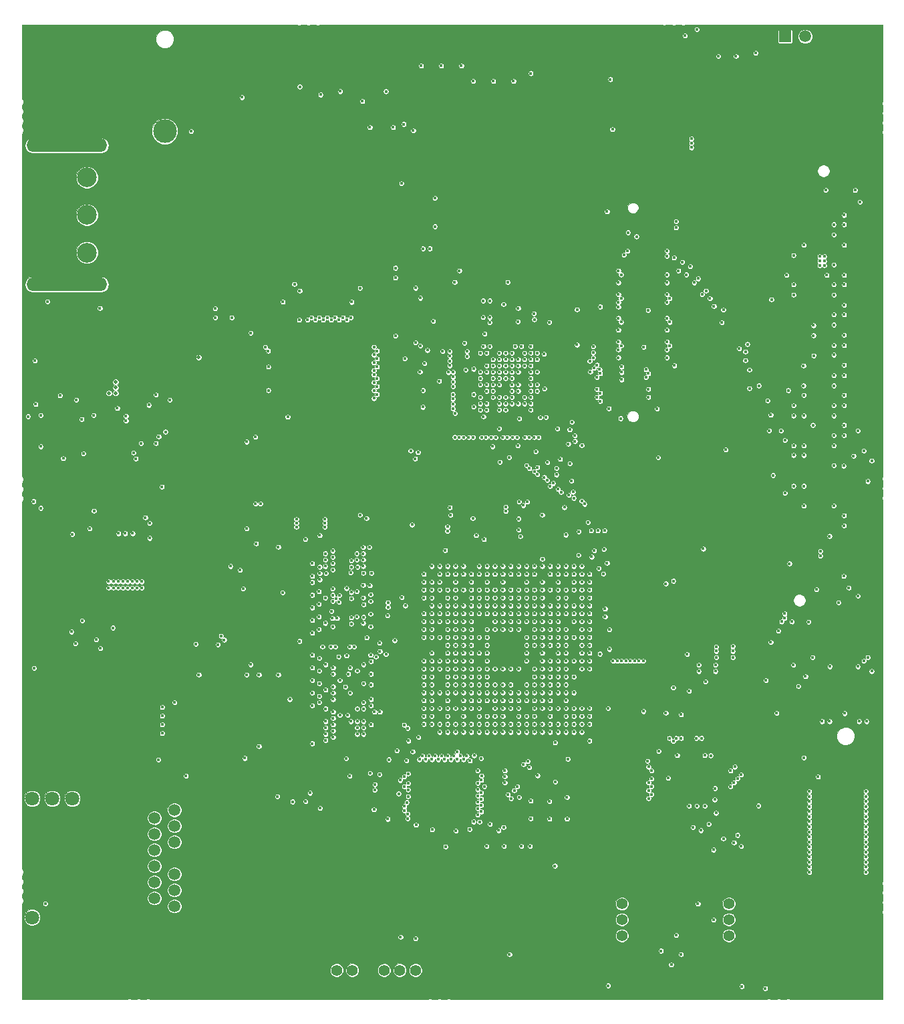
<source format=gbr>
G04 (created by PCBNEW (2013-07-07 BZR 4022)-stable) date 10/02/2015 04:29:17*
%MOIN*%
G04 Gerber Fmt 3.4, Leading zero omitted, Abs format*
%FSLAX34Y34*%
G01*
G70*
G90*
G04 APERTURE LIST*
%ADD10C,0.00590551*%
%ADD11C,0.019685*%
%ADD12R,0.0597X0.0597*%
%ADD13C,0.0597*%
%ADD14C,0.23622*%
%ADD15C,0.0787402*%
%ADD16C,0.216535*%
%ADD17C,0.0708661*%
%ADD18C,0.0590551*%
%ADD19C,0.0984252*%
%ADD20C,0.145669*%
%ADD21C,0.0393701*%
%ADD22C,0.0944882*%
%ADD23C,0.0551181*%
%ADD24C,0.015748*%
%ADD25C,0.19685*%
%ADD26O,0.401575X0.0669291*%
%ADD27O,0.0590551X0.110236*%
%ADD28O,0.11811X0.0590551*%
%ADD29C,0.11811*%
%ADD30C,0.00393701*%
G04 APERTURE END LIST*
G54D10*
G54D11*
X71889Y-46692D03*
X71531Y-46232D03*
X71141Y-46692D03*
X71141Y-44566D03*
X71531Y-44106D03*
X71889Y-44566D03*
X71889Y-42480D03*
X71531Y-42019D03*
X71141Y-42480D03*
X71338Y-38818D03*
X71728Y-38358D03*
X72086Y-38818D03*
X73937Y-40000D03*
X73578Y-39539D03*
X73188Y-40000D03*
X73188Y-35669D03*
X73578Y-35208D03*
X73937Y-35669D03*
X73937Y-37007D03*
X73578Y-36547D03*
X73188Y-37007D03*
X73188Y-38346D03*
X73578Y-37885D03*
X73937Y-38346D03*
X104094Y-38602D03*
X104094Y-37874D03*
X104094Y-38248D03*
X103759Y-38248D03*
X103759Y-37874D03*
X103759Y-38602D03*
X103405Y-38602D03*
X103405Y-37874D03*
X103405Y-38248D03*
X103070Y-38248D03*
X103070Y-37874D03*
X103070Y-38602D03*
X105118Y-59055D03*
X105118Y-58208D03*
X105118Y-59921D03*
X107559Y-62185D03*
X88188Y-50925D03*
X88637Y-51200D03*
X93236Y-43653D03*
X92291Y-43653D03*
X94141Y-43653D03*
X94141Y-44716D03*
X94133Y-46673D03*
X94133Y-47303D03*
X92291Y-44716D03*
X84019Y-37181D03*
X85889Y-37185D03*
X79074Y-48307D03*
X78582Y-48307D03*
X78070Y-48307D03*
X77212Y-49850D03*
X77212Y-50598D03*
X77212Y-50244D03*
X76858Y-50244D03*
X76858Y-50598D03*
X76858Y-49850D03*
X76503Y-49850D03*
X76503Y-50598D03*
X76503Y-50244D03*
X75082Y-50236D03*
X75082Y-50590D03*
X75082Y-49842D03*
X74708Y-50236D03*
X74708Y-50590D03*
X74708Y-49842D03*
X75866Y-54866D03*
X76417Y-54866D03*
X76141Y-54866D03*
X76141Y-55141D03*
X76141Y-54590D03*
X76417Y-54590D03*
X76417Y-55141D03*
X75866Y-55141D03*
X71968Y-54688D03*
X71968Y-54314D03*
X71968Y-55062D03*
X72342Y-55062D03*
X72342Y-54314D03*
X72342Y-54688D03*
X75570Y-58307D03*
X75098Y-58307D03*
X77165Y-62637D03*
X106279Y-63129D03*
X105039Y-64330D03*
X79527Y-45216D03*
X80196Y-45216D03*
X79862Y-45216D03*
X79192Y-45511D03*
X79527Y-45511D03*
X78858Y-45511D03*
X78503Y-45511D03*
X77677Y-46456D03*
X78228Y-46456D03*
X78228Y-46791D03*
X77677Y-46791D03*
X84330Y-45570D03*
X78826Y-51507D03*
X79330Y-47696D03*
X78838Y-47696D03*
X78326Y-47696D03*
X77834Y-47696D03*
X76625Y-48897D03*
X77145Y-47933D03*
X77145Y-47381D03*
X77677Y-46122D03*
X78228Y-46122D03*
X76968Y-46791D03*
X79862Y-46673D03*
X86200Y-46437D03*
X86590Y-45976D03*
X86948Y-46437D03*
X85511Y-45964D03*
X84330Y-46082D03*
X80511Y-46358D03*
X80177Y-46358D03*
X80177Y-47480D03*
X80511Y-47480D03*
X74350Y-53287D03*
X74685Y-53011D03*
X74685Y-52736D03*
X74685Y-53287D03*
X75437Y-49842D03*
X75437Y-50590D03*
X75437Y-50236D03*
X98807Y-71535D03*
X104606Y-64507D03*
X105866Y-63523D03*
X105452Y-63897D03*
X107106Y-63976D03*
X104606Y-64783D03*
X106555Y-64527D03*
X105767Y-65354D03*
X106555Y-66259D03*
X103149Y-41929D03*
X103149Y-42322D03*
X103149Y-42716D03*
X103149Y-43503D03*
X103149Y-43110D03*
X103149Y-43897D03*
X103149Y-44291D03*
X102755Y-43897D03*
X102362Y-43897D03*
X102755Y-43110D03*
X102362Y-43110D03*
X102362Y-43503D03*
X102755Y-43503D03*
X102755Y-42716D03*
X102362Y-42716D03*
X102362Y-42322D03*
X102755Y-42322D03*
X102755Y-41929D03*
X102362Y-41929D03*
X103543Y-41929D03*
X103937Y-41929D03*
X103937Y-42322D03*
X103543Y-42322D03*
X103543Y-42716D03*
X103937Y-42716D03*
X103937Y-43503D03*
X103543Y-43503D03*
X103543Y-43110D03*
X103937Y-43110D03*
X103543Y-43897D03*
X103937Y-43897D03*
X103937Y-44291D03*
X103543Y-44291D03*
X107791Y-46889D03*
X101716Y-42334D03*
X106811Y-45925D03*
X106259Y-46570D03*
X93228Y-47303D03*
X93228Y-46673D03*
X93228Y-48051D03*
X92007Y-48051D03*
X100354Y-73759D03*
X101023Y-73759D03*
X97637Y-79586D03*
X97637Y-78129D03*
X97637Y-76830D03*
X95748Y-76830D03*
X95748Y-78129D03*
X93425Y-77618D03*
X92559Y-77618D03*
X92240Y-78448D03*
X92389Y-81149D03*
X96566Y-80759D03*
X95748Y-79586D03*
X96181Y-79114D03*
X74629Y-76291D03*
X75216Y-77602D03*
X75401Y-74960D03*
X87755Y-79665D03*
X87007Y-79665D03*
X86141Y-79665D03*
X82677Y-79665D03*
X83543Y-79665D03*
X85157Y-79665D03*
X84291Y-79665D03*
X79940Y-72677D03*
X79566Y-72677D03*
X78838Y-72677D03*
X79192Y-72677D03*
X109862Y-59429D03*
X110354Y-62401D03*
X110354Y-61633D03*
X109862Y-61870D03*
X109862Y-62401D03*
X108720Y-66259D03*
X107381Y-66259D03*
X104468Y-67500D03*
X103543Y-68129D03*
X102893Y-67933D03*
X99872Y-45964D03*
X81960Y-81755D03*
X81299Y-81830D03*
X83578Y-81799D03*
X82334Y-81755D03*
X102066Y-38602D03*
X102066Y-37874D03*
X102066Y-38248D03*
X102401Y-38248D03*
X102401Y-37874D03*
X102401Y-38602D03*
X102736Y-38602D03*
X102736Y-37874D03*
X102736Y-38248D03*
X104429Y-38248D03*
X104429Y-37874D03*
X104429Y-38602D03*
X103291Y-44980D03*
X106799Y-46555D03*
X83110Y-57618D03*
X82244Y-57618D03*
X82677Y-57145D03*
X103822Y-81342D03*
X93236Y-44716D03*
X86614Y-44429D03*
X86181Y-44901D03*
X87047Y-44901D03*
X85822Y-44440D03*
X86181Y-43759D03*
X86614Y-43287D03*
X87771Y-49980D03*
X85000Y-43287D03*
X84566Y-43759D03*
X85433Y-43759D03*
X85433Y-44901D03*
X85000Y-44429D03*
X86062Y-62027D03*
X86062Y-61043D03*
X86062Y-61594D03*
X82244Y-56555D03*
X83110Y-56555D03*
X83677Y-58188D03*
X83681Y-57141D03*
X82881Y-58212D03*
X88070Y-44901D03*
X92007Y-46673D03*
X91338Y-46673D03*
X87834Y-46437D03*
X89094Y-47578D03*
X87248Y-48700D03*
X88188Y-49704D03*
X87322Y-49704D03*
X96062Y-56948D03*
X99318Y-55787D03*
X101653Y-55413D03*
X102283Y-54685D03*
X99488Y-55413D03*
X100393Y-53444D03*
X100393Y-52696D03*
X100393Y-51870D03*
X100393Y-50452D03*
X100393Y-49153D03*
X100393Y-47893D03*
X100393Y-47263D03*
X100393Y-45964D03*
X100472Y-45098D03*
X106141Y-45925D03*
X105354Y-45925D03*
X99566Y-43169D03*
X99566Y-44114D03*
X101574Y-43129D03*
X101574Y-44074D03*
X111259Y-38090D03*
X110826Y-38562D03*
X111692Y-38562D03*
X112755Y-52775D03*
X112755Y-51003D03*
X112755Y-47893D03*
X112755Y-49665D03*
X112755Y-43444D03*
X112755Y-41673D03*
X112755Y-44783D03*
X112755Y-46555D03*
X112755Y-58996D03*
X112755Y-57224D03*
X112755Y-54114D03*
X112755Y-55885D03*
X112755Y-62106D03*
X112755Y-60334D03*
X112755Y-63444D03*
X112755Y-65216D03*
X112755Y-66555D03*
X110826Y-66909D03*
X109015Y-66909D03*
X109881Y-66909D03*
X112086Y-70846D03*
X111653Y-71318D03*
X112519Y-71318D03*
X111338Y-78090D03*
X110472Y-78090D03*
X110905Y-77618D03*
X112007Y-78641D03*
X111574Y-79114D03*
X112440Y-79114D03*
X110314Y-79114D03*
X109811Y-79460D03*
X109881Y-78641D03*
X109881Y-80374D03*
X109448Y-80846D03*
X110314Y-80846D03*
X79192Y-72342D03*
X78838Y-72342D03*
X75881Y-81791D03*
X75688Y-82531D03*
X77169Y-81933D03*
X74440Y-80720D03*
X72909Y-80791D03*
X74724Y-81830D03*
X72795Y-76988D03*
X72669Y-77452D03*
X73228Y-77460D03*
X71000Y-78023D03*
X70748Y-77460D03*
X71181Y-76988D03*
X71181Y-74980D03*
X70748Y-75452D03*
X71566Y-74507D03*
X73228Y-75452D03*
X72641Y-75456D03*
X72732Y-74559D03*
X72834Y-70964D03*
X72401Y-71437D03*
X73267Y-71437D03*
X71653Y-71437D03*
X70787Y-71437D03*
X71220Y-70964D03*
X71181Y-68326D03*
X70748Y-68799D03*
X71614Y-68799D03*
X80362Y-81791D03*
X78468Y-81858D03*
X79468Y-81811D03*
X75598Y-79181D03*
X75448Y-76149D03*
X76625Y-49468D03*
X75570Y-58602D03*
X75098Y-58602D03*
X79862Y-47224D03*
X79862Y-45511D03*
X79862Y-46102D03*
X76417Y-46791D03*
X75570Y-58011D03*
X75098Y-58011D03*
X92047Y-74429D03*
X91692Y-74429D03*
X90984Y-74429D03*
X91338Y-74429D03*
X90629Y-74429D03*
X90275Y-74429D03*
X89921Y-74429D03*
X89921Y-74114D03*
X90275Y-74114D03*
X90629Y-74114D03*
X91338Y-74114D03*
X90984Y-74114D03*
X91692Y-74114D03*
X92047Y-74114D03*
X92047Y-73759D03*
X91692Y-73759D03*
X90984Y-73759D03*
X91338Y-73759D03*
X90629Y-73759D03*
X90275Y-73759D03*
X89921Y-73759D03*
X89921Y-73051D03*
X90275Y-73051D03*
X90629Y-73051D03*
X91338Y-73051D03*
X90984Y-73051D03*
X91692Y-73051D03*
X92047Y-73051D03*
X92047Y-73405D03*
X91692Y-73405D03*
X90984Y-73405D03*
X91338Y-73405D03*
X90629Y-73405D03*
X90275Y-73405D03*
X89921Y-73405D03*
X89921Y-72578D03*
X90275Y-72578D03*
X90629Y-72578D03*
X91338Y-72578D03*
X90984Y-72578D03*
X91692Y-72578D03*
X92047Y-72578D03*
X92047Y-72224D03*
X91692Y-72224D03*
X90984Y-72224D03*
X91338Y-72224D03*
X90629Y-72224D03*
X90275Y-72224D03*
X89921Y-72224D03*
X77165Y-62362D03*
X77165Y-62086D03*
X77204Y-61417D03*
X76771Y-61417D03*
X76771Y-61712D03*
X77204Y-61712D03*
X77204Y-61122D03*
X76771Y-61122D03*
X71594Y-54688D03*
X71594Y-54314D03*
X71594Y-55062D03*
X76149Y-50244D03*
X75795Y-50244D03*
X75795Y-50598D03*
X76149Y-50598D03*
X75795Y-49850D03*
X76149Y-49850D03*
X75866Y-54590D03*
X108307Y-58976D03*
X108307Y-59291D03*
X104330Y-44291D03*
X104724Y-44291D03*
X105511Y-44291D03*
X105118Y-44291D03*
X105905Y-44291D03*
X106299Y-44291D03*
X106692Y-44291D03*
X107086Y-44291D03*
X107086Y-43897D03*
X106692Y-43897D03*
X106299Y-43897D03*
X105905Y-43897D03*
X105118Y-43897D03*
X105511Y-43897D03*
X104724Y-43897D03*
X104330Y-43897D03*
X107086Y-43110D03*
X106692Y-43110D03*
X106299Y-43110D03*
X105905Y-43110D03*
X105118Y-43110D03*
X105511Y-43110D03*
X104724Y-43110D03*
X104330Y-43110D03*
X104330Y-43503D03*
X104724Y-43503D03*
X105511Y-43503D03*
X105118Y-43503D03*
X105905Y-43503D03*
X106299Y-43503D03*
X106692Y-43503D03*
X107086Y-43503D03*
X107086Y-42716D03*
X106692Y-42716D03*
X106299Y-42716D03*
X105905Y-42716D03*
X105118Y-42716D03*
X105511Y-42716D03*
X104724Y-42716D03*
X104330Y-42716D03*
X104330Y-42322D03*
X104724Y-42322D03*
X105511Y-42322D03*
X105118Y-42322D03*
X105905Y-42322D03*
X106299Y-42322D03*
X106692Y-42322D03*
X107086Y-42322D03*
X107086Y-41929D03*
X106692Y-41929D03*
X106299Y-41929D03*
X105905Y-41929D03*
X105118Y-41929D03*
X105511Y-41929D03*
X104724Y-41929D03*
G54D12*
X108083Y-35511D03*
G54D13*
X109083Y-35511D03*
G54D14*
X111732Y-82283D03*
X111732Y-36141D03*
X71220Y-36141D03*
X71220Y-82283D03*
G54D11*
X104330Y-41929D03*
G54D15*
X70885Y-63562D03*
X72814Y-63799D03*
X72814Y-69507D03*
X70885Y-69744D03*
G54D11*
X78838Y-71948D03*
X78838Y-71476D03*
X79192Y-71476D03*
X79192Y-71948D03*
X79015Y-71712D03*
X83661Y-53543D03*
X83661Y-53031D03*
X83661Y-52007D03*
X83661Y-52519D03*
X83661Y-51496D03*
X83661Y-50984D03*
X84173Y-51496D03*
X84173Y-52519D03*
X84173Y-52007D03*
X84173Y-53031D03*
X84173Y-53543D03*
X84173Y-50984D03*
X84685Y-53543D03*
X84685Y-53031D03*
X84685Y-52007D03*
X84685Y-52519D03*
X84685Y-51496D03*
X84685Y-50984D03*
X85196Y-51496D03*
X85196Y-52519D03*
X85196Y-52007D03*
X85196Y-53031D03*
X85196Y-53543D03*
X85196Y-50984D03*
X85708Y-53543D03*
X85708Y-53031D03*
X85708Y-52007D03*
X85708Y-52519D03*
X85708Y-51496D03*
X85708Y-50984D03*
X86220Y-50984D03*
X86220Y-51496D03*
X86220Y-52007D03*
X86220Y-53543D03*
X86220Y-53031D03*
X86220Y-52519D03*
G54D16*
X100291Y-41531D03*
X85251Y-41531D03*
X100291Y-57279D03*
X85251Y-57279D03*
G54D17*
X71515Y-79417D03*
X70515Y-79417D03*
X72515Y-73496D03*
X71515Y-73496D03*
G54D18*
X77614Y-78854D03*
X77614Y-78055D03*
X77614Y-77255D03*
X77614Y-75657D03*
X77614Y-74858D03*
X77614Y-74059D03*
X76614Y-78454D03*
X76614Y-77655D03*
X76614Y-76856D03*
X76614Y-74458D03*
X76614Y-75257D03*
G54D19*
X74015Y-79921D03*
G54D20*
X74015Y-78356D03*
X74015Y-74557D03*
G54D19*
X74015Y-72992D03*
G54D18*
X76614Y-76057D03*
G54D17*
X70515Y-73496D03*
G54D21*
X111102Y-72881D03*
X111102Y-73881D03*
X111102Y-74881D03*
X111102Y-75881D03*
X111102Y-76881D03*
G54D22*
X106417Y-77755D03*
X104133Y-77755D03*
X106417Y-80511D03*
X104133Y-80511D03*
G54D23*
X105275Y-77952D03*
X105275Y-78740D03*
X105275Y-79527D03*
X105275Y-80314D03*
G54D22*
X101082Y-77755D03*
X98799Y-77755D03*
X101082Y-80511D03*
X98799Y-80511D03*
G54D23*
X99940Y-77952D03*
X99940Y-78740D03*
X99940Y-79527D03*
X99940Y-80314D03*
G54D24*
X98326Y-61909D03*
X98326Y-62303D03*
X98326Y-62696D03*
X98326Y-63090D03*
X98326Y-63484D03*
X98326Y-63877D03*
X98326Y-64271D03*
X98326Y-64665D03*
X98326Y-65059D03*
X98326Y-65452D03*
X98326Y-65846D03*
X98326Y-66240D03*
X98326Y-66633D03*
X98326Y-67027D03*
X98326Y-68996D03*
X98326Y-69389D03*
X98326Y-69783D03*
X98326Y-70177D03*
X97933Y-61909D03*
X97933Y-62303D03*
X97933Y-62696D03*
X97933Y-63090D03*
X97933Y-63484D03*
X97933Y-63877D03*
X97933Y-64271D03*
X97933Y-64665D03*
X97933Y-65059D03*
X97933Y-65452D03*
X97933Y-65846D03*
X97933Y-66240D03*
X97933Y-66633D03*
X97933Y-67027D03*
X97933Y-68996D03*
X97933Y-69389D03*
X97933Y-69783D03*
X97933Y-70177D03*
X97539Y-61909D03*
X97539Y-62303D03*
X97539Y-62696D03*
X97539Y-63090D03*
X97539Y-63484D03*
X97539Y-63877D03*
X97539Y-64271D03*
X97539Y-64665D03*
X97539Y-65059D03*
X97539Y-65452D03*
X97539Y-65846D03*
X97539Y-66240D03*
X97539Y-66633D03*
X97539Y-67027D03*
X97539Y-67421D03*
X97539Y-67814D03*
X97539Y-68208D03*
X97539Y-68602D03*
X97539Y-68996D03*
X97539Y-69389D03*
X97539Y-69783D03*
X97539Y-70177D03*
X97145Y-61909D03*
X97145Y-62303D03*
X97145Y-62696D03*
X97145Y-63090D03*
X97145Y-63484D03*
X97145Y-63877D03*
X97145Y-64271D03*
X97145Y-64665D03*
X97145Y-65059D03*
X97145Y-65452D03*
X97145Y-65846D03*
X97145Y-66240D03*
X97145Y-66633D03*
X97145Y-67027D03*
X97145Y-67421D03*
X97145Y-67814D03*
X97145Y-68208D03*
X97145Y-68602D03*
X97145Y-68996D03*
X97145Y-69389D03*
X97145Y-69783D03*
X97145Y-70177D03*
X96751Y-61909D03*
X96751Y-62303D03*
X96751Y-62696D03*
X96751Y-63090D03*
X96751Y-63484D03*
X96751Y-63877D03*
X96751Y-64271D03*
X96751Y-64665D03*
X96751Y-65059D03*
X96751Y-65452D03*
X96751Y-65846D03*
X96751Y-66240D03*
X96751Y-66633D03*
X96751Y-67027D03*
X96751Y-67421D03*
X96751Y-67814D03*
X96751Y-68208D03*
X96751Y-68602D03*
X96751Y-68996D03*
X96751Y-69389D03*
X96751Y-69783D03*
X96751Y-70177D03*
X96358Y-61909D03*
X96358Y-62303D03*
X96358Y-62696D03*
X96358Y-63090D03*
X96358Y-63484D03*
X96358Y-63877D03*
X96358Y-64271D03*
X96358Y-64665D03*
X96358Y-65059D03*
X96358Y-65452D03*
X96358Y-65846D03*
X96358Y-66240D03*
X96358Y-66633D03*
X96358Y-67027D03*
X96358Y-67421D03*
X96358Y-67814D03*
X96358Y-68208D03*
X96358Y-68602D03*
X96358Y-68996D03*
X96358Y-69389D03*
X96358Y-69783D03*
X96358Y-70177D03*
X95964Y-61909D03*
X95964Y-62303D03*
X95964Y-62696D03*
X95964Y-63090D03*
X95964Y-63484D03*
X95964Y-63877D03*
X95964Y-64271D03*
X95964Y-64665D03*
X95964Y-65059D03*
X95964Y-65452D03*
X95964Y-65846D03*
X95964Y-66240D03*
X95964Y-66633D03*
X95964Y-67027D03*
X95964Y-67421D03*
X95964Y-67814D03*
X95964Y-68208D03*
X95964Y-68602D03*
X95964Y-68996D03*
X95964Y-69389D03*
X95964Y-69783D03*
X95964Y-70177D03*
X95570Y-61909D03*
X95570Y-62303D03*
X95570Y-62696D03*
X95570Y-63090D03*
X95570Y-63484D03*
X95570Y-63877D03*
X95570Y-64271D03*
X95570Y-64665D03*
X95570Y-65059D03*
X95570Y-65452D03*
X95570Y-65846D03*
X95570Y-66240D03*
X95570Y-66633D03*
X95570Y-67027D03*
X95570Y-67421D03*
X95570Y-67814D03*
X95570Y-68208D03*
X95570Y-68602D03*
X95570Y-68996D03*
X95570Y-69389D03*
X95570Y-69783D03*
X95570Y-70177D03*
X95177Y-61909D03*
X95177Y-62303D03*
X95177Y-62696D03*
X95177Y-63090D03*
X95177Y-63484D03*
X95177Y-63877D03*
X95177Y-64271D03*
X95177Y-64665D03*
X95177Y-65059D03*
X95177Y-65452D03*
X95177Y-65846D03*
X95177Y-66240D03*
X95177Y-66633D03*
X95177Y-67421D03*
X95177Y-67814D03*
X95177Y-68208D03*
X95177Y-68602D03*
X95177Y-68996D03*
X95177Y-69389D03*
X95177Y-69783D03*
X95177Y-70177D03*
X94783Y-61909D03*
X94783Y-62303D03*
X94783Y-62696D03*
X94783Y-63090D03*
X94783Y-63484D03*
X94783Y-63877D03*
X94783Y-64271D03*
X94783Y-64665D03*
X94783Y-65059D03*
X94783Y-65452D03*
X94783Y-65846D03*
X94783Y-66240D03*
X94783Y-66633D03*
X94783Y-67027D03*
X94783Y-68208D03*
X94783Y-68602D03*
X94783Y-68996D03*
X94783Y-69389D03*
X94783Y-69783D03*
X94783Y-70177D03*
X94389Y-61909D03*
X94389Y-62303D03*
X94389Y-62696D03*
X94389Y-63090D03*
X94389Y-63484D03*
X94389Y-63877D03*
X94389Y-64271D03*
X94389Y-64665D03*
X94389Y-65059D03*
X94389Y-65452D03*
X94389Y-65846D03*
X94389Y-66240D03*
X94389Y-66633D03*
X94389Y-67027D03*
X94389Y-67421D03*
X94389Y-67814D03*
X94389Y-68208D03*
X94389Y-68602D03*
X94389Y-68996D03*
X94389Y-69389D03*
X94389Y-69783D03*
X94389Y-70177D03*
X93996Y-61909D03*
X93996Y-62303D03*
X93996Y-62696D03*
X93996Y-63090D03*
X93996Y-63484D03*
X93996Y-63877D03*
X93996Y-64271D03*
X93996Y-64665D03*
X93996Y-65059D03*
X93996Y-65452D03*
X93996Y-65846D03*
X93996Y-66240D03*
X93996Y-66633D03*
X93996Y-67027D03*
X93996Y-67814D03*
X93996Y-68208D03*
X93996Y-68602D03*
X93996Y-68996D03*
X93996Y-69389D03*
X93996Y-69783D03*
X93996Y-70177D03*
X93602Y-61909D03*
X93602Y-62303D03*
X93602Y-62696D03*
X93602Y-63090D03*
X93602Y-63484D03*
X93602Y-63877D03*
X93602Y-64271D03*
X93602Y-64665D03*
X93602Y-65059D03*
X93602Y-65452D03*
X93602Y-65846D03*
X93602Y-66240D03*
X93602Y-66633D03*
X93602Y-67027D03*
X93602Y-67421D03*
X93602Y-67814D03*
X93602Y-68208D03*
X93602Y-68602D03*
X93602Y-68996D03*
X93602Y-69389D03*
X93602Y-69783D03*
X93602Y-70177D03*
X93208Y-61909D03*
X93208Y-62303D03*
X93208Y-62696D03*
X93208Y-63090D03*
X93208Y-63484D03*
X93208Y-63877D03*
X93208Y-64271D03*
X93208Y-64665D03*
X93208Y-65059D03*
X93208Y-65452D03*
X93208Y-65846D03*
X93208Y-66240D03*
X93208Y-66633D03*
X93208Y-67027D03*
X93208Y-67421D03*
X93208Y-67814D03*
X93208Y-68208D03*
X93208Y-68602D03*
X93208Y-68996D03*
X93208Y-69389D03*
X93208Y-69783D03*
X93208Y-70177D03*
X92814Y-61909D03*
X92814Y-62303D03*
X92814Y-62696D03*
X92814Y-63090D03*
X92814Y-63484D03*
X92814Y-63877D03*
X92814Y-64271D03*
X92814Y-65059D03*
X92814Y-65452D03*
X92814Y-65846D03*
X92814Y-66240D03*
X92814Y-66633D03*
X92814Y-67027D03*
X92814Y-67421D03*
X92814Y-67814D03*
X92814Y-68208D03*
X92814Y-68602D03*
X92814Y-68996D03*
X92814Y-69389D03*
X92814Y-69783D03*
X92814Y-70177D03*
X92421Y-61909D03*
X92421Y-62303D03*
X92421Y-62696D03*
X92421Y-63090D03*
X92421Y-63484D03*
X92421Y-63877D03*
X92421Y-64271D03*
X92421Y-64665D03*
X92421Y-65059D03*
X92421Y-65452D03*
X92421Y-65846D03*
X92421Y-66240D03*
X92421Y-66633D03*
X92421Y-67027D03*
X92421Y-67421D03*
X92421Y-67814D03*
X92421Y-68208D03*
X92421Y-68602D03*
X92421Y-68996D03*
X92421Y-69389D03*
X92421Y-69783D03*
X92421Y-70177D03*
X92027Y-61909D03*
X92027Y-62303D03*
X92027Y-62696D03*
X92027Y-63090D03*
X92027Y-63484D03*
X92027Y-63877D03*
X92027Y-64271D03*
X92027Y-64665D03*
X92027Y-65059D03*
X92027Y-65452D03*
X92027Y-65846D03*
X92027Y-66240D03*
X92027Y-66633D03*
X92027Y-67027D03*
X92027Y-67421D03*
X92027Y-67814D03*
X92027Y-68208D03*
X92027Y-68602D03*
X92027Y-68996D03*
X92027Y-69389D03*
X92027Y-69783D03*
X92027Y-70177D03*
X91633Y-61909D03*
X91633Y-62303D03*
X91633Y-62696D03*
X91633Y-63090D03*
X91633Y-63484D03*
X91633Y-63877D03*
X91633Y-64271D03*
X91633Y-64665D03*
X91633Y-65059D03*
X91633Y-65452D03*
X91633Y-65846D03*
X91633Y-66240D03*
X91633Y-66633D03*
X91633Y-67027D03*
X91633Y-67421D03*
X91633Y-67814D03*
X91633Y-68208D03*
X91633Y-68602D03*
X91633Y-68996D03*
X91633Y-69389D03*
X91633Y-69783D03*
X91633Y-70177D03*
X91240Y-61909D03*
X91240Y-62303D03*
X91240Y-62696D03*
X91240Y-63090D03*
X91240Y-63484D03*
X91240Y-63877D03*
X91240Y-64271D03*
X91240Y-64665D03*
X91240Y-65059D03*
X91240Y-65452D03*
X91240Y-65846D03*
X91240Y-66240D03*
X91240Y-66633D03*
X91240Y-67027D03*
X91240Y-67421D03*
X91240Y-67814D03*
X91240Y-68208D03*
X91240Y-68602D03*
X91240Y-68996D03*
X91240Y-69389D03*
X91240Y-69783D03*
X91240Y-70177D03*
X90846Y-61909D03*
X90846Y-62303D03*
X90846Y-62696D03*
X90846Y-63090D03*
X90846Y-63484D03*
X90846Y-63877D03*
X90846Y-64271D03*
X90846Y-64665D03*
X90846Y-65059D03*
X90846Y-65452D03*
X90846Y-65846D03*
X90846Y-66240D03*
X90846Y-66633D03*
X90846Y-67027D03*
X90846Y-67421D03*
X90846Y-67814D03*
X90846Y-68208D03*
X90846Y-68602D03*
X90846Y-68996D03*
X90846Y-69389D03*
X90846Y-69783D03*
X90846Y-70177D03*
X90452Y-61909D03*
X90452Y-62303D03*
X90452Y-62696D03*
X90452Y-63090D03*
X90452Y-63484D03*
X90452Y-63877D03*
X90452Y-64271D03*
X90452Y-64665D03*
X90452Y-65059D03*
X90452Y-65452D03*
X90452Y-65846D03*
X90452Y-66240D03*
X90452Y-66633D03*
X90452Y-67027D03*
X90452Y-67421D03*
X90452Y-67814D03*
X90452Y-68208D03*
X90452Y-68602D03*
X90452Y-68996D03*
X90452Y-69389D03*
X90452Y-69783D03*
X90452Y-70177D03*
X90059Y-61909D03*
X90059Y-62303D03*
X90059Y-62696D03*
X90059Y-63090D03*
X90059Y-63484D03*
X90059Y-63877D03*
X90059Y-64271D03*
X90059Y-64665D03*
X90059Y-65059D03*
X90059Y-65452D03*
X90059Y-65846D03*
X90059Y-66240D03*
X90059Y-66633D03*
X90059Y-67027D03*
X90059Y-67421D03*
X90059Y-67814D03*
X90059Y-68208D03*
X90059Y-68602D03*
X90059Y-68996D03*
X90059Y-69389D03*
X90059Y-69783D03*
X90059Y-70177D03*
G54D25*
X110787Y-40633D03*
X110787Y-65192D03*
G54D24*
X80102Y-44000D03*
X79866Y-44000D03*
X79629Y-44236D03*
X79629Y-44000D03*
X79629Y-44472D03*
X79866Y-44472D03*
X80102Y-44472D03*
X80102Y-44236D03*
X79866Y-44236D03*
X79629Y-43055D03*
X79866Y-43055D03*
X80102Y-43055D03*
X79866Y-43527D03*
X80102Y-43527D03*
X80102Y-43763D03*
X79866Y-43763D03*
X79629Y-43763D03*
X79629Y-43291D03*
X79629Y-43527D03*
X79866Y-43291D03*
X80102Y-43291D03*
X80102Y-42346D03*
X79866Y-42346D03*
X79629Y-42582D03*
X79629Y-42346D03*
X79629Y-42818D03*
X79866Y-42818D03*
X80102Y-42818D03*
X80102Y-42582D03*
X79866Y-42582D03*
X79866Y-41874D03*
X80102Y-41874D03*
X80102Y-42110D03*
X79866Y-42110D03*
X79629Y-42110D03*
X79629Y-41637D03*
X79629Y-41874D03*
X79866Y-41637D03*
X80102Y-41637D03*
G54D19*
X73251Y-42539D03*
X73251Y-44409D03*
X73251Y-46279D03*
G54D26*
X72244Y-47874D03*
X72244Y-40944D03*
G54D27*
X74803Y-38066D03*
X74803Y-36019D03*
X79488Y-36019D03*
G54D28*
X77145Y-37614D03*
G54D27*
X79488Y-38066D03*
G54D29*
X77145Y-40232D03*
G54D23*
X85708Y-82047D03*
X86496Y-82047D03*
X89645Y-82047D03*
X88858Y-82047D03*
X88070Y-82047D03*
X87283Y-82047D03*
G54D24*
X99468Y-40137D03*
X94822Y-54557D03*
X89271Y-73051D03*
X87606Y-73062D03*
X95389Y-73602D03*
X92923Y-74143D03*
X96326Y-73629D03*
X92539Y-74645D03*
X82751Y-73385D03*
X90462Y-71545D03*
X83507Y-73649D03*
X90620Y-71377D03*
X84149Y-73633D03*
X90935Y-71377D03*
X84377Y-73212D03*
X91250Y-71377D03*
X91407Y-71545D03*
X91564Y-71377D03*
X91879Y-71377D03*
X92037Y-71545D03*
X92923Y-73828D03*
X92746Y-73671D03*
X92923Y-73513D03*
X92746Y-73356D03*
X92746Y-73041D03*
X93080Y-72883D03*
X92746Y-72726D03*
X92923Y-72568D03*
X102755Y-47185D03*
X111023Y-44409D03*
X110511Y-44881D03*
X102952Y-46751D03*
X99763Y-47185D03*
X102185Y-48759D03*
X105000Y-49133D03*
X111023Y-48897D03*
X99763Y-48759D03*
X104921Y-49763D03*
X110511Y-49370D03*
X103149Y-47381D03*
X102185Y-47381D03*
X111023Y-44881D03*
X110511Y-45393D03*
X103346Y-46968D03*
X99901Y-47381D03*
X103543Y-47775D03*
X102185Y-47775D03*
X111023Y-45905D03*
X99763Y-47775D03*
X103740Y-47578D03*
X110511Y-46889D03*
X103937Y-48366D03*
X102185Y-48366D03*
X111023Y-47401D03*
X104133Y-48188D03*
X99763Y-48366D03*
X110511Y-47874D03*
X104330Y-48562D03*
X102322Y-48562D03*
X111023Y-47874D03*
X104527Y-48956D03*
X99901Y-48562D03*
X110511Y-48385D03*
X102185Y-49547D03*
X106102Y-51653D03*
X110511Y-51377D03*
X99763Y-49547D03*
X105787Y-51062D03*
X110511Y-50905D03*
X102185Y-51122D03*
X108070Y-55629D03*
X110511Y-55393D03*
X108070Y-58267D03*
X99763Y-51122D03*
X111023Y-55393D03*
X102322Y-49744D03*
X106299Y-52125D03*
X111023Y-51889D03*
X106771Y-52913D03*
X99901Y-49744D03*
X111023Y-52401D03*
X102185Y-50137D03*
X107204Y-53661D03*
X111023Y-53385D03*
X106299Y-53051D03*
X110511Y-52401D03*
X99763Y-50137D03*
X107362Y-54370D03*
X102185Y-50728D03*
X110511Y-53897D03*
X107283Y-55157D03*
X99763Y-50728D03*
X111023Y-53897D03*
X102322Y-50925D03*
X107874Y-55157D03*
X111023Y-54881D03*
X107480Y-57381D03*
X99901Y-50925D03*
X110511Y-54409D03*
X85137Y-61909D03*
X86437Y-61633D03*
X87027Y-61909D03*
X85511Y-61141D03*
X87027Y-60964D03*
X85511Y-61771D03*
X87027Y-61594D03*
X85137Y-61594D03*
X86712Y-61594D03*
X85511Y-61456D03*
X87027Y-61279D03*
X85137Y-61279D03*
X86712Y-61279D03*
X85137Y-63484D03*
X87027Y-63484D03*
X85452Y-64153D03*
X86712Y-64429D03*
X87401Y-64291D03*
X84822Y-64429D03*
X87401Y-64921D03*
X84822Y-65059D03*
X85679Y-63523D03*
X85511Y-63031D03*
X88956Y-63464D03*
X86712Y-63169D03*
X87864Y-66151D03*
X87362Y-62874D03*
X84822Y-63169D03*
X87401Y-63661D03*
X89133Y-63877D03*
X84822Y-63799D03*
X85137Y-64744D03*
X85816Y-63700D03*
X88267Y-63952D03*
X87027Y-64744D03*
X87047Y-69645D03*
X85531Y-69803D03*
X85157Y-69645D03*
X86732Y-70275D03*
X85157Y-70590D03*
X86732Y-69645D03*
X86141Y-67921D03*
X85157Y-69960D03*
X87047Y-69960D03*
X85531Y-70118D03*
X86732Y-69960D03*
X85157Y-70275D03*
X87047Y-70275D03*
X85531Y-70433D03*
X87047Y-67755D03*
X85157Y-68070D03*
X86732Y-67125D03*
X85531Y-67283D03*
X84842Y-67125D03*
X87421Y-67283D03*
X84842Y-66496D03*
X87421Y-66653D03*
X86250Y-69330D03*
X85531Y-68543D03*
X84842Y-68385D03*
X87421Y-68543D03*
X84842Y-67755D03*
X87421Y-67814D03*
X87047Y-66811D03*
X85157Y-66811D03*
X95177Y-56889D03*
X87568Y-50984D03*
X95324Y-57037D03*
X87726Y-51181D03*
X97933Y-58661D03*
X87726Y-53346D03*
X98080Y-58809D03*
X87568Y-53543D03*
X95570Y-57185D03*
X87568Y-51377D03*
X87726Y-51574D03*
X95718Y-57332D03*
X96062Y-57480D03*
X87568Y-51771D03*
X96210Y-57627D03*
X87726Y-51968D03*
X96751Y-58070D03*
X87726Y-52559D03*
X96899Y-58218D03*
X87568Y-52755D03*
X97293Y-58366D03*
X87726Y-52952D03*
X97539Y-58513D03*
X87568Y-53149D03*
X83858Y-65649D03*
X95248Y-71637D03*
X86358Y-72364D03*
X95031Y-71787D03*
X87370Y-72228D03*
X95318Y-71940D03*
X87846Y-72287D03*
X96606Y-70704D03*
X91505Y-54055D03*
X91515Y-52952D03*
X94143Y-58956D03*
X91348Y-51909D03*
X91348Y-51683D03*
X90826Y-52687D03*
X91505Y-53572D03*
X91505Y-53346D03*
X91515Y-52470D03*
X91348Y-51427D03*
X91515Y-52726D03*
X94143Y-59173D03*
X91505Y-53828D03*
X91348Y-51200D03*
X91515Y-52244D03*
X95098Y-55492D03*
X95305Y-55492D03*
X92519Y-55492D03*
X91811Y-55492D03*
X92293Y-55492D03*
X92037Y-55492D03*
X93415Y-55492D03*
X93641Y-55492D03*
X95787Y-55492D03*
X94478Y-55492D03*
X94704Y-55492D03*
X95561Y-55492D03*
X93996Y-55492D03*
X94222Y-55492D03*
X92933Y-55492D03*
X93159Y-55492D03*
X82795Y-67322D03*
X82795Y-60954D03*
X78828Y-67322D03*
X80413Y-61909D03*
X81909Y-58799D03*
X81830Y-67322D03*
X94783Y-59547D03*
X81220Y-67322D03*
X81692Y-60787D03*
X102129Y-69228D03*
X102129Y-62779D03*
X77007Y-68937D03*
X77007Y-69370D03*
X77007Y-69803D03*
X77007Y-70236D03*
X109291Y-77165D03*
X109291Y-76909D03*
X109291Y-74645D03*
X109291Y-74389D03*
X109291Y-74143D03*
X109291Y-73887D03*
X109291Y-73641D03*
X109291Y-73385D03*
X109291Y-76663D03*
X109291Y-76407D03*
X109291Y-76161D03*
X109291Y-75905D03*
X109291Y-75649D03*
X109291Y-75403D03*
X109291Y-75147D03*
X109291Y-74891D03*
X112106Y-77165D03*
X112106Y-76909D03*
X112106Y-74645D03*
X112106Y-74389D03*
X112106Y-74143D03*
X112106Y-73887D03*
X112106Y-73631D03*
X112106Y-73385D03*
X112106Y-76663D03*
X112106Y-76407D03*
X112106Y-76161D03*
X112106Y-75905D03*
X112106Y-75649D03*
X112106Y-75403D03*
X112106Y-75147D03*
X112106Y-74901D03*
X101013Y-69143D03*
X101269Y-71909D03*
X101417Y-72106D03*
X94094Y-72106D03*
X94094Y-72391D03*
X101417Y-72500D03*
X94094Y-72696D03*
X101269Y-72696D03*
X94724Y-72893D03*
X101417Y-72893D03*
X94566Y-73090D03*
X101269Y-73090D03*
X94251Y-73287D03*
X101417Y-73287D03*
X101269Y-73484D03*
X94409Y-73484D03*
X72677Y-65767D03*
X73710Y-65570D03*
X104511Y-79535D03*
X103728Y-78740D03*
X94055Y-75866D03*
X105000Y-75492D03*
X105354Y-72893D03*
X95354Y-75866D03*
X105885Y-75866D03*
X105885Y-72303D03*
X104507Y-76043D03*
X104566Y-73543D03*
X96594Y-76850D03*
X93188Y-75866D03*
X105708Y-75314D03*
X105708Y-72500D03*
X94921Y-75866D03*
X105531Y-75688D03*
X105531Y-72696D03*
X95393Y-37350D03*
X95393Y-50954D03*
X94448Y-51289D03*
X88641Y-47047D03*
X91594Y-47755D03*
X94242Y-47755D03*
X89921Y-36968D03*
X92874Y-51289D03*
X90925Y-36968D03*
X93188Y-51919D03*
X91929Y-36968D03*
X93031Y-50954D03*
X92519Y-37736D03*
X93188Y-51289D03*
X93523Y-37736D03*
X93346Y-50954D03*
X94527Y-37736D03*
X93503Y-51604D03*
X104744Y-36496D03*
X98513Y-50964D03*
X93818Y-51289D03*
X105629Y-36496D03*
X98336Y-51692D03*
X93818Y-51604D03*
X106614Y-36338D03*
X94133Y-51919D03*
X98690Y-51879D03*
X99360Y-37647D03*
X97440Y-54728D03*
X95393Y-53494D03*
X86992Y-38740D03*
X94133Y-52549D03*
X84905Y-38409D03*
X94763Y-52864D03*
X88169Y-38248D03*
X95393Y-53809D03*
X85885Y-38244D03*
X94763Y-53179D03*
X83866Y-38015D03*
X95866Y-54498D03*
X111053Y-69242D03*
X107657Y-69232D03*
X76692Y-55787D03*
X76161Y-59488D03*
X89468Y-59842D03*
X78681Y-65787D03*
X76830Y-55452D03*
X87844Y-65738D03*
X70944Y-54389D03*
X70590Y-58681D03*
X98248Y-59724D03*
X77381Y-53622D03*
X72716Y-53622D03*
X101259Y-53484D03*
X84862Y-62263D03*
X84862Y-62578D03*
X87047Y-69015D03*
X87047Y-68700D03*
X86870Y-59360D03*
X91387Y-59360D03*
X86751Y-61948D03*
X86437Y-61948D03*
X92500Y-59527D03*
X87194Y-59527D03*
X87037Y-62253D03*
X86437Y-63523D03*
X85728Y-64507D03*
X85511Y-63661D03*
X84488Y-62401D03*
X84143Y-60570D03*
X93061Y-60570D03*
X86200Y-63011D03*
X86437Y-64783D03*
X85511Y-64921D03*
X85511Y-62086D03*
X84862Y-61948D03*
X84862Y-60374D03*
X92667Y-60374D03*
X85177Y-62263D03*
X85846Y-63366D03*
X86407Y-62234D03*
X85866Y-67598D03*
X85866Y-69330D03*
X85807Y-66417D03*
X85531Y-69488D03*
X85157Y-69015D03*
X85000Y-65925D03*
X85531Y-67913D03*
X86289Y-67283D03*
X87598Y-69173D03*
X87667Y-66427D03*
X85639Y-65925D03*
X86358Y-65925D03*
X86417Y-69645D03*
X86200Y-66368D03*
X87864Y-69173D03*
X88248Y-64374D03*
X86574Y-65925D03*
X86732Y-69015D03*
X85531Y-69173D03*
X85413Y-65925D03*
X73011Y-64625D03*
X73917Y-66003D03*
X79783Y-65816D03*
X86220Y-49635D03*
X79940Y-65383D03*
X85826Y-49635D03*
X74547Y-64980D03*
X96358Y-57923D03*
X87568Y-52372D03*
X87568Y-52155D03*
X96505Y-57775D03*
X81043Y-63031D03*
X84448Y-49517D03*
X84645Y-49635D03*
X80885Y-62106D03*
X80098Y-65580D03*
X85629Y-49517D03*
X97500Y-58208D03*
X111023Y-49370D03*
X105118Y-56102D03*
X99763Y-51515D03*
X97342Y-56791D03*
X111496Y-56417D03*
X102185Y-51515D03*
X107746Y-65137D03*
X108503Y-48385D03*
X108503Y-47874D03*
X107362Y-65698D03*
X94311Y-56486D03*
X89401Y-56161D03*
X91236Y-60165D03*
X98555Y-61129D03*
X89767Y-56240D03*
X91232Y-59937D03*
X94870Y-60425D03*
X95968Y-61555D03*
X95078Y-51917D03*
X91602Y-55480D03*
X81653Y-55472D03*
X74822Y-60275D03*
X81653Y-58799D03*
X94744Y-55905D03*
X94448Y-52234D03*
X98740Y-60137D03*
X99921Y-52244D03*
X94921Y-50954D03*
X95078Y-51604D03*
X99921Y-52608D03*
X99074Y-60137D03*
X97696Y-50875D03*
X94606Y-50954D03*
X95724Y-56984D03*
X94133Y-51289D03*
X81417Y-50285D03*
X81417Y-66811D03*
X90236Y-51141D03*
X91358Y-58984D03*
X95964Y-59360D03*
X94133Y-51604D03*
X94751Y-49720D03*
X94448Y-51604D03*
X96318Y-49753D03*
X95078Y-51289D03*
X98513Y-51515D03*
X98405Y-60137D03*
X98362Y-52220D03*
X97783Y-60185D03*
X94448Y-51919D03*
X93848Y-56722D03*
X94133Y-52234D03*
X88641Y-50433D03*
X88641Y-47539D03*
X95393Y-51289D03*
X75157Y-60275D03*
X96078Y-53062D03*
X89881Y-50925D03*
X89881Y-48543D03*
X94763Y-52234D03*
X75531Y-60275D03*
X96220Y-56732D03*
X89625Y-56555D03*
X89645Y-48041D03*
X89645Y-50767D03*
X94763Y-51919D03*
X91614Y-54291D03*
X94763Y-51604D03*
X94763Y-53809D03*
X95566Y-49614D03*
X95393Y-54124D03*
X96151Y-54488D03*
X98503Y-51259D03*
X99874Y-54547D03*
X93090Y-50334D03*
X90984Y-51200D03*
X96724Y-55059D03*
X85118Y-59763D03*
X93346Y-49763D03*
X85118Y-59566D03*
X85118Y-59960D03*
X94448Y-53484D03*
X95393Y-51604D03*
X93484Y-55944D03*
X76102Y-42637D03*
X75826Y-41968D03*
X76377Y-41968D03*
X94881Y-40039D03*
X92519Y-40039D03*
X91515Y-40039D03*
X90531Y-40039D03*
X91181Y-35807D03*
X91850Y-35807D03*
X90846Y-35807D03*
X90177Y-35807D03*
X89173Y-35807D03*
X89842Y-35807D03*
X88838Y-35807D03*
X88169Y-35807D03*
X87165Y-35807D03*
X87834Y-35807D03*
X86181Y-35807D03*
X86850Y-35807D03*
X85846Y-35807D03*
X85177Y-35807D03*
X84173Y-35807D03*
X84842Y-35807D03*
X83838Y-35807D03*
X83169Y-35807D03*
X94763Y-52549D03*
X96122Y-51564D03*
X89901Y-75570D03*
X106043Y-83326D03*
X107106Y-81673D03*
X98858Y-45019D03*
X97637Y-71811D03*
X82677Y-72362D03*
X82677Y-72618D03*
X92614Y-79094D03*
X92425Y-79633D03*
X93464Y-83169D03*
X93464Y-82165D03*
X71417Y-52874D03*
X88070Y-76692D03*
X87244Y-74763D03*
X101496Y-59862D03*
X101240Y-60570D03*
X103027Y-61964D03*
X102696Y-78976D03*
X102696Y-78228D03*
X96141Y-48435D03*
X95551Y-48897D03*
X96614Y-56574D03*
X92185Y-48700D03*
X91811Y-48976D03*
X93996Y-50334D03*
X90078Y-52795D03*
X90059Y-51437D03*
X89094Y-52224D03*
X87775Y-47283D03*
X92627Y-56397D03*
X96476Y-50374D03*
X97145Y-54862D03*
X82322Y-73661D03*
X83956Y-72618D03*
X83307Y-72618D03*
X70334Y-55866D03*
X84645Y-54893D03*
X74173Y-53818D03*
X71377Y-59015D03*
X71653Y-57637D03*
X72204Y-58425D03*
X71062Y-58425D03*
X71062Y-57519D03*
X71062Y-58149D03*
X71377Y-57834D03*
X73070Y-55944D03*
X75000Y-56043D03*
X77165Y-55570D03*
X77047Y-53838D03*
X76417Y-58700D03*
X74744Y-57539D03*
X75165Y-57094D03*
X73937Y-63523D03*
X76318Y-56614D03*
X75944Y-53877D03*
X74744Y-54350D03*
X73917Y-55964D03*
X71673Y-56515D03*
X73326Y-55767D03*
X72657Y-55433D03*
X73326Y-53799D03*
X72480Y-53622D03*
X72263Y-53622D03*
X71318Y-53740D03*
X71082Y-53405D03*
X71220Y-55354D03*
X70334Y-55275D03*
X70334Y-53838D03*
X72677Y-59429D03*
X71929Y-59429D03*
X72303Y-59862D03*
X72303Y-58996D03*
X73248Y-56515D03*
X73011Y-57834D03*
X76732Y-56929D03*
X73956Y-59763D03*
X73366Y-58208D03*
X73366Y-58523D03*
X77125Y-62992D03*
X77244Y-60314D03*
X75944Y-61929D03*
X76141Y-61722D03*
X73976Y-61929D03*
X75748Y-61929D03*
X75157Y-61929D03*
X74566Y-61929D03*
X75354Y-61929D03*
X75551Y-61929D03*
X74763Y-61929D03*
X74960Y-61929D03*
X74370Y-61929D03*
X74173Y-61929D03*
X79311Y-64704D03*
X106003Y-46909D03*
X105787Y-46909D03*
X105905Y-48464D03*
X106141Y-50334D03*
X95393Y-72342D03*
X101456Y-70196D03*
X101456Y-70452D03*
X100354Y-70196D03*
X100354Y-70452D03*
X91122Y-60767D03*
X90846Y-60767D03*
X91023Y-58996D03*
X88090Y-58070D03*
X87854Y-58070D03*
X88346Y-58070D03*
X88090Y-58562D03*
X87854Y-58562D03*
X88346Y-58562D03*
X94783Y-70688D03*
X80019Y-40255D03*
X82007Y-40000D03*
X77637Y-51200D03*
X79507Y-51200D03*
X70649Y-49625D03*
X71279Y-50866D03*
X76437Y-48405D03*
X82736Y-53917D03*
X101220Y-63779D03*
X76610Y-79602D03*
X77618Y-80015D03*
X76039Y-73850D03*
X78771Y-74062D03*
X98598Y-79535D03*
X98614Y-78740D03*
X106657Y-78755D03*
X106669Y-79515D03*
X104566Y-81350D03*
X105070Y-82031D03*
X100318Y-81314D03*
X97779Y-82507D03*
X97783Y-81228D03*
X77196Y-51598D03*
X75385Y-52645D03*
X75858Y-52633D03*
X76901Y-52090D03*
X75874Y-60275D03*
X99338Y-60614D03*
X102795Y-62157D03*
X92649Y-59354D03*
X88677Y-58311D03*
X106933Y-41566D03*
X106933Y-40287D03*
X81283Y-37846D03*
X81775Y-37929D03*
X102188Y-36141D03*
X96389Y-79389D03*
X96732Y-79881D03*
X96594Y-82165D03*
X97133Y-82622D03*
X91708Y-82618D03*
X92125Y-82169D03*
X92035Y-80204D03*
X89055Y-65807D03*
X86330Y-67598D03*
X93622Y-73484D03*
X88543Y-67598D03*
X88267Y-68858D03*
X90031Y-54228D03*
X97696Y-54862D03*
X97669Y-52586D03*
X96984Y-72811D03*
X96531Y-72846D03*
X91244Y-53405D03*
X92051Y-53106D03*
X96870Y-53244D03*
X95814Y-56015D03*
X87007Y-49051D03*
X85980Y-48468D03*
X83027Y-49500D03*
X84779Y-48055D03*
X84055Y-54893D03*
X84251Y-54893D03*
X84448Y-54893D03*
X84842Y-54889D03*
X85039Y-54893D03*
X85236Y-54893D03*
X85433Y-54893D03*
X85629Y-54893D03*
X85826Y-54897D03*
X86023Y-54893D03*
X86220Y-54893D03*
X103177Y-69322D03*
X104535Y-69196D03*
X104397Y-69322D03*
X103917Y-70177D03*
X105433Y-69212D03*
X104877Y-69318D03*
X88590Y-70720D03*
X84055Y-49517D03*
X98858Y-48070D03*
X105000Y-49429D03*
X106948Y-49429D03*
X102165Y-45039D03*
X104409Y-35551D03*
X102755Y-35314D03*
X99055Y-36377D03*
X99251Y-36811D03*
X99251Y-35944D03*
X97125Y-36811D03*
X97125Y-35944D03*
X95393Y-80866D03*
X76161Y-70236D03*
X76161Y-68937D03*
X91614Y-76062D03*
X107952Y-66259D03*
X111181Y-67480D03*
X109409Y-67480D03*
X111771Y-67854D03*
X111771Y-68602D03*
X109921Y-68602D03*
X109921Y-67854D03*
X108740Y-68838D03*
X109094Y-67677D03*
X110944Y-67677D03*
X109783Y-37598D03*
X102539Y-40275D03*
X102539Y-41358D03*
X102716Y-40078D03*
X100492Y-55570D03*
X99763Y-55137D03*
X101220Y-55137D03*
X70255Y-66476D03*
X70255Y-66003D03*
X71712Y-66614D03*
X72362Y-66614D03*
X70295Y-65196D03*
X70728Y-65748D03*
X70728Y-64645D03*
X99251Y-83169D03*
X82618Y-63622D03*
X72677Y-68326D03*
X72677Y-67736D03*
X72677Y-67145D03*
X72677Y-66555D03*
X100492Y-42933D03*
X99763Y-43366D03*
X101220Y-43366D03*
X82618Y-66535D03*
X80452Y-72519D03*
X81830Y-72519D03*
X81456Y-72814D03*
X80826Y-72814D03*
X99734Y-52795D03*
X98858Y-52795D03*
X105757Y-35364D03*
X91220Y-48641D03*
X77598Y-72696D03*
X77460Y-70570D03*
X78700Y-62598D03*
X92342Y-75374D03*
X78937Y-40098D03*
X77913Y-42460D03*
X81141Y-65216D03*
X82263Y-62283D03*
X82519Y-62559D03*
X99212Y-62194D03*
X99793Y-49251D03*
X109370Y-71929D03*
X103789Y-71929D03*
X87913Y-74015D03*
X87913Y-73641D03*
X88484Y-79704D03*
X86259Y-80393D03*
X92086Y-50009D03*
X95462Y-71742D03*
X110088Y-72883D03*
X109291Y-72883D03*
X102539Y-67519D03*
X107283Y-35364D03*
X106574Y-35364D03*
X94035Y-48051D03*
X103484Y-71338D03*
X103484Y-70629D03*
X103090Y-70629D03*
X103090Y-71338D03*
X99822Y-46653D03*
X99822Y-45708D03*
X89596Y-63041D03*
X84685Y-69911D03*
X85531Y-68858D03*
X87421Y-70433D03*
X85157Y-68700D03*
X85157Y-67755D03*
X85157Y-67440D03*
X85157Y-66496D03*
X79202Y-70118D03*
X78444Y-70118D03*
X82824Y-70875D03*
X83198Y-70118D03*
X86732Y-68700D03*
X86732Y-66496D03*
X84606Y-69202D03*
X86712Y-62854D03*
X86751Y-63523D03*
X86751Y-64783D03*
X85137Y-65059D03*
X85137Y-64153D03*
X85137Y-63799D03*
X85511Y-65413D03*
X85511Y-62716D03*
X86023Y-63779D03*
X87342Y-61318D03*
X83671Y-61771D03*
X83671Y-62716D03*
X83671Y-63346D03*
X83671Y-63976D03*
X83671Y-64606D03*
X83671Y-65236D03*
X86427Y-65413D03*
X86437Y-62854D03*
X84488Y-61141D03*
X88267Y-69803D03*
X83671Y-68858D03*
X83671Y-68228D03*
X83671Y-67598D03*
X83671Y-66968D03*
X83671Y-66338D03*
X84488Y-71102D03*
X85807Y-66751D03*
X101259Y-52795D03*
X102135Y-53287D03*
X101259Y-46555D03*
X101259Y-45059D03*
X101259Y-45708D03*
X102145Y-45708D03*
X101259Y-46003D03*
X101102Y-47381D03*
X102185Y-47992D03*
X101240Y-47992D03*
X101043Y-48956D03*
X102490Y-51496D03*
X101259Y-49940D03*
X101259Y-50433D03*
X102185Y-51909D03*
X98858Y-47578D03*
X99734Y-48070D03*
X99763Y-50433D03*
X98858Y-49940D03*
X99763Y-51742D03*
X98858Y-51712D03*
X98858Y-51318D03*
X108996Y-62913D03*
X109015Y-62401D03*
X109015Y-61909D03*
X108996Y-60915D03*
X108996Y-60413D03*
X109015Y-56889D03*
X108996Y-42913D03*
X108996Y-44409D03*
X109015Y-44881D03*
X109015Y-58385D03*
X109015Y-43897D03*
X108503Y-47401D03*
X108503Y-48897D03*
X108503Y-49409D03*
X109015Y-49409D03*
X108503Y-50905D03*
X109015Y-50905D03*
X108503Y-51377D03*
X109015Y-52401D03*
X108503Y-52913D03*
X108503Y-53385D03*
X109015Y-53897D03*
X108503Y-54881D03*
X108503Y-55393D03*
X109015Y-55393D03*
X108503Y-56889D03*
X108503Y-46889D03*
X110511Y-45905D03*
X110511Y-59389D03*
X110511Y-62903D03*
X111545Y-61663D03*
X110511Y-61397D03*
X110511Y-60895D03*
X111545Y-60167D03*
X111545Y-58661D03*
X110511Y-43385D03*
X111023Y-43897D03*
X110511Y-44409D03*
X111023Y-45393D03*
X111023Y-46889D03*
X110511Y-47401D03*
X111023Y-48385D03*
X110511Y-48897D03*
X111023Y-49881D03*
X110511Y-50393D03*
X111023Y-51377D03*
X110511Y-51889D03*
X111023Y-52913D03*
X110511Y-53385D03*
X111023Y-54409D03*
X110511Y-54881D03*
X110511Y-57913D03*
X111023Y-57401D03*
X111023Y-55905D03*
X110511Y-56377D03*
X90590Y-45708D03*
X87598Y-43582D03*
X87834Y-43159D03*
X97125Y-38090D03*
X97125Y-37263D03*
X90925Y-46437D03*
X88228Y-48789D03*
X87814Y-48543D03*
X96476Y-50708D03*
X98779Y-37431D03*
X96496Y-49389D03*
X102125Y-73681D03*
X104635Y-71299D03*
X104468Y-70620D03*
X102696Y-74566D03*
X102696Y-73858D03*
X101417Y-73681D03*
X105354Y-73287D03*
X104645Y-73287D03*
X100688Y-71614D03*
X100255Y-71614D03*
X102696Y-73641D03*
X102460Y-71919D03*
X104232Y-72982D03*
X72677Y-65374D03*
X82736Y-50511D03*
X82303Y-52559D03*
X83179Y-51377D03*
X87145Y-50511D03*
X83464Y-49635D03*
X86417Y-54901D03*
X83661Y-54901D03*
X82145Y-48031D03*
X82490Y-50511D03*
X82047Y-52559D03*
X82047Y-53740D03*
X86771Y-48976D03*
X107519Y-68031D03*
X108267Y-67795D03*
X107559Y-67795D03*
X93622Y-74409D03*
X96151Y-55639D03*
X95708Y-53494D03*
X95078Y-53179D03*
X94931Y-50344D03*
X94763Y-51289D03*
X96476Y-50039D03*
X92539Y-54281D03*
X92539Y-52706D03*
X92539Y-51761D03*
X96053Y-51131D03*
X94261Y-56190D03*
X93976Y-54458D03*
X92874Y-51919D03*
X92874Y-51604D03*
X92539Y-51446D03*
X92539Y-51131D03*
X80314Y-71909D03*
X77736Y-71712D03*
X102716Y-35748D03*
X102716Y-36082D03*
X102795Y-39842D03*
X102539Y-39271D03*
X76141Y-61978D03*
X79566Y-64094D03*
X80275Y-64094D03*
X80275Y-63602D03*
X80393Y-63110D03*
X80472Y-64704D03*
X79311Y-64350D03*
X101496Y-59429D03*
X100964Y-59429D03*
X101240Y-59429D03*
X102135Y-53681D03*
X83661Y-49517D03*
X98858Y-50433D03*
X94803Y-58700D03*
X94763Y-49055D03*
X75196Y-54665D03*
X79645Y-49070D03*
X95078Y-53494D03*
X94783Y-60098D03*
X95019Y-58877D03*
X75196Y-54429D03*
X79649Y-49527D03*
X95078Y-53809D03*
X95551Y-49320D03*
X95216Y-58700D03*
X96614Y-72661D03*
X89271Y-72736D03*
X106200Y-50846D03*
X102539Y-46535D03*
X111023Y-50393D03*
X101240Y-49153D03*
X101023Y-50984D03*
X110511Y-56889D03*
X89271Y-72253D03*
X89291Y-70610D03*
X89074Y-72401D03*
X97240Y-71519D03*
X88311Y-71547D03*
X88799Y-73248D03*
X88897Y-80393D03*
X97586Y-55397D03*
X109015Y-54409D03*
X101141Y-52106D03*
X97598Y-55679D03*
X101259Y-52303D03*
X108503Y-53897D03*
X101141Y-52500D03*
X108503Y-54409D03*
X97933Y-55885D03*
X96860Y-56574D03*
X109015Y-53385D03*
X101259Y-53090D03*
X108996Y-52913D03*
X108740Y-67893D03*
X108061Y-64498D03*
X108996Y-51919D03*
X109842Y-61397D03*
X109498Y-50413D03*
X109094Y-67401D03*
X109498Y-49911D03*
X98830Y-52106D03*
X103779Y-67145D03*
X99488Y-66633D03*
X112007Y-56161D03*
X112007Y-66633D03*
X101003Y-66633D03*
X99291Y-54055D03*
X104645Y-66456D03*
X98858Y-53287D03*
X100354Y-66633D03*
X98690Y-52500D03*
X99921Y-66633D03*
X103779Y-66830D03*
X111771Y-69645D03*
X109921Y-69645D03*
X98858Y-52303D03*
X99716Y-66633D03*
X104645Y-65925D03*
X110295Y-69645D03*
X112145Y-69645D03*
X104645Y-66141D03*
X98690Y-53090D03*
X100137Y-66633D03*
X99007Y-62287D03*
X109842Y-61161D03*
X109251Y-64685D03*
X109015Y-58897D03*
X111712Y-63395D03*
X110511Y-49881D03*
X111712Y-55157D03*
X101692Y-54064D03*
X108297Y-61781D03*
X108503Y-57913D03*
X111023Y-59389D03*
X107903Y-64675D03*
X108503Y-55905D03*
X108415Y-64675D03*
X100039Y-46397D03*
X108149Y-47401D03*
X109015Y-57913D03*
X109015Y-55905D03*
X108061Y-64271D03*
X111023Y-59891D03*
X99921Y-51968D03*
X106102Y-51220D03*
X111023Y-50905D03*
X99094Y-64429D03*
X102559Y-51909D03*
X111003Y-56909D03*
X100570Y-66633D03*
X98690Y-53484D03*
X100787Y-66633D03*
X98858Y-53681D03*
X109291Y-73129D03*
X112106Y-73129D03*
X101751Y-56496D03*
X99763Y-48996D03*
X98838Y-66279D03*
X99043Y-61062D03*
X108484Y-66830D03*
X104606Y-66830D03*
X108503Y-56377D03*
X109015Y-56377D03*
X112401Y-56653D03*
X104606Y-67145D03*
X112401Y-67145D03*
X99251Y-68996D03*
X109645Y-63070D03*
X109507Y-51417D03*
X109448Y-66456D03*
X105472Y-66456D03*
X109468Y-54881D03*
X110748Y-63720D03*
X110511Y-58897D03*
X105472Y-65905D03*
X112204Y-57677D03*
X105472Y-66141D03*
X112204Y-66456D03*
X111574Y-43169D03*
X109015Y-45905D03*
X108503Y-46417D03*
X111259Y-62992D03*
X93188Y-53179D03*
X93503Y-52864D03*
X93818Y-52864D03*
X94448Y-52864D03*
X92874Y-52549D03*
X93188Y-52864D03*
X93818Y-55059D03*
X93503Y-52549D03*
X92145Y-52125D03*
X93818Y-52549D03*
X92214Y-51456D03*
X92874Y-52234D03*
X93188Y-52234D03*
X91279Y-52244D03*
X93503Y-52234D03*
X93818Y-52234D03*
X92214Y-51200D03*
X92874Y-52864D03*
X93188Y-54124D03*
X93031Y-54458D03*
X92539Y-53966D03*
X92874Y-54124D03*
X93818Y-54124D03*
X94133Y-54124D03*
X94448Y-53809D03*
X92874Y-53809D03*
X93188Y-53809D03*
X93818Y-53809D03*
X94133Y-53809D03*
X94133Y-53494D03*
X92874Y-53494D03*
X93503Y-53494D03*
X93503Y-53179D03*
X93818Y-53494D03*
X94448Y-53179D03*
X95393Y-51919D03*
X95708Y-51289D03*
X94448Y-52549D03*
X94035Y-48858D03*
X97700Y-49122D03*
X95393Y-52549D03*
X92539Y-52076D03*
X92086Y-50787D03*
X95708Y-51604D03*
X97334Y-55102D03*
X95393Y-53179D03*
X90019Y-53149D03*
X92539Y-53346D03*
X93503Y-51919D03*
X93011Y-49507D03*
X93818Y-51919D03*
X93346Y-49507D03*
X98854Y-48980D03*
X95393Y-52864D03*
X98551Y-52039D03*
X103082Y-35472D03*
X95393Y-52234D03*
X103651Y-70482D03*
X103907Y-70482D03*
X104074Y-71338D03*
X94330Y-81259D03*
X85039Y-49635D03*
X85236Y-49517D03*
X85433Y-49635D03*
X72480Y-65177D03*
X82293Y-51181D03*
X109724Y-72401D03*
X83838Y-49635D03*
X84842Y-49517D03*
X86023Y-49517D03*
X89084Y-73877D03*
X89212Y-73681D03*
X89665Y-74803D03*
X89251Y-74251D03*
X92342Y-75019D03*
X89084Y-74094D03*
X90472Y-75039D03*
X91653Y-75098D03*
X89251Y-74488D03*
X72519Y-60314D03*
X72992Y-54586D03*
X75688Y-56555D03*
X76338Y-53877D03*
X96673Y-57027D03*
X75944Y-55787D03*
X97421Y-57657D03*
X72066Y-56535D03*
X70944Y-59015D03*
X99196Y-61751D03*
X76988Y-57952D03*
X73070Y-56299D03*
X74763Y-54035D03*
X70314Y-54448D03*
X95708Y-52864D03*
X95708Y-52224D03*
X96053Y-51338D03*
X95708Y-53179D03*
X73897Y-49055D03*
X98783Y-62019D03*
X96673Y-57342D03*
X98322Y-70614D03*
X89188Y-71598D03*
X97066Y-58976D03*
X102657Y-70482D03*
X102509Y-62647D03*
X111003Y-62401D03*
X111712Y-66909D03*
X110314Y-66909D03*
X110295Y-60413D03*
X100216Y-46200D03*
X110157Y-47401D03*
X102185Y-46456D03*
X99311Y-66043D03*
X110511Y-55905D03*
X102185Y-46200D03*
X108238Y-53149D03*
X110511Y-52913D03*
X99311Y-65068D03*
X105570Y-71909D03*
X105354Y-72106D03*
X87362Y-40039D03*
X102303Y-70482D03*
X100665Y-45480D03*
X88523Y-40039D03*
X100244Y-45279D03*
X101771Y-71131D03*
X89527Y-40196D03*
X99196Y-44240D03*
X101220Y-71622D03*
X78444Y-40236D03*
X103405Y-40826D03*
X103405Y-41043D03*
X103405Y-40610D03*
X89074Y-72893D03*
X88169Y-66299D03*
X83700Y-59566D03*
X83700Y-59960D03*
X83700Y-59763D03*
X75984Y-62992D03*
X75984Y-62677D03*
X75511Y-62992D03*
X75748Y-62992D03*
X75275Y-62992D03*
X74803Y-62992D03*
X75039Y-62992D03*
X74566Y-62992D03*
X74330Y-62992D03*
X74330Y-62677D03*
X74566Y-62677D03*
X75039Y-62677D03*
X74803Y-62677D03*
X75275Y-62677D03*
X75748Y-62677D03*
X75511Y-62677D03*
X88255Y-74511D03*
X91141Y-75885D03*
X91722Y-71545D03*
X90777Y-71545D03*
X92923Y-73198D03*
X92746Y-73986D03*
X77165Y-55216D03*
X93346Y-48681D03*
X93015Y-48681D03*
X90007Y-53976D03*
X87421Y-68858D03*
X85531Y-68228D03*
X87401Y-66338D03*
X85531Y-66968D03*
X84488Y-68858D03*
X84488Y-68228D03*
X84488Y-67598D03*
X84488Y-66968D03*
X84488Y-66338D03*
X84488Y-70748D03*
X87421Y-69803D03*
X86377Y-68228D03*
X86377Y-66968D03*
X87440Y-62253D03*
X87342Y-60964D03*
X86437Y-63208D03*
X87047Y-64448D03*
X86437Y-64468D03*
X84488Y-61771D03*
X84488Y-62716D03*
X85511Y-63346D03*
X84488Y-63346D03*
X84488Y-63976D03*
X85492Y-64507D03*
X84488Y-64606D03*
X84488Y-65236D03*
X87401Y-63326D03*
X87057Y-63818D03*
X87204Y-65472D03*
X87618Y-72795D03*
X81830Y-70885D03*
X86181Y-71496D03*
X83602Y-47854D03*
X89862Y-52224D03*
X90523Y-49696D03*
X98429Y-61444D03*
X95728Y-72342D03*
X97771Y-61358D03*
X97141Y-60342D03*
X95637Y-56200D03*
X89055Y-39881D03*
X71279Y-48720D03*
X90086Y-51799D03*
X77618Y-68700D03*
X76377Y-60511D03*
X76377Y-59763D03*
X107401Y-48622D03*
X80984Y-38543D03*
X103188Y-66299D03*
X80472Y-49523D03*
X89106Y-51566D03*
X86870Y-48051D03*
X86456Y-48744D03*
X83862Y-48188D03*
X83023Y-48736D03*
X91830Y-47185D03*
X90019Y-46082D03*
X90354Y-46082D03*
X90610Y-44980D03*
X88937Y-42834D03*
X90610Y-43562D03*
X84877Y-73972D03*
X87566Y-74035D03*
X95389Y-74488D03*
X96326Y-74503D03*
X97200Y-74503D03*
X92933Y-72354D03*
X91092Y-71545D03*
X90147Y-71545D03*
X92746Y-74301D03*
X102244Y-72470D03*
X103681Y-35157D03*
X110112Y-43163D03*
X110039Y-46476D03*
X110039Y-46712D03*
X110037Y-46927D03*
X109803Y-46476D03*
X109803Y-46712D03*
X109803Y-46929D03*
X106751Y-73848D03*
X103287Y-73858D03*
X104586Y-72982D03*
X104370Y-71348D03*
X83267Y-54468D03*
X86417Y-49517D03*
X84251Y-49635D03*
X82145Y-50984D03*
X82303Y-51968D03*
X82303Y-53149D03*
X70649Y-51673D03*
X75570Y-56259D03*
X73602Y-59153D03*
X73582Y-54389D03*
X71909Y-53405D03*
X70688Y-53838D03*
X70944Y-55945D03*
X76692Y-53366D03*
X89645Y-80472D03*
X102645Y-80303D03*
X105925Y-82850D03*
X107090Y-82952D03*
X70610Y-66988D03*
X76811Y-71555D03*
X107125Y-67598D03*
X99251Y-82814D03*
X109015Y-71456D03*
X102637Y-45039D03*
X102637Y-44724D03*
X111811Y-43759D03*
X103996Y-61043D03*
X99094Y-64035D03*
X92834Y-74655D03*
X104635Y-74212D03*
X102500Y-70629D03*
X102500Y-67962D03*
X101889Y-81082D03*
X104271Y-74763D03*
X93356Y-74763D03*
X102401Y-81771D03*
X92913Y-71486D03*
X102696Y-71338D03*
X93789Y-75078D03*
X103877Y-75078D03*
X102893Y-81259D03*
X102893Y-70482D03*
X102893Y-69301D03*
X103484Y-74921D03*
X94035Y-74921D03*
X103681Y-73858D03*
X103287Y-68129D03*
X104074Y-73858D03*
X104114Y-67667D03*
X84842Y-68700D03*
X87027Y-62854D03*
X83011Y-63228D03*
X83366Y-68543D03*
X78188Y-72362D03*
X88602Y-65610D03*
X88267Y-63720D03*
X91122Y-61122D03*
X81122Y-71476D03*
X89251Y-69980D03*
X88877Y-72578D03*
X89074Y-69822D03*
X89498Y-71161D03*
X91722Y-71161D03*
X92746Y-72096D03*
X81220Y-55708D03*
X81220Y-60039D03*
X73385Y-60039D03*
X71173Y-78724D03*
X97263Y-55816D03*
X94814Y-73429D03*
X97196Y-73429D03*
X89832Y-71545D03*
X92354Y-71602D03*
X88712Y-71102D03*
X90305Y-71377D03*
X89990Y-71377D03*
X89271Y-73385D03*
X89783Y-70433D03*
X92194Y-71377D03*
X92568Y-71344D03*
G54D10*
G36*
X112933Y-83484D02*
X112539Y-83484D01*
X112539Y-67118D01*
X112539Y-56626D01*
X112518Y-56575D01*
X112479Y-56536D01*
X112429Y-56515D01*
X112374Y-56515D01*
X112323Y-56536D01*
X112284Y-56575D01*
X112263Y-56626D01*
X112263Y-56680D01*
X112284Y-56731D01*
X112323Y-56770D01*
X112374Y-56791D01*
X112428Y-56791D01*
X112479Y-56770D01*
X112518Y-56731D01*
X112539Y-56681D01*
X112539Y-56626D01*
X112539Y-67118D01*
X112518Y-67067D01*
X112479Y-67028D01*
X112429Y-67007D01*
X112374Y-67007D01*
X112342Y-67020D01*
X112342Y-66429D01*
X112342Y-57649D01*
X112321Y-57599D01*
X112282Y-57560D01*
X112232Y-57539D01*
X112177Y-57539D01*
X112145Y-57552D01*
X112145Y-56134D01*
X112124Y-56083D01*
X112086Y-56044D01*
X112035Y-56023D01*
X111980Y-56023D01*
X111948Y-56036D01*
X111948Y-43732D01*
X111927Y-43681D01*
X111889Y-43643D01*
X111838Y-43622D01*
X111783Y-43622D01*
X111733Y-43642D01*
X111712Y-43663D01*
X111712Y-43142D01*
X111691Y-43091D01*
X111652Y-43052D01*
X111602Y-43031D01*
X111547Y-43031D01*
X111496Y-43052D01*
X111458Y-43091D01*
X111437Y-43141D01*
X111436Y-43196D01*
X111457Y-43247D01*
X111496Y-43286D01*
X111547Y-43307D01*
X111602Y-43307D01*
X111652Y-43286D01*
X111691Y-43247D01*
X111712Y-43196D01*
X111712Y-43142D01*
X111712Y-43663D01*
X111694Y-43681D01*
X111673Y-43732D01*
X111673Y-43787D01*
X111694Y-43837D01*
X111732Y-43876D01*
X111783Y-43897D01*
X111838Y-43897D01*
X111888Y-43876D01*
X111927Y-43837D01*
X111948Y-43787D01*
X111948Y-43732D01*
X111948Y-56036D01*
X111929Y-56044D01*
X111891Y-56083D01*
X111870Y-56133D01*
X111870Y-56188D01*
X111890Y-56239D01*
X111929Y-56278D01*
X111980Y-56299D01*
X112035Y-56299D01*
X112085Y-56278D01*
X112124Y-56239D01*
X112145Y-56188D01*
X112145Y-56134D01*
X112145Y-57552D01*
X112126Y-57560D01*
X112087Y-57599D01*
X112066Y-57649D01*
X112066Y-57704D01*
X112087Y-57755D01*
X112126Y-57793D01*
X112177Y-57814D01*
X112232Y-57814D01*
X112282Y-57794D01*
X112321Y-57755D01*
X112342Y-57704D01*
X112342Y-57649D01*
X112342Y-66429D01*
X112321Y-66378D01*
X112282Y-66339D01*
X112232Y-66318D01*
X112177Y-66318D01*
X112126Y-66339D01*
X112087Y-66378D01*
X112066Y-66429D01*
X112066Y-66483D01*
X112079Y-66514D01*
X112035Y-66496D01*
X111980Y-66496D01*
X111929Y-66516D01*
X111891Y-66555D01*
X111870Y-66606D01*
X111870Y-66661D01*
X111890Y-66711D01*
X111929Y-66750D01*
X111980Y-66771D01*
X112035Y-66771D01*
X112085Y-66750D01*
X112124Y-66712D01*
X112145Y-66661D01*
X112145Y-66606D01*
X112133Y-66576D01*
X112177Y-66594D01*
X112232Y-66594D01*
X112282Y-66573D01*
X112321Y-66534D01*
X112342Y-66484D01*
X112342Y-66429D01*
X112342Y-67020D01*
X112323Y-67028D01*
X112284Y-67067D01*
X112263Y-67118D01*
X112263Y-67172D01*
X112284Y-67223D01*
X112323Y-67262D01*
X112374Y-67283D01*
X112428Y-67283D01*
X112479Y-67262D01*
X112518Y-67223D01*
X112539Y-67173D01*
X112539Y-67118D01*
X112539Y-83484D01*
X112283Y-83484D01*
X112283Y-69618D01*
X112262Y-69567D01*
X112223Y-69528D01*
X112173Y-69507D01*
X112118Y-69507D01*
X112067Y-69528D01*
X112028Y-69567D01*
X112007Y-69618D01*
X112007Y-69672D01*
X112028Y-69723D01*
X112067Y-69762D01*
X112118Y-69783D01*
X112172Y-69783D01*
X112223Y-69762D01*
X112262Y-69723D01*
X112283Y-69673D01*
X112283Y-69618D01*
X112283Y-83484D01*
X112244Y-83484D01*
X112244Y-77138D01*
X112223Y-77087D01*
X112184Y-77048D01*
X112157Y-77037D01*
X112184Y-77026D01*
X112223Y-76987D01*
X112244Y-76936D01*
X112244Y-76882D01*
X112223Y-76831D01*
X112184Y-76792D01*
X112169Y-76786D01*
X112184Y-76780D01*
X112223Y-76741D01*
X112244Y-76690D01*
X112244Y-76636D01*
X112223Y-76585D01*
X112184Y-76546D01*
X112157Y-76535D01*
X112184Y-76524D01*
X112223Y-76485D01*
X112244Y-76435D01*
X112244Y-76380D01*
X112223Y-76329D01*
X112184Y-76290D01*
X112169Y-76284D01*
X112184Y-76278D01*
X112223Y-76239D01*
X112244Y-76188D01*
X112244Y-76134D01*
X112223Y-76083D01*
X112184Y-76044D01*
X112157Y-76033D01*
X112184Y-76022D01*
X112223Y-75983D01*
X112244Y-75933D01*
X112244Y-75878D01*
X112223Y-75827D01*
X112184Y-75788D01*
X112157Y-75777D01*
X112184Y-75766D01*
X112223Y-75727D01*
X112244Y-75677D01*
X112244Y-75622D01*
X112223Y-75571D01*
X112184Y-75532D01*
X112169Y-75526D01*
X112184Y-75520D01*
X112223Y-75481D01*
X112244Y-75431D01*
X112244Y-75376D01*
X112223Y-75325D01*
X112184Y-75286D01*
X112157Y-75275D01*
X112184Y-75264D01*
X112223Y-75225D01*
X112244Y-75175D01*
X112244Y-75120D01*
X112223Y-75069D01*
X112184Y-75030D01*
X112169Y-75024D01*
X112184Y-75018D01*
X112223Y-74979D01*
X112244Y-74929D01*
X112244Y-74874D01*
X112223Y-74823D01*
X112184Y-74784D01*
X112157Y-74773D01*
X112184Y-74762D01*
X112223Y-74723D01*
X112244Y-74673D01*
X112244Y-74618D01*
X112223Y-74567D01*
X112184Y-74528D01*
X112157Y-74517D01*
X112184Y-74506D01*
X112223Y-74467D01*
X112244Y-74417D01*
X112244Y-74362D01*
X112223Y-74311D01*
X112184Y-74273D01*
X112169Y-74266D01*
X112184Y-74260D01*
X112223Y-74221D01*
X112244Y-74171D01*
X112244Y-74116D01*
X112223Y-74065D01*
X112184Y-74026D01*
X112157Y-74015D01*
X112184Y-74004D01*
X112223Y-73965D01*
X112244Y-73915D01*
X112244Y-73860D01*
X112223Y-73809D01*
X112184Y-73771D01*
X112157Y-73759D01*
X112184Y-73748D01*
X112223Y-73710D01*
X112244Y-73659D01*
X112244Y-73604D01*
X112223Y-73553D01*
X112184Y-73515D01*
X112169Y-73508D01*
X112184Y-73502D01*
X112223Y-73463D01*
X112244Y-73413D01*
X112244Y-73358D01*
X112223Y-73307D01*
X112184Y-73269D01*
X112157Y-73257D01*
X112184Y-73246D01*
X112223Y-73208D01*
X112244Y-73157D01*
X112244Y-73102D01*
X112223Y-73051D01*
X112184Y-73013D01*
X112133Y-72992D01*
X112079Y-72992D01*
X112028Y-73013D01*
X111989Y-73051D01*
X111968Y-73102D01*
X111968Y-73157D01*
X111989Y-73207D01*
X112028Y-73246D01*
X112055Y-73257D01*
X112028Y-73268D01*
X111989Y-73307D01*
X111968Y-73358D01*
X111968Y-73413D01*
X111989Y-73463D01*
X112028Y-73502D01*
X112043Y-73508D01*
X112028Y-73515D01*
X111989Y-73553D01*
X111968Y-73604D01*
X111968Y-73659D01*
X111989Y-73709D01*
X112028Y-73748D01*
X112055Y-73759D01*
X112028Y-73770D01*
X111989Y-73809D01*
X111968Y-73860D01*
X111968Y-73915D01*
X111989Y-73965D01*
X112028Y-74004D01*
X112055Y-74015D01*
X112028Y-74026D01*
X111989Y-74065D01*
X111968Y-74116D01*
X111968Y-74170D01*
X111989Y-74221D01*
X112028Y-74260D01*
X112043Y-74266D01*
X112028Y-74272D01*
X111989Y-74311D01*
X111968Y-74362D01*
X111968Y-74417D01*
X111989Y-74467D01*
X112028Y-74506D01*
X112055Y-74517D01*
X112028Y-74528D01*
X111989Y-74567D01*
X111968Y-74618D01*
X111968Y-74672D01*
X111989Y-74723D01*
X112028Y-74762D01*
X112055Y-74773D01*
X112028Y-74784D01*
X111989Y-74823D01*
X111968Y-74874D01*
X111968Y-74928D01*
X111989Y-74979D01*
X112028Y-75018D01*
X112043Y-75024D01*
X112028Y-75030D01*
X111989Y-75069D01*
X111968Y-75120D01*
X111968Y-75174D01*
X111989Y-75225D01*
X112028Y-75264D01*
X112055Y-75275D01*
X112028Y-75286D01*
X111989Y-75325D01*
X111968Y-75376D01*
X111968Y-75430D01*
X111989Y-75481D01*
X112028Y-75520D01*
X112043Y-75526D01*
X112028Y-75532D01*
X111989Y-75571D01*
X111968Y-75622D01*
X111968Y-75676D01*
X111989Y-75727D01*
X112028Y-75766D01*
X112055Y-75777D01*
X112028Y-75788D01*
X111989Y-75827D01*
X111968Y-75877D01*
X111968Y-75932D01*
X111989Y-75983D01*
X112028Y-76022D01*
X112055Y-76033D01*
X112028Y-76044D01*
X111989Y-76083D01*
X111968Y-76133D01*
X111968Y-76188D01*
X111989Y-76239D01*
X112028Y-76278D01*
X112043Y-76284D01*
X112028Y-76290D01*
X111989Y-76329D01*
X111968Y-76379D01*
X111968Y-76434D01*
X111989Y-76485D01*
X112028Y-76524D01*
X112055Y-76535D01*
X112028Y-76546D01*
X111989Y-76585D01*
X111968Y-76635D01*
X111968Y-76690D01*
X111989Y-76741D01*
X112028Y-76780D01*
X112043Y-76786D01*
X112028Y-76792D01*
X111989Y-76831D01*
X111968Y-76881D01*
X111968Y-76936D01*
X111989Y-76987D01*
X112028Y-77026D01*
X112055Y-77037D01*
X112028Y-77048D01*
X111989Y-77087D01*
X111968Y-77137D01*
X111968Y-77192D01*
X111989Y-77243D01*
X112028Y-77282D01*
X112078Y-77303D01*
X112133Y-77303D01*
X112184Y-77282D01*
X112223Y-77243D01*
X112244Y-77192D01*
X112244Y-77138D01*
X112244Y-83484D01*
X111909Y-83484D01*
X111909Y-69618D01*
X111888Y-69567D01*
X111850Y-69529D01*
X111850Y-66882D01*
X111850Y-63368D01*
X111850Y-55130D01*
X111829Y-55079D01*
X111790Y-55040D01*
X111740Y-55019D01*
X111685Y-55019D01*
X111634Y-55040D01*
X111595Y-55079D01*
X111574Y-55129D01*
X111574Y-55184D01*
X111595Y-55235D01*
X111634Y-55274D01*
X111685Y-55295D01*
X111739Y-55295D01*
X111790Y-55274D01*
X111829Y-55235D01*
X111850Y-55185D01*
X111850Y-55130D01*
X111850Y-63368D01*
X111829Y-63317D01*
X111790Y-63278D01*
X111740Y-63257D01*
X111685Y-63257D01*
X111634Y-63278D01*
X111633Y-63279D01*
X111633Y-56390D01*
X111612Y-56339D01*
X111574Y-56300D01*
X111523Y-56279D01*
X111468Y-56279D01*
X111418Y-56300D01*
X111379Y-56339D01*
X111358Y-56389D01*
X111358Y-56444D01*
X111379Y-56495D01*
X111417Y-56534D01*
X111468Y-56555D01*
X111523Y-56555D01*
X111574Y-56534D01*
X111612Y-56495D01*
X111633Y-56444D01*
X111633Y-56390D01*
X111633Y-63279D01*
X111595Y-63317D01*
X111574Y-63368D01*
X111574Y-63422D01*
X111595Y-63473D01*
X111634Y-63512D01*
X111685Y-63533D01*
X111739Y-63533D01*
X111790Y-63512D01*
X111829Y-63473D01*
X111850Y-63423D01*
X111850Y-63368D01*
X111850Y-66882D01*
X111829Y-66831D01*
X111790Y-66792D01*
X111740Y-66771D01*
X111685Y-66771D01*
X111634Y-66792D01*
X111595Y-66831D01*
X111574Y-66881D01*
X111574Y-66936D01*
X111595Y-66987D01*
X111634Y-67026D01*
X111685Y-67047D01*
X111739Y-67047D01*
X111790Y-67026D01*
X111829Y-66987D01*
X111850Y-66936D01*
X111850Y-66882D01*
X111850Y-69529D01*
X111849Y-69528D01*
X111799Y-69507D01*
X111744Y-69507D01*
X111693Y-69528D01*
X111654Y-69567D01*
X111633Y-69618D01*
X111633Y-69672D01*
X111654Y-69723D01*
X111693Y-69762D01*
X111744Y-69783D01*
X111798Y-69783D01*
X111849Y-69762D01*
X111888Y-69723D01*
X111909Y-69673D01*
X111909Y-69618D01*
X111909Y-83484D01*
X111555Y-83484D01*
X111555Y-70292D01*
X111486Y-70125D01*
X111397Y-70036D01*
X111397Y-62964D01*
X111376Y-62914D01*
X111337Y-62875D01*
X111287Y-62854D01*
X111232Y-62854D01*
X111181Y-62875D01*
X111161Y-62895D01*
X111161Y-59864D01*
X111161Y-59362D01*
X111161Y-55366D01*
X111161Y-54854D01*
X111161Y-53870D01*
X111161Y-53358D01*
X111161Y-52374D01*
X111161Y-51862D01*
X111161Y-50878D01*
X111161Y-50366D01*
X111161Y-49342D01*
X111161Y-48870D01*
X111161Y-47846D01*
X111161Y-47374D01*
X111161Y-45878D01*
X111161Y-44854D01*
X111161Y-44382D01*
X111140Y-44331D01*
X111101Y-44292D01*
X111051Y-44271D01*
X110996Y-44271D01*
X110945Y-44292D01*
X110906Y-44331D01*
X110885Y-44381D01*
X110885Y-44436D01*
X110906Y-44487D01*
X110945Y-44526D01*
X110996Y-44547D01*
X111050Y-44547D01*
X111101Y-44526D01*
X111140Y-44487D01*
X111161Y-44436D01*
X111161Y-44382D01*
X111161Y-44854D01*
X111140Y-44803D01*
X111101Y-44765D01*
X111051Y-44744D01*
X110996Y-44744D01*
X110945Y-44765D01*
X110906Y-44803D01*
X110885Y-44854D01*
X110885Y-44909D01*
X110906Y-44959D01*
X110945Y-44998D01*
X110996Y-45019D01*
X111050Y-45019D01*
X111101Y-44998D01*
X111140Y-44960D01*
X111161Y-44909D01*
X111161Y-44854D01*
X111161Y-45878D01*
X111140Y-45827D01*
X111101Y-45788D01*
X111051Y-45767D01*
X110996Y-45767D01*
X110945Y-45788D01*
X110906Y-45827D01*
X110885Y-45877D01*
X110885Y-45932D01*
X110906Y-45983D01*
X110945Y-46022D01*
X110996Y-46043D01*
X111050Y-46043D01*
X111101Y-46022D01*
X111140Y-45983D01*
X111161Y-45933D01*
X111161Y-45878D01*
X111161Y-47374D01*
X111140Y-47323D01*
X111101Y-47284D01*
X111051Y-47263D01*
X110996Y-47263D01*
X110945Y-47284D01*
X110906Y-47323D01*
X110885Y-47374D01*
X110885Y-47428D01*
X110906Y-47479D01*
X110945Y-47518D01*
X110996Y-47539D01*
X111050Y-47539D01*
X111101Y-47518D01*
X111140Y-47479D01*
X111161Y-47429D01*
X111161Y-47374D01*
X111161Y-47846D01*
X111140Y-47796D01*
X111101Y-47757D01*
X111051Y-47736D01*
X110996Y-47736D01*
X110945Y-47757D01*
X110906Y-47795D01*
X110885Y-47846D01*
X110885Y-47901D01*
X110906Y-47951D01*
X110945Y-47990D01*
X110996Y-48011D01*
X111050Y-48011D01*
X111101Y-47990D01*
X111140Y-47952D01*
X111161Y-47901D01*
X111161Y-47846D01*
X111161Y-48870D01*
X111140Y-48819D01*
X111101Y-48780D01*
X111051Y-48759D01*
X110996Y-48759D01*
X110945Y-48780D01*
X110906Y-48819D01*
X110885Y-48870D01*
X110885Y-48924D01*
X110906Y-48975D01*
X110945Y-49014D01*
X110996Y-49035D01*
X111050Y-49035D01*
X111101Y-49014D01*
X111140Y-48975D01*
X111161Y-48925D01*
X111161Y-48870D01*
X111161Y-49342D01*
X111140Y-49292D01*
X111101Y-49253D01*
X111051Y-49232D01*
X110996Y-49232D01*
X110945Y-49253D01*
X110906Y-49291D01*
X110885Y-49342D01*
X110885Y-49397D01*
X110906Y-49448D01*
X110945Y-49486D01*
X110996Y-49507D01*
X111050Y-49507D01*
X111101Y-49486D01*
X111140Y-49448D01*
X111161Y-49397D01*
X111161Y-49342D01*
X111161Y-50366D01*
X111140Y-50315D01*
X111101Y-50276D01*
X111051Y-50255D01*
X110996Y-50255D01*
X110945Y-50276D01*
X110906Y-50315D01*
X110885Y-50366D01*
X110885Y-50420D01*
X110906Y-50471D01*
X110945Y-50510D01*
X110996Y-50531D01*
X111050Y-50531D01*
X111101Y-50510D01*
X111140Y-50471D01*
X111161Y-50421D01*
X111161Y-50366D01*
X111161Y-50878D01*
X111140Y-50827D01*
X111101Y-50788D01*
X111051Y-50767D01*
X110996Y-50767D01*
X110945Y-50788D01*
X110906Y-50827D01*
X110885Y-50877D01*
X110885Y-50932D01*
X110906Y-50983D01*
X110945Y-51022D01*
X110996Y-51043D01*
X111050Y-51043D01*
X111101Y-51022D01*
X111140Y-50983D01*
X111161Y-50933D01*
X111161Y-50878D01*
X111161Y-51862D01*
X111140Y-51811D01*
X111101Y-51773D01*
X111051Y-51751D01*
X110996Y-51751D01*
X110945Y-51772D01*
X110906Y-51811D01*
X110885Y-51862D01*
X110885Y-51917D01*
X110906Y-51967D01*
X110945Y-52006D01*
X110996Y-52027D01*
X111050Y-52027D01*
X111101Y-52006D01*
X111140Y-51967D01*
X111161Y-51917D01*
X111161Y-51862D01*
X111161Y-52374D01*
X111140Y-52323D01*
X111101Y-52284D01*
X111051Y-52263D01*
X110996Y-52263D01*
X110945Y-52284D01*
X110906Y-52323D01*
X110885Y-52374D01*
X110885Y-52428D01*
X110906Y-52479D01*
X110945Y-52518D01*
X110996Y-52539D01*
X111050Y-52539D01*
X111101Y-52518D01*
X111140Y-52479D01*
X111161Y-52429D01*
X111161Y-52374D01*
X111161Y-53358D01*
X111140Y-53307D01*
X111101Y-53269D01*
X111051Y-53248D01*
X110996Y-53248D01*
X110945Y-53268D01*
X110906Y-53307D01*
X110885Y-53358D01*
X110885Y-53413D01*
X110906Y-53463D01*
X110945Y-53502D01*
X110996Y-53523D01*
X111050Y-53523D01*
X111101Y-53502D01*
X111140Y-53463D01*
X111161Y-53413D01*
X111161Y-53358D01*
X111161Y-53870D01*
X111140Y-53819D01*
X111101Y-53780D01*
X111051Y-53759D01*
X110996Y-53759D01*
X110945Y-53780D01*
X110906Y-53819D01*
X110885Y-53870D01*
X110885Y-53924D01*
X110906Y-53975D01*
X110945Y-54014D01*
X110996Y-54035D01*
X111050Y-54035D01*
X111101Y-54014D01*
X111140Y-53975D01*
X111161Y-53925D01*
X111161Y-53870D01*
X111161Y-54854D01*
X111140Y-54803D01*
X111101Y-54765D01*
X111051Y-54744D01*
X110996Y-54744D01*
X110945Y-54765D01*
X110906Y-54803D01*
X110885Y-54854D01*
X110885Y-54909D01*
X110906Y-54959D01*
X110945Y-54998D01*
X110996Y-55019D01*
X111050Y-55019D01*
X111101Y-54998D01*
X111140Y-54960D01*
X111161Y-54909D01*
X111161Y-54854D01*
X111161Y-55366D01*
X111140Y-55315D01*
X111101Y-55276D01*
X111051Y-55255D01*
X110996Y-55255D01*
X110945Y-55276D01*
X110906Y-55315D01*
X110885Y-55366D01*
X110885Y-55420D01*
X110906Y-55471D01*
X110945Y-55510D01*
X110996Y-55531D01*
X111050Y-55531D01*
X111101Y-55510D01*
X111140Y-55471D01*
X111161Y-55421D01*
X111161Y-55366D01*
X111161Y-59362D01*
X111141Y-59314D01*
X111141Y-56882D01*
X111120Y-56831D01*
X111082Y-56792D01*
X111031Y-56771D01*
X110976Y-56771D01*
X110925Y-56792D01*
X110887Y-56831D01*
X110866Y-56881D01*
X110866Y-56936D01*
X110887Y-56987D01*
X110925Y-57026D01*
X110976Y-57047D01*
X111031Y-57047D01*
X111081Y-57026D01*
X111120Y-56987D01*
X111141Y-56936D01*
X111141Y-56882D01*
X111141Y-59314D01*
X111140Y-59311D01*
X111101Y-59273D01*
X111051Y-59251D01*
X110996Y-59251D01*
X110945Y-59272D01*
X110906Y-59311D01*
X110885Y-59362D01*
X110885Y-59417D01*
X110906Y-59467D01*
X110945Y-59506D01*
X110996Y-59527D01*
X111050Y-59527D01*
X111101Y-59506D01*
X111140Y-59467D01*
X111161Y-59417D01*
X111161Y-59362D01*
X111161Y-59864D01*
X111140Y-59813D01*
X111101Y-59774D01*
X111051Y-59753D01*
X110996Y-59753D01*
X110945Y-59774D01*
X110906Y-59813D01*
X110885Y-59864D01*
X110885Y-59919D01*
X110906Y-59969D01*
X110945Y-60008D01*
X110996Y-60029D01*
X111050Y-60029D01*
X111101Y-60008D01*
X111140Y-59969D01*
X111161Y-59919D01*
X111161Y-59864D01*
X111161Y-62895D01*
X111143Y-62913D01*
X111141Y-62917D01*
X111141Y-62374D01*
X111120Y-62323D01*
X111082Y-62284D01*
X111031Y-62263D01*
X110976Y-62263D01*
X110925Y-62284D01*
X110887Y-62323D01*
X110866Y-62374D01*
X110866Y-62428D01*
X110887Y-62479D01*
X110925Y-62518D01*
X110976Y-62539D01*
X111031Y-62539D01*
X111081Y-62518D01*
X111120Y-62479D01*
X111141Y-62429D01*
X111141Y-62374D01*
X111141Y-62917D01*
X111122Y-62964D01*
X111122Y-63019D01*
X111142Y-63070D01*
X111181Y-63108D01*
X111232Y-63129D01*
X111287Y-63129D01*
X111337Y-63109D01*
X111376Y-63070D01*
X111397Y-63019D01*
X111397Y-62964D01*
X111397Y-70036D01*
X111359Y-69998D01*
X111192Y-69929D01*
X111190Y-69929D01*
X111190Y-69214D01*
X111170Y-69164D01*
X111131Y-69125D01*
X111080Y-69104D01*
X111025Y-69104D01*
X110975Y-69125D01*
X110936Y-69163D01*
X110915Y-69214D01*
X110915Y-69269D01*
X110936Y-69320D01*
X110974Y-69358D01*
X111025Y-69379D01*
X111080Y-69379D01*
X111131Y-69359D01*
X111169Y-69320D01*
X111190Y-69269D01*
X111190Y-69214D01*
X111190Y-69929D01*
X111012Y-69929D01*
X110885Y-69981D01*
X110885Y-63693D01*
X110864Y-63642D01*
X110826Y-63603D01*
X110775Y-63582D01*
X110720Y-63582D01*
X110670Y-63603D01*
X110649Y-63623D01*
X110649Y-58870D01*
X110649Y-56862D01*
X110649Y-55878D01*
X110649Y-55366D01*
X110649Y-54382D01*
X110649Y-53870D01*
X110649Y-52886D01*
X110649Y-52374D01*
X110649Y-51350D01*
X110649Y-50878D01*
X110649Y-49854D01*
X110649Y-49342D01*
X110649Y-48358D01*
X110649Y-47846D01*
X110649Y-46862D01*
X110649Y-45366D01*
X110649Y-44854D01*
X110628Y-44803D01*
X110589Y-44765D01*
X110539Y-44744D01*
X110484Y-44744D01*
X110433Y-44765D01*
X110395Y-44803D01*
X110374Y-44854D01*
X110373Y-44909D01*
X110394Y-44959D01*
X110433Y-44998D01*
X110484Y-45019D01*
X110539Y-45019D01*
X110589Y-44998D01*
X110628Y-44960D01*
X110649Y-44909D01*
X110649Y-44854D01*
X110649Y-45366D01*
X110628Y-45315D01*
X110589Y-45276D01*
X110539Y-45255D01*
X110484Y-45255D01*
X110433Y-45276D01*
X110395Y-45315D01*
X110374Y-45366D01*
X110373Y-45420D01*
X110394Y-45471D01*
X110433Y-45510D01*
X110484Y-45531D01*
X110539Y-45531D01*
X110589Y-45510D01*
X110628Y-45471D01*
X110649Y-45421D01*
X110649Y-45366D01*
X110649Y-46862D01*
X110628Y-46811D01*
X110589Y-46773D01*
X110539Y-46751D01*
X110484Y-46751D01*
X110433Y-46772D01*
X110395Y-46811D01*
X110374Y-46862D01*
X110373Y-46917D01*
X110394Y-46967D01*
X110433Y-47006D01*
X110484Y-47027D01*
X110539Y-47027D01*
X110589Y-47006D01*
X110628Y-46967D01*
X110649Y-46917D01*
X110649Y-46862D01*
X110649Y-47846D01*
X110628Y-47796D01*
X110589Y-47757D01*
X110539Y-47736D01*
X110484Y-47736D01*
X110433Y-47757D01*
X110395Y-47795D01*
X110374Y-47846D01*
X110373Y-47901D01*
X110394Y-47951D01*
X110433Y-47990D01*
X110484Y-48011D01*
X110539Y-48011D01*
X110589Y-47990D01*
X110628Y-47952D01*
X110649Y-47901D01*
X110649Y-47846D01*
X110649Y-48358D01*
X110628Y-48307D01*
X110589Y-48269D01*
X110539Y-48248D01*
X110484Y-48248D01*
X110433Y-48268D01*
X110395Y-48307D01*
X110374Y-48358D01*
X110373Y-48413D01*
X110394Y-48463D01*
X110433Y-48502D01*
X110484Y-48523D01*
X110539Y-48523D01*
X110589Y-48502D01*
X110628Y-48463D01*
X110649Y-48413D01*
X110649Y-48358D01*
X110649Y-49342D01*
X110628Y-49292D01*
X110589Y-49253D01*
X110539Y-49232D01*
X110484Y-49232D01*
X110433Y-49253D01*
X110395Y-49291D01*
X110374Y-49342D01*
X110373Y-49397D01*
X110394Y-49448D01*
X110433Y-49486D01*
X110484Y-49507D01*
X110539Y-49507D01*
X110589Y-49486D01*
X110628Y-49448D01*
X110649Y-49397D01*
X110649Y-49342D01*
X110649Y-49854D01*
X110628Y-49803D01*
X110589Y-49765D01*
X110539Y-49744D01*
X110484Y-49744D01*
X110433Y-49765D01*
X110395Y-49803D01*
X110374Y-49854D01*
X110373Y-49909D01*
X110394Y-49959D01*
X110433Y-49998D01*
X110484Y-50019D01*
X110539Y-50019D01*
X110589Y-49998D01*
X110628Y-49960D01*
X110649Y-49909D01*
X110649Y-49854D01*
X110649Y-50878D01*
X110628Y-50827D01*
X110589Y-50788D01*
X110539Y-50767D01*
X110484Y-50767D01*
X110433Y-50788D01*
X110395Y-50827D01*
X110374Y-50877D01*
X110373Y-50932D01*
X110394Y-50983D01*
X110433Y-51022D01*
X110484Y-51043D01*
X110539Y-51043D01*
X110589Y-51022D01*
X110628Y-50983D01*
X110649Y-50933D01*
X110649Y-50878D01*
X110649Y-51350D01*
X110628Y-51300D01*
X110589Y-51261D01*
X110539Y-51240D01*
X110484Y-51240D01*
X110433Y-51261D01*
X110395Y-51299D01*
X110374Y-51350D01*
X110373Y-51405D01*
X110394Y-51455D01*
X110433Y-51494D01*
X110484Y-51515D01*
X110539Y-51515D01*
X110589Y-51494D01*
X110628Y-51456D01*
X110649Y-51405D01*
X110649Y-51350D01*
X110649Y-52374D01*
X110628Y-52323D01*
X110589Y-52284D01*
X110539Y-52263D01*
X110484Y-52263D01*
X110433Y-52284D01*
X110395Y-52323D01*
X110374Y-52374D01*
X110373Y-52428D01*
X110394Y-52479D01*
X110433Y-52518D01*
X110484Y-52539D01*
X110539Y-52539D01*
X110589Y-52518D01*
X110628Y-52479D01*
X110649Y-52429D01*
X110649Y-52374D01*
X110649Y-52886D01*
X110628Y-52835D01*
X110589Y-52796D01*
X110539Y-52775D01*
X110484Y-52775D01*
X110433Y-52796D01*
X110395Y-52835D01*
X110374Y-52885D01*
X110373Y-52940D01*
X110394Y-52991D01*
X110433Y-53030D01*
X110484Y-53051D01*
X110539Y-53051D01*
X110589Y-53030D01*
X110628Y-52991D01*
X110649Y-52940D01*
X110649Y-52886D01*
X110649Y-53870D01*
X110628Y-53819D01*
X110589Y-53780D01*
X110539Y-53759D01*
X110484Y-53759D01*
X110433Y-53780D01*
X110395Y-53819D01*
X110374Y-53870D01*
X110373Y-53924D01*
X110394Y-53975D01*
X110433Y-54014D01*
X110484Y-54035D01*
X110539Y-54035D01*
X110589Y-54014D01*
X110628Y-53975D01*
X110649Y-53925D01*
X110649Y-53870D01*
X110649Y-54382D01*
X110628Y-54331D01*
X110589Y-54292D01*
X110539Y-54271D01*
X110484Y-54271D01*
X110433Y-54292D01*
X110395Y-54331D01*
X110374Y-54381D01*
X110373Y-54436D01*
X110394Y-54487D01*
X110433Y-54526D01*
X110484Y-54547D01*
X110539Y-54547D01*
X110589Y-54526D01*
X110628Y-54487D01*
X110649Y-54436D01*
X110649Y-54382D01*
X110649Y-55366D01*
X110628Y-55315D01*
X110589Y-55276D01*
X110539Y-55255D01*
X110484Y-55255D01*
X110433Y-55276D01*
X110395Y-55315D01*
X110374Y-55366D01*
X110373Y-55420D01*
X110394Y-55471D01*
X110433Y-55510D01*
X110484Y-55531D01*
X110539Y-55531D01*
X110589Y-55510D01*
X110628Y-55471D01*
X110649Y-55421D01*
X110649Y-55366D01*
X110649Y-55878D01*
X110628Y-55827D01*
X110589Y-55788D01*
X110539Y-55767D01*
X110484Y-55767D01*
X110433Y-55788D01*
X110395Y-55827D01*
X110374Y-55877D01*
X110373Y-55932D01*
X110394Y-55983D01*
X110433Y-56022D01*
X110484Y-56043D01*
X110539Y-56043D01*
X110589Y-56022D01*
X110628Y-55983D01*
X110649Y-55933D01*
X110649Y-55878D01*
X110649Y-56862D01*
X110628Y-56811D01*
X110589Y-56773D01*
X110539Y-56751D01*
X110484Y-56751D01*
X110433Y-56772D01*
X110395Y-56811D01*
X110374Y-56862D01*
X110373Y-56917D01*
X110394Y-56967D01*
X110433Y-57006D01*
X110484Y-57027D01*
X110539Y-57027D01*
X110589Y-57006D01*
X110628Y-56967D01*
X110649Y-56917D01*
X110649Y-56862D01*
X110649Y-58870D01*
X110628Y-58819D01*
X110589Y-58780D01*
X110539Y-58759D01*
X110484Y-58759D01*
X110433Y-58780D01*
X110395Y-58819D01*
X110374Y-58870D01*
X110373Y-58924D01*
X110394Y-58975D01*
X110433Y-59014D01*
X110484Y-59035D01*
X110539Y-59035D01*
X110589Y-59014D01*
X110628Y-58975D01*
X110649Y-58925D01*
X110649Y-58870D01*
X110649Y-63623D01*
X110631Y-63642D01*
X110610Y-63692D01*
X110610Y-63747D01*
X110631Y-63798D01*
X110669Y-63837D01*
X110720Y-63858D01*
X110775Y-63858D01*
X110825Y-63837D01*
X110864Y-63798D01*
X110885Y-63748D01*
X110885Y-63693D01*
X110885Y-69981D01*
X110846Y-69997D01*
X110718Y-70125D01*
X110649Y-70291D01*
X110649Y-70471D01*
X110718Y-70638D01*
X110845Y-70765D01*
X111011Y-70834D01*
X111192Y-70834D01*
X111358Y-70765D01*
X111485Y-70638D01*
X111555Y-70472D01*
X111555Y-70292D01*
X111555Y-83484D01*
X110452Y-83484D01*
X110452Y-66882D01*
X110433Y-66834D01*
X110433Y-60386D01*
X110412Y-60335D01*
X110373Y-60296D01*
X110322Y-60275D01*
X110309Y-60275D01*
X110309Y-42151D01*
X110262Y-42037D01*
X110175Y-41950D01*
X110061Y-41903D01*
X109938Y-41903D01*
X109825Y-41950D01*
X109738Y-42037D01*
X109690Y-42150D01*
X109690Y-42273D01*
X109737Y-42387D01*
X109824Y-42474D01*
X109938Y-42521D01*
X110061Y-42521D01*
X110174Y-42474D01*
X110261Y-42387D01*
X110309Y-42274D01*
X110309Y-42151D01*
X110309Y-60275D01*
X110295Y-60275D01*
X110295Y-47374D01*
X110274Y-47323D01*
X110250Y-47299D01*
X110250Y-43136D01*
X110229Y-43085D01*
X110190Y-43046D01*
X110139Y-43025D01*
X110084Y-43025D01*
X110034Y-43046D01*
X109995Y-43085D01*
X109974Y-43135D01*
X109974Y-43190D01*
X109995Y-43241D01*
X110034Y-43280D01*
X110084Y-43301D01*
X110139Y-43301D01*
X110190Y-43280D01*
X110228Y-43241D01*
X110249Y-43190D01*
X110250Y-43136D01*
X110250Y-47299D01*
X110235Y-47284D01*
X110185Y-47263D01*
X110177Y-47263D01*
X110177Y-46685D01*
X110156Y-46634D01*
X110117Y-46595D01*
X110114Y-46594D01*
X110117Y-46593D01*
X110156Y-46554D01*
X110177Y-46503D01*
X110177Y-46449D01*
X110156Y-46398D01*
X110117Y-46359D01*
X110066Y-46338D01*
X110012Y-46338D01*
X109961Y-46359D01*
X109922Y-46398D01*
X109921Y-46401D01*
X109920Y-46398D01*
X109881Y-46359D01*
X109830Y-46338D01*
X109775Y-46338D01*
X109725Y-46359D01*
X109686Y-46398D01*
X109665Y-46448D01*
X109665Y-46503D01*
X109686Y-46554D01*
X109724Y-46593D01*
X109728Y-46594D01*
X109725Y-46595D01*
X109686Y-46634D01*
X109665Y-46685D01*
X109665Y-46739D01*
X109686Y-46790D01*
X109716Y-46820D01*
X109686Y-46850D01*
X109665Y-46901D01*
X109665Y-46956D01*
X109686Y-47007D01*
X109724Y-47045D01*
X109775Y-47066D01*
X109830Y-47066D01*
X109881Y-47046D01*
X109919Y-47007D01*
X109920Y-47005D01*
X109959Y-47043D01*
X110009Y-47064D01*
X110064Y-47064D01*
X110115Y-47044D01*
X110154Y-47005D01*
X110175Y-46954D01*
X110175Y-46899D01*
X110154Y-46849D01*
X110125Y-46820D01*
X110156Y-46790D01*
X110177Y-46740D01*
X110177Y-46685D01*
X110177Y-47263D01*
X110130Y-47263D01*
X110079Y-47284D01*
X110040Y-47323D01*
X110019Y-47374D01*
X110019Y-47428D01*
X110040Y-47479D01*
X110079Y-47518D01*
X110129Y-47539D01*
X110184Y-47539D01*
X110235Y-47518D01*
X110274Y-47479D01*
X110295Y-47429D01*
X110295Y-47374D01*
X110295Y-60275D01*
X110267Y-60275D01*
X110217Y-60296D01*
X110178Y-60335D01*
X110157Y-60385D01*
X110157Y-60440D01*
X110178Y-60491D01*
X110217Y-60530D01*
X110267Y-60551D01*
X110322Y-60551D01*
X110373Y-60530D01*
X110412Y-60491D01*
X110433Y-60440D01*
X110433Y-60386D01*
X110433Y-66834D01*
X110431Y-66831D01*
X110393Y-66792D01*
X110342Y-66771D01*
X110287Y-66771D01*
X110237Y-66792D01*
X110198Y-66831D01*
X110177Y-66881D01*
X110177Y-66936D01*
X110198Y-66987D01*
X110236Y-67026D01*
X110287Y-67047D01*
X110342Y-67047D01*
X110392Y-67026D01*
X110431Y-66987D01*
X110452Y-66936D01*
X110452Y-66882D01*
X110452Y-83484D01*
X110433Y-83484D01*
X110433Y-69618D01*
X110412Y-69567D01*
X110373Y-69528D01*
X110322Y-69507D01*
X110267Y-69507D01*
X110217Y-69528D01*
X110178Y-69567D01*
X110157Y-69618D01*
X110157Y-69672D01*
X110178Y-69723D01*
X110217Y-69762D01*
X110267Y-69783D01*
X110322Y-69783D01*
X110373Y-69762D01*
X110412Y-69723D01*
X110433Y-69673D01*
X110433Y-69618D01*
X110433Y-83484D01*
X110059Y-83484D01*
X110059Y-69618D01*
X110038Y-69567D01*
X109999Y-69528D01*
X109980Y-69520D01*
X109980Y-61370D01*
X109959Y-61319D01*
X109920Y-61280D01*
X109917Y-61279D01*
X109920Y-61278D01*
X109959Y-61239D01*
X109980Y-61188D01*
X109980Y-61134D01*
X109959Y-61083D01*
X109920Y-61044D01*
X109870Y-61023D01*
X109815Y-61023D01*
X109764Y-61044D01*
X109725Y-61083D01*
X109704Y-61133D01*
X109704Y-61188D01*
X109725Y-61239D01*
X109764Y-61278D01*
X109767Y-61279D01*
X109764Y-61280D01*
X109725Y-61319D01*
X109704Y-61370D01*
X109704Y-61424D01*
X109725Y-61475D01*
X109764Y-61514D01*
X109814Y-61535D01*
X109869Y-61535D01*
X109920Y-61514D01*
X109959Y-61475D01*
X109980Y-61425D01*
X109980Y-61370D01*
X109980Y-69520D01*
X109948Y-69507D01*
X109893Y-69507D01*
X109843Y-69528D01*
X109804Y-69567D01*
X109783Y-69618D01*
X109783Y-63043D01*
X109762Y-62992D01*
X109723Y-62954D01*
X109673Y-62933D01*
X109645Y-62933D01*
X109645Y-51390D01*
X109635Y-51366D01*
X109635Y-50386D01*
X109635Y-49884D01*
X109614Y-49833D01*
X109576Y-49794D01*
X109525Y-49773D01*
X109470Y-49773D01*
X109440Y-49785D01*
X109440Y-35440D01*
X109386Y-35309D01*
X109285Y-35208D01*
X109154Y-35153D01*
X109012Y-35153D01*
X108880Y-35208D01*
X108780Y-35308D01*
X108725Y-35439D01*
X108725Y-35582D01*
X108779Y-35713D01*
X108880Y-35814D01*
X109011Y-35868D01*
X109153Y-35868D01*
X109285Y-35814D01*
X109386Y-35714D01*
X109440Y-35582D01*
X109440Y-35440D01*
X109440Y-49785D01*
X109420Y-49794D01*
X109381Y-49833D01*
X109360Y-49883D01*
X109360Y-49938D01*
X109381Y-49989D01*
X109419Y-50028D01*
X109470Y-50049D01*
X109525Y-50049D01*
X109575Y-50028D01*
X109614Y-49989D01*
X109635Y-49938D01*
X109635Y-49884D01*
X109635Y-50386D01*
X109614Y-50335D01*
X109576Y-50296D01*
X109525Y-50275D01*
X109470Y-50275D01*
X109420Y-50296D01*
X109381Y-50335D01*
X109360Y-50385D01*
X109360Y-50440D01*
X109381Y-50491D01*
X109419Y-50530D01*
X109470Y-50551D01*
X109525Y-50551D01*
X109575Y-50530D01*
X109614Y-50491D01*
X109635Y-50440D01*
X109635Y-50386D01*
X109635Y-51366D01*
X109624Y-51339D01*
X109586Y-51300D01*
X109535Y-51279D01*
X109480Y-51279D01*
X109429Y-51300D01*
X109391Y-51339D01*
X109370Y-51389D01*
X109370Y-51444D01*
X109390Y-51495D01*
X109429Y-51534D01*
X109480Y-51555D01*
X109535Y-51555D01*
X109585Y-51534D01*
X109624Y-51495D01*
X109645Y-51444D01*
X109645Y-51390D01*
X109645Y-62933D01*
X109618Y-62933D01*
X109606Y-62938D01*
X109606Y-54854D01*
X109585Y-54803D01*
X109546Y-54765D01*
X109496Y-54744D01*
X109441Y-54744D01*
X109390Y-54765D01*
X109351Y-54803D01*
X109330Y-54854D01*
X109330Y-54909D01*
X109351Y-54959D01*
X109390Y-54998D01*
X109440Y-55019D01*
X109495Y-55019D01*
X109546Y-54998D01*
X109585Y-54960D01*
X109606Y-54909D01*
X109606Y-54854D01*
X109606Y-62938D01*
X109567Y-62953D01*
X109528Y-62992D01*
X109507Y-63043D01*
X109507Y-63098D01*
X109528Y-63148D01*
X109567Y-63187D01*
X109618Y-63208D01*
X109672Y-63208D01*
X109723Y-63187D01*
X109762Y-63149D01*
X109783Y-63098D01*
X109783Y-63043D01*
X109783Y-69618D01*
X109783Y-69672D01*
X109804Y-69723D01*
X109843Y-69762D01*
X109893Y-69783D01*
X109948Y-69783D01*
X109999Y-69762D01*
X110038Y-69723D01*
X110059Y-69673D01*
X110059Y-69618D01*
X110059Y-83484D01*
X109862Y-83484D01*
X109862Y-72374D01*
X109841Y-72323D01*
X109802Y-72284D01*
X109751Y-72263D01*
X109697Y-72263D01*
X109646Y-72284D01*
X109607Y-72323D01*
X109586Y-72374D01*
X109586Y-66429D01*
X109565Y-66378D01*
X109526Y-66339D01*
X109476Y-66318D01*
X109421Y-66318D01*
X109389Y-66331D01*
X109389Y-64657D01*
X109368Y-64607D01*
X109330Y-64568D01*
X109279Y-64547D01*
X109224Y-64547D01*
X109174Y-64568D01*
X109153Y-64588D01*
X109153Y-58870D01*
X109153Y-57886D01*
X109153Y-56350D01*
X109153Y-55878D01*
X109153Y-54382D01*
X109153Y-53358D01*
X109153Y-45878D01*
X109132Y-45827D01*
X109093Y-45788D01*
X109043Y-45767D01*
X108988Y-45767D01*
X108937Y-45788D01*
X108898Y-45827D01*
X108877Y-45877D01*
X108877Y-45932D01*
X108898Y-45983D01*
X108937Y-46022D01*
X108988Y-46043D01*
X109043Y-46043D01*
X109093Y-46022D01*
X109132Y-45983D01*
X109153Y-45933D01*
X109153Y-45878D01*
X109153Y-53358D01*
X109133Y-53310D01*
X109133Y-52886D01*
X109133Y-51892D01*
X109112Y-51841D01*
X109074Y-51802D01*
X109023Y-51781D01*
X108968Y-51781D01*
X108918Y-51802D01*
X108879Y-51841D01*
X108858Y-51891D01*
X108858Y-51946D01*
X108879Y-51997D01*
X108917Y-52036D01*
X108968Y-52057D01*
X109023Y-52057D01*
X109074Y-52036D01*
X109112Y-51997D01*
X109133Y-51946D01*
X109133Y-51892D01*
X109133Y-52886D01*
X109112Y-52835D01*
X109074Y-52796D01*
X109023Y-52775D01*
X108968Y-52775D01*
X108918Y-52796D01*
X108879Y-52835D01*
X108858Y-52885D01*
X108858Y-52940D01*
X108879Y-52991D01*
X108917Y-53030D01*
X108968Y-53051D01*
X109023Y-53051D01*
X109074Y-53030D01*
X109112Y-52991D01*
X109133Y-52940D01*
X109133Y-52886D01*
X109133Y-53310D01*
X109132Y-53307D01*
X109093Y-53269D01*
X109043Y-53248D01*
X108988Y-53248D01*
X108937Y-53268D01*
X108898Y-53307D01*
X108877Y-53358D01*
X108877Y-53413D01*
X108898Y-53463D01*
X108937Y-53502D01*
X108988Y-53523D01*
X109043Y-53523D01*
X109093Y-53502D01*
X109132Y-53463D01*
X109153Y-53413D01*
X109153Y-53358D01*
X109153Y-54382D01*
X109132Y-54331D01*
X109093Y-54292D01*
X109043Y-54271D01*
X108988Y-54271D01*
X108937Y-54292D01*
X108898Y-54331D01*
X108877Y-54381D01*
X108877Y-54436D01*
X108898Y-54487D01*
X108937Y-54526D01*
X108988Y-54547D01*
X109043Y-54547D01*
X109093Y-54526D01*
X109132Y-54487D01*
X109153Y-54436D01*
X109153Y-54382D01*
X109153Y-55878D01*
X109132Y-55827D01*
X109093Y-55788D01*
X109043Y-55767D01*
X108988Y-55767D01*
X108937Y-55788D01*
X108898Y-55827D01*
X108877Y-55877D01*
X108877Y-55932D01*
X108898Y-55983D01*
X108937Y-56022D01*
X108988Y-56043D01*
X109043Y-56043D01*
X109093Y-56022D01*
X109132Y-55983D01*
X109153Y-55933D01*
X109153Y-55878D01*
X109153Y-56350D01*
X109132Y-56300D01*
X109093Y-56261D01*
X109043Y-56240D01*
X108988Y-56240D01*
X108937Y-56261D01*
X108898Y-56299D01*
X108877Y-56350D01*
X108877Y-56405D01*
X108898Y-56455D01*
X108937Y-56494D01*
X108988Y-56515D01*
X109043Y-56515D01*
X109093Y-56494D01*
X109132Y-56456D01*
X109153Y-56405D01*
X109153Y-56350D01*
X109153Y-57886D01*
X109132Y-57835D01*
X109093Y-57796D01*
X109043Y-57775D01*
X108988Y-57775D01*
X108937Y-57796D01*
X108898Y-57835D01*
X108877Y-57885D01*
X108877Y-57940D01*
X108898Y-57991D01*
X108937Y-58030D01*
X108988Y-58051D01*
X109043Y-58051D01*
X109093Y-58030D01*
X109132Y-57991D01*
X109153Y-57940D01*
X109153Y-57886D01*
X109153Y-58870D01*
X109132Y-58819D01*
X109093Y-58780D01*
X109043Y-58759D01*
X108988Y-58759D01*
X108937Y-58780D01*
X108898Y-58819D01*
X108877Y-58870D01*
X108877Y-58924D01*
X108898Y-58975D01*
X108937Y-59014D01*
X108988Y-59035D01*
X109043Y-59035D01*
X109093Y-59014D01*
X109132Y-58975D01*
X109153Y-58925D01*
X109153Y-58870D01*
X109153Y-64588D01*
X109135Y-64606D01*
X109114Y-64657D01*
X109114Y-64712D01*
X109135Y-64762D01*
X109173Y-64801D01*
X109224Y-64822D01*
X109279Y-64822D01*
X109329Y-64801D01*
X109368Y-64763D01*
X109389Y-64712D01*
X109389Y-64657D01*
X109389Y-66331D01*
X109370Y-66339D01*
X109332Y-66378D01*
X109311Y-66429D01*
X109310Y-66483D01*
X109331Y-66534D01*
X109370Y-66573D01*
X109421Y-66594D01*
X109476Y-66594D01*
X109526Y-66573D01*
X109565Y-66534D01*
X109586Y-66484D01*
X109586Y-66429D01*
X109586Y-72374D01*
X109586Y-72428D01*
X109607Y-72479D01*
X109646Y-72518D01*
X109696Y-72539D01*
X109751Y-72539D01*
X109802Y-72518D01*
X109841Y-72479D01*
X109862Y-72429D01*
X109862Y-72374D01*
X109862Y-83484D01*
X109429Y-83484D01*
X109429Y-77138D01*
X109408Y-77087D01*
X109369Y-77048D01*
X109342Y-77037D01*
X109369Y-77026D01*
X109408Y-76987D01*
X109429Y-76936D01*
X109429Y-76882D01*
X109408Y-76831D01*
X109369Y-76792D01*
X109354Y-76786D01*
X109369Y-76780D01*
X109408Y-76741D01*
X109429Y-76690D01*
X109429Y-76636D01*
X109408Y-76585D01*
X109369Y-76546D01*
X109342Y-76535D01*
X109369Y-76524D01*
X109408Y-76485D01*
X109429Y-76435D01*
X109429Y-76380D01*
X109408Y-76329D01*
X109369Y-76290D01*
X109354Y-76284D01*
X109369Y-76278D01*
X109408Y-76239D01*
X109429Y-76188D01*
X109429Y-76134D01*
X109408Y-76083D01*
X109369Y-76044D01*
X109342Y-76033D01*
X109369Y-76022D01*
X109408Y-75983D01*
X109429Y-75933D01*
X109429Y-75878D01*
X109408Y-75827D01*
X109369Y-75788D01*
X109342Y-75777D01*
X109369Y-75766D01*
X109408Y-75727D01*
X109429Y-75677D01*
X109429Y-75622D01*
X109408Y-75571D01*
X109369Y-75532D01*
X109354Y-75526D01*
X109369Y-75520D01*
X109408Y-75481D01*
X109429Y-75431D01*
X109429Y-75376D01*
X109408Y-75325D01*
X109369Y-75286D01*
X109342Y-75275D01*
X109369Y-75264D01*
X109408Y-75225D01*
X109429Y-75175D01*
X109429Y-75120D01*
X109408Y-75069D01*
X109369Y-75030D01*
X109342Y-75019D01*
X109369Y-75008D01*
X109408Y-74969D01*
X109429Y-74919D01*
X109429Y-74864D01*
X109408Y-74813D01*
X109369Y-74774D01*
X109354Y-74768D01*
X109369Y-74762D01*
X109408Y-74723D01*
X109429Y-74673D01*
X109429Y-74618D01*
X109408Y-74567D01*
X109369Y-74528D01*
X109342Y-74517D01*
X109369Y-74506D01*
X109408Y-74467D01*
X109429Y-74417D01*
X109429Y-74362D01*
X109408Y-74311D01*
X109369Y-74273D01*
X109354Y-74266D01*
X109369Y-74260D01*
X109408Y-74221D01*
X109429Y-74171D01*
X109429Y-74116D01*
X109408Y-74065D01*
X109369Y-74026D01*
X109342Y-74015D01*
X109369Y-74004D01*
X109408Y-73965D01*
X109429Y-73915D01*
X109429Y-73860D01*
X109408Y-73809D01*
X109369Y-73771D01*
X109354Y-73764D01*
X109369Y-73758D01*
X109408Y-73719D01*
X109429Y-73669D01*
X109429Y-73614D01*
X109408Y-73563D01*
X109369Y-73524D01*
X109342Y-73513D01*
X109369Y-73502D01*
X109408Y-73463D01*
X109429Y-73413D01*
X109429Y-73358D01*
X109408Y-73307D01*
X109369Y-73269D01*
X109342Y-73257D01*
X109369Y-73246D01*
X109408Y-73208D01*
X109429Y-73157D01*
X109429Y-73102D01*
X109408Y-73051D01*
X109369Y-73013D01*
X109318Y-72992D01*
X109264Y-72992D01*
X109232Y-73005D01*
X109232Y-67374D01*
X109211Y-67323D01*
X109172Y-67284D01*
X109122Y-67263D01*
X109108Y-67263D01*
X109108Y-63552D01*
X109061Y-63439D01*
X108974Y-63352D01*
X108860Y-63305D01*
X108738Y-63305D01*
X108641Y-63344D01*
X108641Y-57886D01*
X108641Y-56350D01*
X108641Y-55878D01*
X108641Y-54382D01*
X108641Y-53870D01*
X108641Y-48358D01*
X108641Y-47846D01*
X108641Y-46390D01*
X108620Y-46339D01*
X108582Y-46300D01*
X108531Y-46279D01*
X108476Y-46279D01*
X108440Y-46294D01*
X108440Y-35798D01*
X108440Y-35201D01*
X108431Y-35179D01*
X108415Y-35162D01*
X108393Y-35153D01*
X108369Y-35153D01*
X107772Y-35153D01*
X107751Y-35162D01*
X107734Y-35179D01*
X107725Y-35201D01*
X107725Y-35224D01*
X107725Y-35821D01*
X107734Y-35843D01*
X107751Y-35859D01*
X107772Y-35868D01*
X107796Y-35868D01*
X108393Y-35868D01*
X108415Y-35859D01*
X108431Y-35843D01*
X108440Y-35821D01*
X108440Y-35798D01*
X108440Y-46294D01*
X108425Y-46300D01*
X108387Y-46339D01*
X108366Y-46389D01*
X108366Y-46444D01*
X108387Y-46495D01*
X108425Y-46534D01*
X108476Y-46555D01*
X108531Y-46555D01*
X108581Y-46534D01*
X108620Y-46495D01*
X108641Y-46444D01*
X108641Y-46390D01*
X108641Y-47846D01*
X108620Y-47796D01*
X108582Y-47757D01*
X108531Y-47736D01*
X108476Y-47736D01*
X108425Y-47757D01*
X108387Y-47795D01*
X108366Y-47846D01*
X108366Y-47901D01*
X108387Y-47951D01*
X108425Y-47990D01*
X108476Y-48011D01*
X108531Y-48011D01*
X108581Y-47990D01*
X108620Y-47952D01*
X108641Y-47901D01*
X108641Y-47846D01*
X108641Y-48358D01*
X108620Y-48307D01*
X108582Y-48269D01*
X108531Y-48248D01*
X108476Y-48248D01*
X108425Y-48268D01*
X108387Y-48307D01*
X108366Y-48358D01*
X108366Y-48413D01*
X108387Y-48463D01*
X108425Y-48502D01*
X108476Y-48523D01*
X108531Y-48523D01*
X108581Y-48502D01*
X108620Y-48463D01*
X108641Y-48413D01*
X108641Y-48358D01*
X108641Y-53870D01*
X108620Y-53819D01*
X108582Y-53780D01*
X108531Y-53759D01*
X108476Y-53759D01*
X108425Y-53780D01*
X108387Y-53819D01*
X108376Y-53846D01*
X108376Y-53122D01*
X108355Y-53071D01*
X108316Y-53032D01*
X108287Y-53020D01*
X108287Y-47374D01*
X108266Y-47323D01*
X108227Y-47284D01*
X108177Y-47263D01*
X108122Y-47263D01*
X108071Y-47284D01*
X108032Y-47323D01*
X108011Y-47374D01*
X108011Y-47428D01*
X108032Y-47479D01*
X108071Y-47518D01*
X108122Y-47539D01*
X108176Y-47539D01*
X108227Y-47518D01*
X108266Y-47479D01*
X108287Y-47429D01*
X108287Y-47374D01*
X108287Y-53020D01*
X108265Y-53011D01*
X108210Y-53011D01*
X108160Y-53032D01*
X108121Y-53071D01*
X108100Y-53122D01*
X108100Y-53176D01*
X108121Y-53227D01*
X108160Y-53266D01*
X108210Y-53287D01*
X108265Y-53287D01*
X108316Y-53266D01*
X108354Y-53227D01*
X108375Y-53177D01*
X108376Y-53122D01*
X108376Y-53846D01*
X108366Y-53870D01*
X108366Y-53924D01*
X108387Y-53975D01*
X108425Y-54014D01*
X108476Y-54035D01*
X108531Y-54035D01*
X108581Y-54014D01*
X108620Y-53975D01*
X108641Y-53925D01*
X108641Y-53870D01*
X108641Y-54382D01*
X108620Y-54331D01*
X108582Y-54292D01*
X108531Y-54271D01*
X108476Y-54271D01*
X108425Y-54292D01*
X108387Y-54331D01*
X108366Y-54381D01*
X108366Y-54436D01*
X108387Y-54487D01*
X108425Y-54526D01*
X108476Y-54547D01*
X108531Y-54547D01*
X108581Y-54526D01*
X108620Y-54487D01*
X108641Y-54436D01*
X108641Y-54382D01*
X108641Y-55878D01*
X108620Y-55827D01*
X108582Y-55788D01*
X108531Y-55767D01*
X108476Y-55767D01*
X108425Y-55788D01*
X108387Y-55827D01*
X108366Y-55877D01*
X108366Y-55932D01*
X108387Y-55983D01*
X108425Y-56022D01*
X108476Y-56043D01*
X108531Y-56043D01*
X108581Y-56022D01*
X108620Y-55983D01*
X108641Y-55933D01*
X108641Y-55878D01*
X108641Y-56350D01*
X108620Y-56300D01*
X108582Y-56261D01*
X108531Y-56240D01*
X108476Y-56240D01*
X108425Y-56261D01*
X108387Y-56299D01*
X108366Y-56350D01*
X108366Y-56405D01*
X108387Y-56455D01*
X108425Y-56494D01*
X108476Y-56515D01*
X108531Y-56515D01*
X108581Y-56494D01*
X108620Y-56456D01*
X108641Y-56405D01*
X108641Y-56350D01*
X108641Y-57886D01*
X108620Y-57835D01*
X108582Y-57796D01*
X108531Y-57775D01*
X108476Y-57775D01*
X108425Y-57796D01*
X108387Y-57835D01*
X108366Y-57885D01*
X108366Y-57940D01*
X108387Y-57991D01*
X108425Y-58030D01*
X108476Y-58051D01*
X108531Y-58051D01*
X108581Y-58030D01*
X108620Y-57991D01*
X108641Y-57940D01*
X108641Y-57886D01*
X108641Y-63344D01*
X108624Y-63352D01*
X108537Y-63438D01*
X108490Y-63552D01*
X108490Y-63675D01*
X108537Y-63789D01*
X108623Y-63876D01*
X108737Y-63923D01*
X108860Y-63923D01*
X108974Y-63876D01*
X109061Y-63789D01*
X109108Y-63675D01*
X109108Y-63552D01*
X109108Y-67263D01*
X109067Y-67263D01*
X109016Y-67284D01*
X108977Y-67323D01*
X108956Y-67374D01*
X108956Y-67428D01*
X108977Y-67479D01*
X109016Y-67518D01*
X109066Y-67539D01*
X109121Y-67539D01*
X109172Y-67518D01*
X109211Y-67479D01*
X109232Y-67429D01*
X109232Y-67374D01*
X109232Y-73005D01*
X109213Y-73013D01*
X109174Y-73051D01*
X109153Y-73102D01*
X109153Y-71429D01*
X109132Y-71378D01*
X109093Y-71339D01*
X109043Y-71318D01*
X108988Y-71318D01*
X108937Y-71339D01*
X108898Y-71378D01*
X108877Y-71429D01*
X108877Y-67866D01*
X108857Y-67815D01*
X108818Y-67776D01*
X108767Y-67755D01*
X108712Y-67755D01*
X108662Y-67776D01*
X108623Y-67815D01*
X108622Y-67818D01*
X108622Y-66803D01*
X108601Y-66752D01*
X108562Y-66713D01*
X108553Y-66710D01*
X108553Y-64647D01*
X108532Y-64597D01*
X108493Y-64558D01*
X108442Y-64537D01*
X108435Y-64537D01*
X108435Y-61754D01*
X108414Y-61703D01*
X108375Y-61664D01*
X108324Y-61643D01*
X108269Y-61643D01*
X108219Y-61664D01*
X108208Y-61675D01*
X108208Y-58240D01*
X108208Y-55602D01*
X108187Y-55551D01*
X108149Y-55513D01*
X108098Y-55492D01*
X108043Y-55492D01*
X108011Y-55505D01*
X108011Y-55130D01*
X107990Y-55079D01*
X107952Y-55040D01*
X107901Y-55019D01*
X107846Y-55019D01*
X107796Y-55040D01*
X107757Y-55079D01*
X107736Y-55129D01*
X107736Y-55184D01*
X107757Y-55235D01*
X107795Y-55274D01*
X107846Y-55295D01*
X107901Y-55295D01*
X107951Y-55274D01*
X107990Y-55235D01*
X108011Y-55185D01*
X108011Y-55130D01*
X108011Y-55505D01*
X107992Y-55513D01*
X107954Y-55551D01*
X107933Y-55602D01*
X107933Y-55657D01*
X107953Y-55707D01*
X107992Y-55746D01*
X108043Y-55767D01*
X108098Y-55767D01*
X108148Y-55746D01*
X108187Y-55708D01*
X108208Y-55657D01*
X108208Y-55602D01*
X108208Y-58240D01*
X108187Y-58189D01*
X108149Y-58150D01*
X108098Y-58129D01*
X108043Y-58129D01*
X107992Y-58150D01*
X107954Y-58189D01*
X107933Y-58240D01*
X107933Y-58295D01*
X107953Y-58345D01*
X107992Y-58384D01*
X108043Y-58405D01*
X108098Y-58405D01*
X108148Y-58384D01*
X108187Y-58345D01*
X108208Y-58295D01*
X108208Y-58240D01*
X108208Y-61675D01*
X108180Y-61703D01*
X108159Y-61753D01*
X108159Y-61808D01*
X108180Y-61859D01*
X108219Y-61898D01*
X108269Y-61919D01*
X108324Y-61919D01*
X108375Y-61898D01*
X108413Y-61859D01*
X108435Y-61809D01*
X108435Y-61754D01*
X108435Y-64537D01*
X108388Y-64537D01*
X108337Y-64558D01*
X108298Y-64597D01*
X108277Y-64647D01*
X108277Y-64702D01*
X108298Y-64753D01*
X108337Y-64791D01*
X108387Y-64812D01*
X108442Y-64813D01*
X108493Y-64792D01*
X108532Y-64753D01*
X108553Y-64702D01*
X108553Y-64647D01*
X108553Y-66710D01*
X108511Y-66692D01*
X108456Y-66692D01*
X108406Y-66713D01*
X108367Y-66752D01*
X108346Y-66803D01*
X108346Y-66857D01*
X108367Y-66908D01*
X108406Y-66947D01*
X108456Y-66968D01*
X108511Y-66968D01*
X108562Y-66947D01*
X108601Y-66908D01*
X108622Y-66858D01*
X108622Y-66803D01*
X108622Y-67818D01*
X108602Y-67866D01*
X108602Y-67920D01*
X108623Y-67971D01*
X108662Y-68010D01*
X108712Y-68031D01*
X108767Y-68031D01*
X108818Y-68010D01*
X108856Y-67971D01*
X108877Y-67921D01*
X108877Y-67866D01*
X108877Y-71429D01*
X108877Y-71483D01*
X108898Y-71534D01*
X108937Y-71573D01*
X108988Y-71594D01*
X109043Y-71594D01*
X109093Y-71573D01*
X109132Y-71534D01*
X109153Y-71484D01*
X109153Y-71429D01*
X109153Y-73102D01*
X109153Y-73157D01*
X109174Y-73207D01*
X109213Y-73246D01*
X109240Y-73257D01*
X109213Y-73268D01*
X109174Y-73307D01*
X109153Y-73358D01*
X109153Y-73413D01*
X109174Y-73463D01*
X109213Y-73502D01*
X109240Y-73513D01*
X109213Y-73524D01*
X109174Y-73563D01*
X109153Y-73614D01*
X109153Y-73669D01*
X109174Y-73719D01*
X109213Y-73758D01*
X109228Y-73764D01*
X109213Y-73770D01*
X109174Y-73809D01*
X109153Y-73860D01*
X109153Y-73915D01*
X109174Y-73965D01*
X109213Y-74004D01*
X109240Y-74015D01*
X109213Y-74026D01*
X109174Y-74065D01*
X109153Y-74116D01*
X109153Y-74170D01*
X109174Y-74221D01*
X109213Y-74260D01*
X109228Y-74266D01*
X109213Y-74272D01*
X109174Y-74311D01*
X109153Y-74362D01*
X109153Y-74417D01*
X109174Y-74467D01*
X109213Y-74506D01*
X109240Y-74517D01*
X109213Y-74528D01*
X109174Y-74567D01*
X109153Y-74618D01*
X109153Y-74672D01*
X109174Y-74723D01*
X109213Y-74762D01*
X109228Y-74768D01*
X109213Y-74774D01*
X109174Y-74813D01*
X109153Y-74864D01*
X109153Y-74919D01*
X109174Y-74969D01*
X109213Y-75008D01*
X109240Y-75019D01*
X109213Y-75030D01*
X109174Y-75069D01*
X109153Y-75120D01*
X109153Y-75174D01*
X109174Y-75225D01*
X109213Y-75264D01*
X109240Y-75275D01*
X109213Y-75286D01*
X109174Y-75325D01*
X109153Y-75376D01*
X109153Y-75430D01*
X109174Y-75481D01*
X109213Y-75520D01*
X109228Y-75526D01*
X109213Y-75532D01*
X109174Y-75571D01*
X109153Y-75622D01*
X109153Y-75676D01*
X109174Y-75727D01*
X109213Y-75766D01*
X109240Y-75777D01*
X109213Y-75788D01*
X109174Y-75827D01*
X109153Y-75877D01*
X109153Y-75932D01*
X109174Y-75983D01*
X109213Y-76022D01*
X109240Y-76033D01*
X109213Y-76044D01*
X109174Y-76083D01*
X109153Y-76133D01*
X109153Y-76188D01*
X109174Y-76239D01*
X109213Y-76278D01*
X109228Y-76284D01*
X109213Y-76290D01*
X109174Y-76329D01*
X109153Y-76379D01*
X109153Y-76434D01*
X109174Y-76485D01*
X109213Y-76524D01*
X109240Y-76535D01*
X109213Y-76546D01*
X109174Y-76585D01*
X109153Y-76635D01*
X109153Y-76690D01*
X109174Y-76741D01*
X109213Y-76780D01*
X109228Y-76786D01*
X109213Y-76792D01*
X109174Y-76831D01*
X109153Y-76881D01*
X109153Y-76936D01*
X109174Y-76987D01*
X109213Y-77026D01*
X109240Y-77037D01*
X109213Y-77048D01*
X109174Y-77087D01*
X109153Y-77137D01*
X109153Y-77192D01*
X109174Y-77243D01*
X109213Y-77282D01*
X109263Y-77303D01*
X109318Y-77303D01*
X109369Y-77282D01*
X109408Y-77243D01*
X109429Y-77192D01*
X109429Y-77138D01*
X109429Y-83484D01*
X108322Y-83484D01*
X108275Y-83464D01*
X108198Y-83464D01*
X108198Y-64470D01*
X108177Y-64420D01*
X108142Y-64384D01*
X108177Y-64349D01*
X108198Y-64299D01*
X108198Y-64244D01*
X108177Y-64193D01*
X108139Y-64154D01*
X108088Y-64133D01*
X108033Y-64133D01*
X107983Y-64154D01*
X107944Y-64193D01*
X107923Y-64244D01*
X107923Y-64298D01*
X107944Y-64349D01*
X107979Y-64384D01*
X107944Y-64419D01*
X107923Y-64470D01*
X107923Y-64525D01*
X107928Y-64537D01*
X107876Y-64537D01*
X107825Y-64558D01*
X107786Y-64597D01*
X107765Y-64647D01*
X107765Y-64702D01*
X107786Y-64753D01*
X107825Y-64791D01*
X107876Y-64812D01*
X107930Y-64813D01*
X107981Y-64792D01*
X108020Y-64753D01*
X108041Y-64702D01*
X108041Y-64647D01*
X108036Y-64635D01*
X108088Y-64635D01*
X108138Y-64614D01*
X108177Y-64576D01*
X108198Y-64525D01*
X108198Y-64470D01*
X108198Y-83464D01*
X108181Y-83464D01*
X108133Y-83484D01*
X107883Y-83484D01*
X107883Y-65110D01*
X107862Y-65059D01*
X107824Y-65021D01*
X107773Y-65000D01*
X107718Y-64999D01*
X107668Y-65020D01*
X107629Y-65059D01*
X107618Y-65086D01*
X107618Y-57354D01*
X107597Y-57303D01*
X107558Y-57265D01*
X107539Y-57257D01*
X107539Y-48594D01*
X107518Y-48544D01*
X107479Y-48505D01*
X107429Y-48484D01*
X107374Y-48484D01*
X107323Y-48505D01*
X107284Y-48543D01*
X107263Y-48594D01*
X107263Y-48649D01*
X107284Y-48700D01*
X107323Y-48738D01*
X107374Y-48759D01*
X107428Y-48759D01*
X107479Y-48738D01*
X107518Y-48700D01*
X107539Y-48649D01*
X107539Y-48594D01*
X107539Y-57257D01*
X107507Y-57244D01*
X107500Y-57244D01*
X107500Y-54342D01*
X107479Y-54292D01*
X107440Y-54253D01*
X107389Y-54232D01*
X107342Y-54232D01*
X107342Y-53634D01*
X107321Y-53583D01*
X107282Y-53544D01*
X107232Y-53523D01*
X107177Y-53523D01*
X107126Y-53544D01*
X107087Y-53583D01*
X107066Y-53633D01*
X107066Y-53688D01*
X107087Y-53739D01*
X107126Y-53778D01*
X107177Y-53799D01*
X107232Y-53799D01*
X107282Y-53778D01*
X107321Y-53739D01*
X107342Y-53688D01*
X107342Y-53634D01*
X107342Y-54232D01*
X107334Y-54232D01*
X107284Y-54253D01*
X107245Y-54291D01*
X107224Y-54342D01*
X107224Y-54397D01*
X107245Y-54448D01*
X107284Y-54486D01*
X107334Y-54507D01*
X107389Y-54507D01*
X107440Y-54486D01*
X107478Y-54448D01*
X107499Y-54397D01*
X107500Y-54342D01*
X107500Y-57244D01*
X107453Y-57244D01*
X107421Y-57257D01*
X107421Y-55130D01*
X107400Y-55079D01*
X107361Y-55040D01*
X107310Y-55019D01*
X107256Y-55019D01*
X107205Y-55040D01*
X107166Y-55079D01*
X107145Y-55129D01*
X107145Y-55184D01*
X107166Y-55235D01*
X107205Y-55274D01*
X107255Y-55295D01*
X107310Y-55295D01*
X107361Y-55274D01*
X107400Y-55235D01*
X107421Y-55185D01*
X107421Y-55130D01*
X107421Y-57257D01*
X107402Y-57265D01*
X107363Y-57303D01*
X107342Y-57354D01*
X107342Y-57409D01*
X107363Y-57459D01*
X107402Y-57498D01*
X107452Y-57519D01*
X107507Y-57519D01*
X107558Y-57498D01*
X107597Y-57460D01*
X107618Y-57409D01*
X107618Y-57354D01*
X107618Y-65086D01*
X107608Y-65110D01*
X107608Y-65165D01*
X107629Y-65215D01*
X107667Y-65254D01*
X107718Y-65275D01*
X107773Y-65275D01*
X107824Y-65254D01*
X107862Y-65215D01*
X107883Y-65165D01*
X107883Y-65110D01*
X107883Y-83484D01*
X107850Y-83484D01*
X107803Y-83464D01*
X107795Y-83464D01*
X107795Y-69204D01*
X107774Y-69154D01*
X107735Y-69115D01*
X107685Y-69094D01*
X107630Y-69094D01*
X107579Y-69115D01*
X107540Y-69154D01*
X107519Y-69204D01*
X107519Y-69259D01*
X107540Y-69310D01*
X107579Y-69349D01*
X107629Y-69370D01*
X107684Y-69370D01*
X107735Y-69349D01*
X107774Y-69310D01*
X107795Y-69259D01*
X107795Y-69204D01*
X107795Y-83464D01*
X107709Y-83464D01*
X107661Y-83484D01*
X107500Y-83484D01*
X107500Y-65671D01*
X107479Y-65620D01*
X107440Y-65582D01*
X107389Y-65561D01*
X107334Y-65560D01*
X107284Y-65581D01*
X107245Y-65620D01*
X107224Y-65671D01*
X107224Y-65726D01*
X107245Y-65776D01*
X107284Y-65815D01*
X107334Y-65836D01*
X107389Y-65836D01*
X107440Y-65815D01*
X107478Y-65776D01*
X107499Y-65726D01*
X107500Y-65671D01*
X107500Y-83484D01*
X107377Y-83484D01*
X107330Y-83464D01*
X107263Y-83464D01*
X107263Y-67571D01*
X107242Y-67520D01*
X107204Y-67481D01*
X107153Y-67460D01*
X107098Y-67460D01*
X107048Y-67481D01*
X107009Y-67520D01*
X106988Y-67570D01*
X106988Y-67625D01*
X107009Y-67676D01*
X107047Y-67715D01*
X107098Y-67736D01*
X107153Y-67736D01*
X107203Y-67715D01*
X107242Y-67676D01*
X107263Y-67625D01*
X107263Y-67571D01*
X107263Y-83464D01*
X107236Y-83464D01*
X107228Y-83467D01*
X107228Y-82925D01*
X107207Y-82874D01*
X107168Y-82836D01*
X107118Y-82814D01*
X107063Y-82814D01*
X107012Y-82835D01*
X106973Y-82874D01*
X106952Y-82925D01*
X106952Y-82980D01*
X106973Y-83030D01*
X107012Y-83069D01*
X107063Y-83090D01*
X107117Y-83090D01*
X107168Y-83069D01*
X107207Y-83030D01*
X107228Y-82980D01*
X107228Y-82925D01*
X107228Y-83467D01*
X107188Y-83484D01*
X106909Y-83484D01*
X106909Y-52886D01*
X106888Y-52835D01*
X106849Y-52796D01*
X106799Y-52775D01*
X106751Y-52775D01*
X106751Y-36311D01*
X106731Y-36260D01*
X106692Y-36221D01*
X106641Y-36200D01*
X106586Y-36200D01*
X106536Y-36221D01*
X106497Y-36260D01*
X106476Y-36311D01*
X106476Y-36365D01*
X106497Y-36416D01*
X106536Y-36455D01*
X106586Y-36476D01*
X106641Y-36476D01*
X106692Y-36455D01*
X106730Y-36416D01*
X106751Y-36366D01*
X106751Y-36311D01*
X106751Y-52775D01*
X106744Y-52775D01*
X106693Y-52796D01*
X106654Y-52835D01*
X106633Y-52885D01*
X106633Y-52940D01*
X106654Y-52991D01*
X106693Y-53030D01*
X106744Y-53051D01*
X106798Y-53051D01*
X106849Y-53030D01*
X106888Y-52991D01*
X106909Y-52940D01*
X106909Y-52886D01*
X106909Y-83484D01*
X106889Y-83484D01*
X106889Y-73821D01*
X106868Y-73770D01*
X106830Y-73731D01*
X106779Y-73710D01*
X106724Y-73710D01*
X106674Y-73731D01*
X106635Y-73770D01*
X106614Y-73820D01*
X106614Y-73875D01*
X106635Y-73926D01*
X106673Y-73965D01*
X106724Y-73986D01*
X106779Y-73986D01*
X106829Y-73965D01*
X106868Y-73926D01*
X106889Y-73875D01*
X106889Y-73821D01*
X106889Y-83484D01*
X106437Y-83484D01*
X106437Y-53023D01*
X106437Y-52098D01*
X106416Y-52048D01*
X106377Y-52009D01*
X106338Y-51993D01*
X106338Y-50819D01*
X106317Y-50768D01*
X106278Y-50729D01*
X106228Y-50708D01*
X106173Y-50708D01*
X106122Y-50729D01*
X106084Y-50768D01*
X106063Y-50818D01*
X106062Y-50873D01*
X106083Y-50924D01*
X106122Y-50963D01*
X106173Y-50984D01*
X106228Y-50984D01*
X106278Y-50963D01*
X106317Y-50924D01*
X106338Y-50873D01*
X106338Y-50819D01*
X106338Y-51993D01*
X106326Y-51988D01*
X106271Y-51988D01*
X106240Y-52001D01*
X106240Y-51626D01*
X106240Y-51193D01*
X106219Y-51142D01*
X106180Y-51103D01*
X106129Y-51082D01*
X106075Y-51082D01*
X106024Y-51103D01*
X105985Y-51142D01*
X105964Y-51192D01*
X105964Y-51247D01*
X105985Y-51298D01*
X106024Y-51337D01*
X106074Y-51358D01*
X106129Y-51358D01*
X106180Y-51337D01*
X106219Y-51298D01*
X106240Y-51248D01*
X106240Y-51193D01*
X106240Y-51626D01*
X106219Y-51575D01*
X106180Y-51536D01*
X106129Y-51515D01*
X106075Y-51515D01*
X106024Y-51536D01*
X105985Y-51575D01*
X105964Y-51626D01*
X105964Y-51680D01*
X105985Y-51731D01*
X106024Y-51770D01*
X106074Y-51791D01*
X106129Y-51791D01*
X106180Y-51770D01*
X106219Y-51731D01*
X106240Y-51681D01*
X106240Y-51626D01*
X106240Y-52001D01*
X106221Y-52009D01*
X106182Y-52047D01*
X106161Y-52098D01*
X106161Y-52153D01*
X106182Y-52203D01*
X106221Y-52242D01*
X106271Y-52263D01*
X106326Y-52263D01*
X106377Y-52242D01*
X106415Y-52204D01*
X106436Y-52153D01*
X106437Y-52098D01*
X106437Y-53023D01*
X106416Y-52973D01*
X106377Y-52934D01*
X106326Y-52913D01*
X106271Y-52913D01*
X106221Y-52934D01*
X106182Y-52973D01*
X106161Y-53023D01*
X106161Y-53078D01*
X106182Y-53129D01*
X106221Y-53167D01*
X106271Y-53188D01*
X106326Y-53189D01*
X106377Y-53168D01*
X106415Y-53129D01*
X106436Y-53078D01*
X106437Y-53023D01*
X106437Y-83484D01*
X106063Y-83484D01*
X106063Y-82823D01*
X106042Y-82772D01*
X106023Y-82753D01*
X106023Y-75838D01*
X106023Y-72275D01*
X106002Y-72225D01*
X105963Y-72186D01*
X105925Y-72170D01*
X105925Y-51035D01*
X105904Y-50985D01*
X105865Y-50946D01*
X105814Y-50925D01*
X105767Y-50925D01*
X105767Y-36468D01*
X105746Y-36418D01*
X105708Y-36379D01*
X105657Y-36358D01*
X105602Y-36358D01*
X105551Y-36379D01*
X105513Y-36417D01*
X105492Y-36468D01*
X105492Y-36523D01*
X105513Y-36574D01*
X105551Y-36612D01*
X105602Y-36633D01*
X105657Y-36633D01*
X105707Y-36612D01*
X105746Y-36574D01*
X105767Y-36523D01*
X105767Y-36468D01*
X105767Y-50925D01*
X105760Y-50925D01*
X105709Y-50946D01*
X105670Y-50984D01*
X105649Y-51035D01*
X105649Y-51090D01*
X105670Y-51140D01*
X105709Y-51179D01*
X105759Y-51200D01*
X105814Y-51200D01*
X105865Y-51179D01*
X105904Y-51141D01*
X105925Y-51090D01*
X105925Y-51035D01*
X105925Y-72170D01*
X105913Y-72165D01*
X105858Y-72165D01*
X105807Y-72186D01*
X105769Y-72224D01*
X105748Y-72275D01*
X105748Y-72330D01*
X105766Y-72374D01*
X105736Y-72362D01*
X105708Y-72362D01*
X105708Y-71882D01*
X105687Y-71831D01*
X105649Y-71792D01*
X105610Y-71776D01*
X105610Y-66429D01*
X105610Y-66114D01*
X105589Y-66063D01*
X105550Y-66024D01*
X105547Y-66023D01*
X105550Y-66022D01*
X105589Y-65983D01*
X105610Y-65933D01*
X105610Y-65878D01*
X105589Y-65827D01*
X105550Y-65788D01*
X105499Y-65767D01*
X105445Y-65767D01*
X105394Y-65788D01*
X105355Y-65827D01*
X105334Y-65877D01*
X105334Y-65932D01*
X105355Y-65983D01*
X105394Y-66022D01*
X105397Y-66023D01*
X105394Y-66024D01*
X105355Y-66063D01*
X105334Y-66114D01*
X105334Y-66169D01*
X105355Y-66219D01*
X105394Y-66258D01*
X105444Y-66279D01*
X105499Y-66279D01*
X105550Y-66258D01*
X105589Y-66219D01*
X105610Y-66169D01*
X105610Y-66114D01*
X105610Y-66429D01*
X105589Y-66378D01*
X105550Y-66339D01*
X105499Y-66318D01*
X105445Y-66318D01*
X105394Y-66339D01*
X105355Y-66378D01*
X105334Y-66429D01*
X105334Y-66483D01*
X105355Y-66534D01*
X105394Y-66573D01*
X105444Y-66594D01*
X105499Y-66594D01*
X105550Y-66573D01*
X105589Y-66534D01*
X105610Y-66484D01*
X105610Y-66429D01*
X105610Y-71776D01*
X105598Y-71771D01*
X105543Y-71771D01*
X105492Y-71792D01*
X105454Y-71831D01*
X105433Y-71881D01*
X105433Y-71936D01*
X105453Y-71987D01*
X105492Y-72026D01*
X105543Y-72047D01*
X105598Y-72047D01*
X105648Y-72026D01*
X105687Y-71987D01*
X105708Y-71936D01*
X105708Y-71882D01*
X105708Y-72362D01*
X105681Y-72362D01*
X105630Y-72383D01*
X105591Y-72421D01*
X105570Y-72472D01*
X105570Y-72527D01*
X105589Y-72571D01*
X105559Y-72559D01*
X105504Y-72559D01*
X105492Y-72564D01*
X105492Y-72079D01*
X105471Y-72028D01*
X105432Y-71989D01*
X105381Y-71968D01*
X105327Y-71968D01*
X105276Y-71989D01*
X105255Y-72009D01*
X105255Y-56075D01*
X105234Y-56024D01*
X105196Y-55985D01*
X105145Y-55964D01*
X105137Y-55964D01*
X105137Y-49106D01*
X105116Y-49055D01*
X105078Y-49017D01*
X105027Y-48996D01*
X104972Y-48996D01*
X104922Y-49016D01*
X104883Y-49055D01*
X104881Y-49058D01*
X104881Y-36468D01*
X104860Y-36418D01*
X104822Y-36379D01*
X104771Y-36358D01*
X104716Y-36358D01*
X104666Y-36379D01*
X104627Y-36417D01*
X104606Y-36468D01*
X104606Y-36523D01*
X104627Y-36574D01*
X104665Y-36612D01*
X104716Y-36633D01*
X104771Y-36633D01*
X104822Y-36612D01*
X104860Y-36574D01*
X104881Y-36523D01*
X104881Y-36468D01*
X104881Y-49058D01*
X104862Y-49106D01*
X104862Y-49161D01*
X104883Y-49211D01*
X104921Y-49250D01*
X104972Y-49271D01*
X105027Y-49271D01*
X105077Y-49250D01*
X105116Y-49212D01*
X105137Y-49161D01*
X105137Y-49106D01*
X105137Y-55964D01*
X105090Y-55964D01*
X105059Y-55977D01*
X105059Y-49736D01*
X105038Y-49685D01*
X104999Y-49647D01*
X104948Y-49626D01*
X104893Y-49625D01*
X104843Y-49646D01*
X104804Y-49685D01*
X104783Y-49736D01*
X104783Y-49791D01*
X104804Y-49841D01*
X104843Y-49880D01*
X104893Y-49901D01*
X104948Y-49901D01*
X104999Y-49880D01*
X105038Y-49841D01*
X105059Y-49791D01*
X105059Y-49736D01*
X105059Y-55977D01*
X105040Y-55985D01*
X105001Y-56024D01*
X104980Y-56074D01*
X104980Y-56129D01*
X105001Y-56180D01*
X105039Y-56219D01*
X105090Y-56240D01*
X105145Y-56240D01*
X105196Y-56219D01*
X105234Y-56180D01*
X105255Y-56129D01*
X105255Y-56075D01*
X105255Y-72009D01*
X105237Y-72028D01*
X105216Y-72078D01*
X105216Y-72133D01*
X105237Y-72184D01*
X105276Y-72223D01*
X105326Y-72244D01*
X105381Y-72244D01*
X105432Y-72223D01*
X105471Y-72184D01*
X105492Y-72133D01*
X105492Y-72079D01*
X105492Y-72564D01*
X105453Y-72579D01*
X105414Y-72618D01*
X105393Y-72669D01*
X105393Y-72724D01*
X105411Y-72768D01*
X105381Y-72755D01*
X105327Y-72755D01*
X105276Y-72776D01*
X105237Y-72815D01*
X105216Y-72866D01*
X105216Y-72920D01*
X105237Y-72971D01*
X105276Y-73010D01*
X105326Y-73031D01*
X105381Y-73031D01*
X105432Y-73010D01*
X105471Y-72971D01*
X105492Y-72921D01*
X105492Y-72866D01*
X105473Y-72822D01*
X105503Y-72834D01*
X105558Y-72834D01*
X105609Y-72813D01*
X105648Y-72775D01*
X105669Y-72724D01*
X105669Y-72669D01*
X105651Y-72625D01*
X105681Y-72637D01*
X105735Y-72637D01*
X105786Y-72616D01*
X105825Y-72578D01*
X105846Y-72527D01*
X105846Y-72472D01*
X105828Y-72428D01*
X105858Y-72440D01*
X105913Y-72440D01*
X105963Y-72420D01*
X106002Y-72381D01*
X106023Y-72330D01*
X106023Y-72275D01*
X106023Y-75838D01*
X106002Y-75788D01*
X105963Y-75749D01*
X105913Y-75728D01*
X105858Y-75728D01*
X105846Y-75733D01*
X105846Y-75287D01*
X105825Y-75237D01*
X105786Y-75198D01*
X105736Y-75177D01*
X105681Y-75177D01*
X105630Y-75198D01*
X105591Y-75236D01*
X105570Y-75287D01*
X105570Y-75342D01*
X105591Y-75392D01*
X105630Y-75431D01*
X105681Y-75452D01*
X105735Y-75452D01*
X105786Y-75431D01*
X105825Y-75393D01*
X105846Y-75342D01*
X105846Y-75287D01*
X105846Y-75733D01*
X105807Y-75749D01*
X105769Y-75787D01*
X105748Y-75838D01*
X105748Y-75893D01*
X105768Y-75944D01*
X105807Y-75982D01*
X105858Y-76003D01*
X105913Y-76003D01*
X105963Y-75983D01*
X106002Y-75944D01*
X106023Y-75893D01*
X106023Y-75838D01*
X106023Y-82753D01*
X106003Y-82733D01*
X105952Y-82712D01*
X105897Y-82712D01*
X105847Y-82733D01*
X105808Y-82772D01*
X105787Y-82822D01*
X105787Y-82877D01*
X105808Y-82928D01*
X105847Y-82967D01*
X105897Y-82988D01*
X105952Y-82988D01*
X106003Y-82967D01*
X106041Y-82928D01*
X106062Y-82877D01*
X106063Y-82823D01*
X106063Y-83484D01*
X105669Y-83484D01*
X105669Y-75661D01*
X105648Y-75611D01*
X105609Y-75572D01*
X105559Y-75551D01*
X105504Y-75551D01*
X105453Y-75572D01*
X105414Y-75610D01*
X105393Y-75661D01*
X105393Y-75716D01*
X105414Y-75766D01*
X105453Y-75805D01*
X105503Y-75826D01*
X105558Y-75826D01*
X105609Y-75805D01*
X105648Y-75767D01*
X105669Y-75716D01*
X105669Y-75661D01*
X105669Y-83484D01*
X105610Y-83484D01*
X105610Y-80248D01*
X105610Y-79461D01*
X105610Y-78673D01*
X105559Y-78550D01*
X105465Y-78456D01*
X105342Y-78405D01*
X105209Y-78405D01*
X105137Y-78434D01*
X105137Y-75464D01*
X105116Y-75414D01*
X105078Y-75375D01*
X105027Y-75354D01*
X104972Y-75354D01*
X104922Y-75375D01*
X104883Y-75413D01*
X104862Y-75464D01*
X104862Y-75519D01*
X104883Y-75570D01*
X104921Y-75608D01*
X104972Y-75629D01*
X105027Y-75629D01*
X105077Y-75609D01*
X105116Y-75570D01*
X105137Y-75519D01*
X105137Y-75464D01*
X105137Y-78434D01*
X105086Y-78456D01*
X104992Y-78550D01*
X104941Y-78673D01*
X104940Y-78806D01*
X104991Y-78929D01*
X105085Y-79023D01*
X105208Y-79074D01*
X105341Y-79074D01*
X105464Y-79024D01*
X105559Y-78929D01*
X105610Y-78807D01*
X105610Y-78673D01*
X105610Y-79461D01*
X105559Y-79338D01*
X105465Y-79244D01*
X105342Y-79192D01*
X105209Y-79192D01*
X105086Y-79243D01*
X104992Y-79337D01*
X104941Y-79460D01*
X104940Y-79593D01*
X104991Y-79716D01*
X105085Y-79811D01*
X105208Y-79862D01*
X105341Y-79862D01*
X105464Y-79811D01*
X105559Y-79717D01*
X105610Y-79594D01*
X105610Y-79461D01*
X105610Y-80248D01*
X105559Y-80125D01*
X105465Y-80031D01*
X105342Y-79980D01*
X105209Y-79980D01*
X105086Y-80031D01*
X104992Y-80125D01*
X104941Y-80248D01*
X104940Y-80381D01*
X104991Y-80504D01*
X105085Y-80598D01*
X105208Y-80649D01*
X105341Y-80649D01*
X105464Y-80598D01*
X105559Y-80504D01*
X105610Y-80381D01*
X105610Y-80248D01*
X105610Y-83484D01*
X104783Y-83484D01*
X104783Y-66429D01*
X104783Y-66114D01*
X104762Y-66063D01*
X104732Y-66033D01*
X104762Y-66003D01*
X104783Y-65952D01*
X104783Y-65897D01*
X104762Y-65847D01*
X104723Y-65808D01*
X104673Y-65787D01*
X104665Y-65787D01*
X104665Y-48929D01*
X104644Y-48878D01*
X104605Y-48839D01*
X104555Y-48818D01*
X104500Y-48818D01*
X104468Y-48831D01*
X104468Y-48535D01*
X104447Y-48485D01*
X104408Y-48446D01*
X104358Y-48425D01*
X104303Y-48425D01*
X104271Y-48438D01*
X104271Y-48161D01*
X104250Y-48111D01*
X104212Y-48072D01*
X104161Y-48051D01*
X104106Y-48051D01*
X104055Y-48072D01*
X104017Y-48110D01*
X103996Y-48161D01*
X103996Y-48216D01*
X104008Y-48246D01*
X103964Y-48228D01*
X103909Y-48228D01*
X103877Y-48241D01*
X103877Y-47551D01*
X103857Y-47500D01*
X103818Y-47462D01*
X103818Y-35130D01*
X103797Y-35079D01*
X103759Y-35040D01*
X103708Y-35019D01*
X103653Y-35019D01*
X103603Y-35040D01*
X103564Y-35079D01*
X103543Y-35129D01*
X103543Y-35184D01*
X103564Y-35235D01*
X103602Y-35274D01*
X103653Y-35295D01*
X103708Y-35295D01*
X103759Y-35274D01*
X103797Y-35235D01*
X103818Y-35185D01*
X103818Y-35130D01*
X103818Y-47462D01*
X103818Y-47461D01*
X103767Y-47440D01*
X103712Y-47440D01*
X103662Y-47461D01*
X103623Y-47500D01*
X103602Y-47551D01*
X103602Y-47606D01*
X103623Y-47656D01*
X103662Y-47695D01*
X103712Y-47716D01*
X103767Y-47716D01*
X103818Y-47695D01*
X103856Y-47656D01*
X103877Y-47606D01*
X103877Y-47551D01*
X103877Y-48241D01*
X103859Y-48249D01*
X103820Y-48287D01*
X103799Y-48338D01*
X103799Y-48393D01*
X103820Y-48444D01*
X103858Y-48482D01*
X103909Y-48503D01*
X103964Y-48503D01*
X104014Y-48483D01*
X104053Y-48444D01*
X104074Y-48393D01*
X104074Y-48338D01*
X104062Y-48308D01*
X104106Y-48326D01*
X104161Y-48326D01*
X104211Y-48305D01*
X104250Y-48267D01*
X104271Y-48216D01*
X104271Y-48161D01*
X104271Y-48438D01*
X104252Y-48446D01*
X104213Y-48484D01*
X104192Y-48535D01*
X104192Y-48590D01*
X104213Y-48640D01*
X104252Y-48679D01*
X104303Y-48700D01*
X104357Y-48700D01*
X104408Y-48679D01*
X104447Y-48641D01*
X104468Y-48590D01*
X104468Y-48535D01*
X104468Y-48831D01*
X104449Y-48839D01*
X104410Y-48878D01*
X104389Y-48929D01*
X104389Y-48983D01*
X104410Y-49034D01*
X104449Y-49073D01*
X104500Y-49094D01*
X104554Y-49094D01*
X104605Y-49073D01*
X104644Y-49034D01*
X104665Y-48984D01*
X104665Y-48929D01*
X104665Y-65787D01*
X104618Y-65787D01*
X104567Y-65808D01*
X104528Y-65847D01*
X104507Y-65897D01*
X104507Y-65952D01*
X104528Y-66003D01*
X104559Y-66033D01*
X104528Y-66063D01*
X104507Y-66114D01*
X104507Y-66169D01*
X104528Y-66219D01*
X104567Y-66258D01*
X104618Y-66279D01*
X104672Y-66279D01*
X104723Y-66258D01*
X104762Y-66219D01*
X104783Y-66169D01*
X104783Y-66114D01*
X104783Y-66429D01*
X104762Y-66378D01*
X104723Y-66339D01*
X104673Y-66318D01*
X104618Y-66318D01*
X104567Y-66339D01*
X104528Y-66378D01*
X104507Y-66429D01*
X104507Y-66483D01*
X104528Y-66534D01*
X104567Y-66573D01*
X104618Y-66594D01*
X104672Y-66594D01*
X104723Y-66573D01*
X104762Y-66534D01*
X104783Y-66484D01*
X104783Y-66429D01*
X104783Y-83484D01*
X104773Y-83484D01*
X104773Y-74185D01*
X104752Y-74134D01*
X104744Y-74126D01*
X104744Y-67118D01*
X104744Y-66803D01*
X104723Y-66752D01*
X104684Y-66713D01*
X104633Y-66692D01*
X104579Y-66692D01*
X104528Y-66713D01*
X104489Y-66752D01*
X104468Y-66803D01*
X104468Y-66857D01*
X104489Y-66908D01*
X104528Y-66947D01*
X104578Y-66968D01*
X104633Y-66968D01*
X104684Y-66947D01*
X104723Y-66908D01*
X104744Y-66858D01*
X104744Y-66803D01*
X104744Y-67118D01*
X104723Y-67067D01*
X104684Y-67028D01*
X104633Y-67007D01*
X104579Y-67007D01*
X104528Y-67028D01*
X104489Y-67067D01*
X104468Y-67118D01*
X104468Y-67172D01*
X104489Y-67223D01*
X104528Y-67262D01*
X104578Y-67283D01*
X104633Y-67283D01*
X104684Y-67262D01*
X104723Y-67223D01*
X104744Y-67173D01*
X104744Y-67118D01*
X104744Y-74126D01*
X104724Y-74106D01*
X104724Y-72954D01*
X104703Y-72904D01*
X104664Y-72865D01*
X104614Y-72844D01*
X104559Y-72844D01*
X104508Y-72865D01*
X104507Y-72866D01*
X104507Y-71321D01*
X104486Y-71270D01*
X104448Y-71231D01*
X104397Y-71210D01*
X104342Y-71210D01*
X104292Y-71231D01*
X104253Y-71270D01*
X104251Y-71273D01*
X104251Y-67640D01*
X104231Y-67589D01*
X104192Y-67550D01*
X104141Y-67529D01*
X104133Y-67529D01*
X104133Y-61016D01*
X104112Y-60965D01*
X104074Y-60926D01*
X104023Y-60905D01*
X103968Y-60905D01*
X103918Y-60926D01*
X103879Y-60965D01*
X103858Y-61015D01*
X103858Y-61070D01*
X103879Y-61121D01*
X103917Y-61160D01*
X103968Y-61181D01*
X104023Y-61181D01*
X104074Y-61160D01*
X104112Y-61121D01*
X104133Y-61070D01*
X104133Y-61016D01*
X104133Y-67529D01*
X104086Y-67529D01*
X104036Y-67550D01*
X103997Y-67589D01*
X103976Y-67639D01*
X103976Y-67694D01*
X103997Y-67745D01*
X104036Y-67784D01*
X104086Y-67805D01*
X104141Y-67805D01*
X104192Y-67784D01*
X104230Y-67745D01*
X104251Y-67694D01*
X104251Y-67640D01*
X104251Y-71273D01*
X104232Y-71320D01*
X104232Y-71375D01*
X104253Y-71426D01*
X104291Y-71465D01*
X104342Y-71486D01*
X104397Y-71486D01*
X104448Y-71465D01*
X104486Y-71426D01*
X104507Y-71375D01*
X104507Y-71321D01*
X104507Y-72866D01*
X104469Y-72904D01*
X104448Y-72954D01*
X104448Y-73009D01*
X104469Y-73060D01*
X104508Y-73099D01*
X104559Y-73120D01*
X104613Y-73120D01*
X104664Y-73099D01*
X104703Y-73060D01*
X104724Y-73009D01*
X104724Y-72954D01*
X104724Y-74106D01*
X104713Y-74095D01*
X104704Y-74092D01*
X104704Y-73516D01*
X104683Y-73465D01*
X104645Y-73426D01*
X104594Y-73405D01*
X104539Y-73405D01*
X104488Y-73426D01*
X104450Y-73465D01*
X104429Y-73515D01*
X104429Y-73570D01*
X104450Y-73621D01*
X104488Y-73660D01*
X104539Y-73681D01*
X104594Y-73681D01*
X104644Y-73660D01*
X104683Y-73621D01*
X104704Y-73570D01*
X104704Y-73516D01*
X104704Y-74092D01*
X104663Y-74074D01*
X104608Y-74074D01*
X104557Y-74095D01*
X104519Y-74134D01*
X104498Y-74185D01*
X104498Y-74239D01*
X104518Y-74290D01*
X104557Y-74329D01*
X104608Y-74350D01*
X104663Y-74350D01*
X104713Y-74329D01*
X104752Y-74290D01*
X104773Y-74240D01*
X104773Y-74185D01*
X104773Y-83484D01*
X104649Y-83484D01*
X104649Y-79508D01*
X104645Y-79498D01*
X104645Y-76016D01*
X104624Y-75965D01*
X104586Y-75926D01*
X104535Y-75905D01*
X104480Y-75905D01*
X104429Y-75926D01*
X104409Y-75946D01*
X104409Y-74736D01*
X104388Y-74685D01*
X104349Y-74647D01*
X104299Y-74626D01*
X104244Y-74625D01*
X104212Y-74639D01*
X104212Y-73830D01*
X104212Y-71311D01*
X104191Y-71260D01*
X104152Y-71221D01*
X104102Y-71200D01*
X104047Y-71200D01*
X104045Y-71201D01*
X104045Y-70454D01*
X104024Y-70404D01*
X103985Y-70365D01*
X103935Y-70344D01*
X103917Y-70344D01*
X103917Y-67118D01*
X103917Y-66803D01*
X103896Y-66752D01*
X103857Y-66713D01*
X103807Y-66692D01*
X103752Y-66692D01*
X103701Y-66713D01*
X103681Y-66734D01*
X103681Y-47748D01*
X103660Y-47697D01*
X103621Y-47658D01*
X103570Y-47637D01*
X103543Y-47637D01*
X103543Y-41016D01*
X103522Y-40965D01*
X103492Y-40935D01*
X103522Y-40904D01*
X103543Y-40854D01*
X103543Y-40799D01*
X103522Y-40748D01*
X103492Y-40718D01*
X103522Y-40688D01*
X103543Y-40637D01*
X103543Y-40582D01*
X103522Y-40532D01*
X103483Y-40493D01*
X103433Y-40472D01*
X103378Y-40472D01*
X103327Y-40493D01*
X103288Y-40532D01*
X103267Y-40582D01*
X103267Y-40637D01*
X103288Y-40688D01*
X103318Y-40718D01*
X103288Y-40748D01*
X103267Y-40799D01*
X103267Y-40854D01*
X103288Y-40904D01*
X103318Y-40935D01*
X103288Y-40965D01*
X103267Y-41015D01*
X103267Y-41070D01*
X103288Y-41121D01*
X103327Y-41160D01*
X103377Y-41181D01*
X103432Y-41181D01*
X103483Y-41160D01*
X103522Y-41121D01*
X103543Y-41070D01*
X103543Y-41016D01*
X103543Y-47637D01*
X103516Y-47637D01*
X103484Y-47650D01*
X103484Y-46941D01*
X103463Y-46890D01*
X103424Y-46851D01*
X103373Y-46830D01*
X103319Y-46830D01*
X103268Y-46851D01*
X103229Y-46890D01*
X103220Y-46912D01*
X103220Y-35445D01*
X103199Y-35394D01*
X103160Y-35355D01*
X103110Y-35334D01*
X103055Y-35334D01*
X103004Y-35355D01*
X102965Y-35394D01*
X102944Y-35444D01*
X102944Y-35499D01*
X102965Y-35550D01*
X103004Y-35589D01*
X103055Y-35610D01*
X103110Y-35610D01*
X103160Y-35589D01*
X103199Y-35550D01*
X103220Y-35499D01*
X103220Y-35445D01*
X103220Y-46912D01*
X103208Y-46940D01*
X103208Y-46995D01*
X103229Y-47046D01*
X103268Y-47085D01*
X103318Y-47106D01*
X103373Y-47106D01*
X103424Y-47085D01*
X103463Y-47046D01*
X103484Y-46996D01*
X103484Y-46941D01*
X103484Y-47650D01*
X103465Y-47658D01*
X103426Y-47697D01*
X103405Y-47748D01*
X103405Y-47802D01*
X103426Y-47853D01*
X103465Y-47892D01*
X103515Y-47913D01*
X103570Y-47913D01*
X103621Y-47892D01*
X103660Y-47853D01*
X103681Y-47803D01*
X103681Y-47748D01*
X103681Y-66734D01*
X103662Y-66752D01*
X103641Y-66803D01*
X103641Y-66857D01*
X103662Y-66908D01*
X103701Y-66947D01*
X103751Y-66968D01*
X103806Y-66968D01*
X103857Y-66947D01*
X103896Y-66908D01*
X103917Y-66858D01*
X103917Y-66803D01*
X103917Y-67118D01*
X103896Y-67067D01*
X103857Y-67028D01*
X103807Y-67007D01*
X103752Y-67007D01*
X103701Y-67028D01*
X103662Y-67067D01*
X103641Y-67118D01*
X103641Y-67172D01*
X103662Y-67223D01*
X103701Y-67262D01*
X103751Y-67283D01*
X103806Y-67283D01*
X103857Y-67262D01*
X103896Y-67223D01*
X103917Y-67173D01*
X103917Y-67118D01*
X103917Y-70344D01*
X103880Y-70344D01*
X103829Y-70365D01*
X103790Y-70404D01*
X103779Y-70431D01*
X103768Y-70404D01*
X103729Y-70365D01*
X103679Y-70344D01*
X103624Y-70344D01*
X103573Y-70365D01*
X103534Y-70404D01*
X103513Y-70454D01*
X103513Y-70509D01*
X103534Y-70560D01*
X103573Y-70599D01*
X103624Y-70620D01*
X103678Y-70620D01*
X103729Y-70599D01*
X103768Y-70560D01*
X103779Y-70533D01*
X103790Y-70560D01*
X103829Y-70599D01*
X103879Y-70620D01*
X103934Y-70620D01*
X103985Y-70599D01*
X104024Y-70560D01*
X104045Y-70509D01*
X104045Y-70454D01*
X104045Y-71201D01*
X103996Y-71221D01*
X103958Y-71260D01*
X103937Y-71311D01*
X103936Y-71365D01*
X103957Y-71416D01*
X103996Y-71455D01*
X104047Y-71476D01*
X104102Y-71476D01*
X104152Y-71455D01*
X104191Y-71416D01*
X104212Y-71366D01*
X104212Y-71311D01*
X104212Y-73830D01*
X104191Y-73780D01*
X104152Y-73741D01*
X104102Y-73720D01*
X104047Y-73720D01*
X103996Y-73741D01*
X103958Y-73780D01*
X103937Y-73830D01*
X103936Y-73885D01*
X103957Y-73936D01*
X103996Y-73975D01*
X104047Y-73996D01*
X104102Y-73996D01*
X104152Y-73975D01*
X104191Y-73936D01*
X104212Y-73885D01*
X104212Y-73830D01*
X104212Y-74639D01*
X104193Y-74646D01*
X104154Y-74685D01*
X104133Y-74736D01*
X104133Y-74791D01*
X104154Y-74841D01*
X104193Y-74880D01*
X104244Y-74901D01*
X104298Y-74901D01*
X104349Y-74880D01*
X104388Y-74841D01*
X104409Y-74791D01*
X104409Y-74736D01*
X104409Y-75946D01*
X104391Y-75965D01*
X104370Y-76015D01*
X104370Y-76070D01*
X104390Y-76121D01*
X104429Y-76160D01*
X104480Y-76181D01*
X104535Y-76181D01*
X104585Y-76160D01*
X104624Y-76121D01*
X104645Y-76070D01*
X104645Y-76016D01*
X104645Y-79498D01*
X104628Y-79457D01*
X104589Y-79418D01*
X104539Y-79397D01*
X104484Y-79397D01*
X104433Y-79418D01*
X104395Y-79457D01*
X104374Y-79507D01*
X104373Y-79562D01*
X104394Y-79613D01*
X104433Y-79652D01*
X104484Y-79673D01*
X104539Y-79673D01*
X104589Y-79652D01*
X104628Y-79613D01*
X104649Y-79562D01*
X104649Y-79508D01*
X104649Y-83484D01*
X104015Y-83484D01*
X104015Y-75051D01*
X103994Y-75000D01*
X103956Y-74961D01*
X103905Y-74940D01*
X103850Y-74940D01*
X103818Y-74954D01*
X103818Y-73830D01*
X103797Y-73780D01*
X103759Y-73741D01*
X103708Y-73720D01*
X103653Y-73720D01*
X103603Y-73741D01*
X103564Y-73780D01*
X103543Y-73830D01*
X103543Y-73885D01*
X103564Y-73936D01*
X103602Y-73975D01*
X103653Y-73996D01*
X103708Y-73996D01*
X103759Y-73975D01*
X103797Y-73936D01*
X103818Y-73885D01*
X103818Y-73830D01*
X103818Y-74954D01*
X103800Y-74961D01*
X103761Y-75000D01*
X103740Y-75051D01*
X103740Y-75106D01*
X103761Y-75156D01*
X103799Y-75195D01*
X103850Y-75216D01*
X103905Y-75216D01*
X103955Y-75195D01*
X103994Y-75156D01*
X104015Y-75106D01*
X104015Y-75051D01*
X104015Y-83484D01*
X103866Y-83484D01*
X103866Y-78712D01*
X103845Y-78662D01*
X103806Y-78623D01*
X103755Y-78602D01*
X103701Y-78602D01*
X103650Y-78623D01*
X103622Y-78651D01*
X103622Y-74893D01*
X103601Y-74843D01*
X103562Y-74804D01*
X103511Y-74783D01*
X103456Y-74783D01*
X103425Y-74796D01*
X103425Y-73830D01*
X103425Y-68102D01*
X103404Y-68051D01*
X103365Y-68013D01*
X103326Y-67997D01*
X103326Y-66271D01*
X103305Y-66221D01*
X103287Y-66202D01*
X103287Y-47354D01*
X103266Y-47303D01*
X103227Y-47265D01*
X103177Y-47244D01*
X103122Y-47244D01*
X103090Y-47257D01*
X103090Y-46724D01*
X103069Y-46674D01*
X103030Y-46635D01*
X102980Y-46614D01*
X102925Y-46614D01*
X102874Y-46635D01*
X102836Y-46673D01*
X102814Y-46724D01*
X102814Y-46779D01*
X102835Y-46829D01*
X102874Y-46868D01*
X102925Y-46889D01*
X102980Y-46889D01*
X103030Y-46868D01*
X103069Y-46830D01*
X103090Y-46779D01*
X103090Y-46724D01*
X103090Y-47257D01*
X103071Y-47265D01*
X103032Y-47303D01*
X103011Y-47354D01*
X103011Y-47409D01*
X103032Y-47459D01*
X103071Y-47498D01*
X103122Y-47519D01*
X103176Y-47519D01*
X103227Y-47498D01*
X103266Y-47460D01*
X103287Y-47409D01*
X103287Y-47354D01*
X103287Y-66202D01*
X103267Y-66182D01*
X103216Y-66161D01*
X103161Y-66161D01*
X103111Y-66182D01*
X103072Y-66221D01*
X103051Y-66271D01*
X103051Y-66326D01*
X103072Y-66377D01*
X103110Y-66415D01*
X103161Y-66436D01*
X103216Y-66437D01*
X103266Y-66416D01*
X103305Y-66377D01*
X103326Y-66326D01*
X103326Y-66271D01*
X103326Y-67997D01*
X103314Y-67992D01*
X103260Y-67992D01*
X103209Y-68013D01*
X103170Y-68051D01*
X103149Y-68102D01*
X103149Y-68157D01*
X103170Y-68207D01*
X103209Y-68246D01*
X103259Y-68267D01*
X103314Y-68267D01*
X103365Y-68246D01*
X103404Y-68208D01*
X103425Y-68157D01*
X103425Y-68102D01*
X103425Y-73830D01*
X103404Y-73780D01*
X103365Y-73741D01*
X103314Y-73720D01*
X103260Y-73720D01*
X103209Y-73741D01*
X103170Y-73780D01*
X103149Y-73830D01*
X103149Y-73885D01*
X103170Y-73936D01*
X103209Y-73975D01*
X103259Y-73996D01*
X103314Y-73996D01*
X103365Y-73975D01*
X103404Y-73936D01*
X103425Y-73885D01*
X103425Y-73830D01*
X103425Y-74796D01*
X103406Y-74804D01*
X103367Y-74843D01*
X103346Y-74893D01*
X103346Y-74948D01*
X103367Y-74999D01*
X103406Y-75038D01*
X103456Y-75059D01*
X103511Y-75059D01*
X103562Y-75038D01*
X103601Y-74999D01*
X103622Y-74948D01*
X103622Y-74893D01*
X103622Y-78651D01*
X103611Y-78662D01*
X103590Y-78712D01*
X103590Y-78767D01*
X103611Y-78818D01*
X103650Y-78856D01*
X103700Y-78877D01*
X103755Y-78877D01*
X103806Y-78857D01*
X103845Y-78818D01*
X103866Y-78767D01*
X103866Y-78712D01*
X103866Y-83484D01*
X103031Y-83484D01*
X103031Y-81232D01*
X103031Y-70454D01*
X103031Y-69273D01*
X103010Y-69223D01*
X102971Y-69184D01*
X102921Y-69163D01*
X102893Y-69163D01*
X102893Y-47157D01*
X102872Y-47107D01*
X102834Y-47068D01*
X102783Y-47047D01*
X102775Y-47047D01*
X102775Y-45012D01*
X102775Y-44697D01*
X102754Y-44646D01*
X102715Y-44607D01*
X102665Y-44586D01*
X102610Y-44586D01*
X102559Y-44607D01*
X102521Y-44646D01*
X102500Y-44696D01*
X102499Y-44751D01*
X102520Y-44802D01*
X102559Y-44841D01*
X102610Y-44862D01*
X102665Y-44862D01*
X102715Y-44841D01*
X102754Y-44802D01*
X102775Y-44751D01*
X102775Y-44697D01*
X102775Y-45012D01*
X102754Y-44961D01*
X102715Y-44922D01*
X102665Y-44901D01*
X102610Y-44901D01*
X102559Y-44922D01*
X102521Y-44961D01*
X102500Y-45011D01*
X102499Y-45066D01*
X102520Y-45117D01*
X102559Y-45156D01*
X102610Y-45177D01*
X102665Y-45177D01*
X102715Y-45156D01*
X102754Y-45117D01*
X102775Y-45066D01*
X102775Y-45012D01*
X102775Y-47047D01*
X102728Y-47047D01*
X102677Y-47068D01*
X102677Y-47068D01*
X102677Y-46508D01*
X102656Y-46457D01*
X102617Y-46418D01*
X102566Y-46397D01*
X102512Y-46397D01*
X102461Y-46418D01*
X102422Y-46457D01*
X102401Y-46507D01*
X102401Y-46562D01*
X102422Y-46613D01*
X102461Y-46652D01*
X102511Y-46673D01*
X102566Y-46673D01*
X102617Y-46652D01*
X102656Y-46613D01*
X102677Y-46562D01*
X102677Y-46508D01*
X102677Y-47068D01*
X102639Y-47106D01*
X102618Y-47157D01*
X102618Y-47212D01*
X102639Y-47262D01*
X102677Y-47301D01*
X102728Y-47322D01*
X102783Y-47322D01*
X102833Y-47301D01*
X102872Y-47263D01*
X102893Y-47212D01*
X102893Y-47157D01*
X102893Y-69163D01*
X102866Y-69163D01*
X102815Y-69184D01*
X102776Y-69223D01*
X102755Y-69273D01*
X102755Y-69328D01*
X102776Y-69379D01*
X102815Y-69417D01*
X102866Y-69438D01*
X102920Y-69439D01*
X102971Y-69418D01*
X103010Y-69379D01*
X103031Y-69328D01*
X103031Y-69273D01*
X103031Y-70454D01*
X103010Y-70404D01*
X102971Y-70365D01*
X102921Y-70344D01*
X102866Y-70344D01*
X102815Y-70365D01*
X102776Y-70404D01*
X102775Y-70407D01*
X102774Y-70404D01*
X102735Y-70365D01*
X102696Y-70349D01*
X102696Y-51882D01*
X102675Y-51831D01*
X102637Y-51792D01*
X102586Y-51771D01*
X102531Y-51771D01*
X102481Y-51792D01*
X102460Y-51812D01*
X102460Y-50897D01*
X102460Y-49716D01*
X102460Y-48535D01*
X102439Y-48485D01*
X102400Y-48446D01*
X102350Y-48425D01*
X102309Y-48425D01*
X102322Y-48393D01*
X102322Y-48338D01*
X102322Y-47748D01*
X102322Y-47354D01*
X102322Y-46429D01*
X102301Y-46378D01*
X102263Y-46339D01*
X102236Y-46328D01*
X102262Y-46317D01*
X102301Y-46278D01*
X102322Y-46228D01*
X102322Y-46173D01*
X102301Y-46122D01*
X102263Y-46084D01*
X102212Y-46063D01*
X102157Y-46062D01*
X102107Y-46083D01*
X102068Y-46122D01*
X102047Y-46173D01*
X102047Y-46228D01*
X102068Y-46278D01*
X102106Y-46317D01*
X102133Y-46328D01*
X102107Y-46339D01*
X102068Y-46378D01*
X102047Y-46429D01*
X102047Y-46483D01*
X102068Y-46534D01*
X102106Y-46573D01*
X102157Y-46594D01*
X102212Y-46594D01*
X102262Y-46573D01*
X102301Y-46534D01*
X102322Y-46484D01*
X102322Y-46429D01*
X102322Y-47354D01*
X102301Y-47303D01*
X102263Y-47265D01*
X102212Y-47244D01*
X102157Y-47244D01*
X102107Y-47265D01*
X102068Y-47303D01*
X102047Y-47354D01*
X102047Y-47409D01*
X102068Y-47459D01*
X102106Y-47498D01*
X102157Y-47519D01*
X102212Y-47519D01*
X102262Y-47498D01*
X102301Y-47460D01*
X102322Y-47409D01*
X102322Y-47354D01*
X102322Y-47748D01*
X102301Y-47697D01*
X102263Y-47658D01*
X102212Y-47637D01*
X102157Y-47637D01*
X102107Y-47658D01*
X102068Y-47697D01*
X102047Y-47748D01*
X102047Y-47802D01*
X102068Y-47853D01*
X102106Y-47892D01*
X102157Y-47913D01*
X102212Y-47913D01*
X102262Y-47892D01*
X102301Y-47853D01*
X102322Y-47803D01*
X102322Y-47748D01*
X102322Y-48338D01*
X102301Y-48288D01*
X102263Y-48249D01*
X102212Y-48228D01*
X102157Y-48228D01*
X102107Y-48249D01*
X102068Y-48287D01*
X102047Y-48338D01*
X102047Y-48393D01*
X102068Y-48444D01*
X102106Y-48482D01*
X102157Y-48503D01*
X102198Y-48503D01*
X102185Y-48535D01*
X102185Y-48590D01*
X102198Y-48622D01*
X102157Y-48622D01*
X102107Y-48642D01*
X102068Y-48681D01*
X102047Y-48732D01*
X102047Y-48787D01*
X102068Y-48837D01*
X102106Y-48876D01*
X102157Y-48897D01*
X102212Y-48897D01*
X102262Y-48876D01*
X102301Y-48837D01*
X102322Y-48787D01*
X102322Y-48732D01*
X102309Y-48700D01*
X102350Y-48700D01*
X102400Y-48679D01*
X102439Y-48641D01*
X102460Y-48590D01*
X102460Y-48535D01*
X102460Y-49716D01*
X102439Y-49666D01*
X102400Y-49627D01*
X102350Y-49606D01*
X102309Y-49606D01*
X102322Y-49574D01*
X102322Y-49519D01*
X102301Y-49469D01*
X102263Y-49430D01*
X102212Y-49409D01*
X102157Y-49409D01*
X102107Y-49430D01*
X102068Y-49469D01*
X102047Y-49519D01*
X102047Y-49574D01*
X102068Y-49625D01*
X102106Y-49663D01*
X102157Y-49685D01*
X102198Y-49685D01*
X102185Y-49716D01*
X102185Y-49771D01*
X102205Y-49822D01*
X102244Y-49860D01*
X102295Y-49881D01*
X102350Y-49881D01*
X102400Y-49860D01*
X102439Y-49822D01*
X102460Y-49771D01*
X102460Y-49716D01*
X102460Y-50897D01*
X102439Y-50847D01*
X102400Y-50808D01*
X102350Y-50787D01*
X102309Y-50787D01*
X102322Y-50755D01*
X102322Y-50701D01*
X102322Y-50110D01*
X102301Y-50059D01*
X102263Y-50021D01*
X102212Y-50000D01*
X102157Y-49999D01*
X102107Y-50020D01*
X102068Y-50059D01*
X102047Y-50110D01*
X102047Y-50165D01*
X102068Y-50215D01*
X102106Y-50254D01*
X102157Y-50275D01*
X102212Y-50275D01*
X102262Y-50254D01*
X102301Y-50215D01*
X102322Y-50165D01*
X102322Y-50110D01*
X102322Y-50701D01*
X102301Y-50650D01*
X102263Y-50611D01*
X102212Y-50590D01*
X102157Y-50590D01*
X102107Y-50611D01*
X102068Y-50650D01*
X102047Y-50700D01*
X102047Y-50755D01*
X102068Y-50806D01*
X102106Y-50845D01*
X102157Y-50866D01*
X102198Y-50866D01*
X102185Y-50897D01*
X102185Y-50952D01*
X102198Y-50984D01*
X102157Y-50984D01*
X102107Y-51005D01*
X102068Y-51043D01*
X102047Y-51094D01*
X102047Y-51149D01*
X102068Y-51200D01*
X102106Y-51238D01*
X102157Y-51259D01*
X102212Y-51259D01*
X102262Y-51238D01*
X102301Y-51200D01*
X102322Y-51149D01*
X102322Y-51094D01*
X102309Y-51062D01*
X102350Y-51063D01*
X102400Y-51042D01*
X102439Y-51003D01*
X102460Y-50952D01*
X102460Y-50897D01*
X102460Y-51812D01*
X102442Y-51831D01*
X102421Y-51881D01*
X102421Y-51936D01*
X102442Y-51987D01*
X102480Y-52026D01*
X102531Y-52047D01*
X102586Y-52047D01*
X102637Y-52026D01*
X102675Y-51987D01*
X102696Y-51936D01*
X102696Y-51882D01*
X102696Y-70349D01*
X102685Y-70344D01*
X102647Y-70344D01*
X102647Y-62620D01*
X102626Y-62569D01*
X102587Y-62530D01*
X102537Y-62509D01*
X102482Y-62509D01*
X102431Y-62530D01*
X102393Y-62569D01*
X102372Y-62620D01*
X102372Y-62674D01*
X102392Y-62725D01*
X102431Y-62764D01*
X102482Y-62785D01*
X102537Y-62785D01*
X102587Y-62764D01*
X102626Y-62725D01*
X102647Y-62675D01*
X102647Y-62620D01*
X102647Y-70344D01*
X102637Y-70344D01*
X102637Y-67935D01*
X102616Y-67884D01*
X102578Y-67845D01*
X102527Y-67824D01*
X102472Y-67824D01*
X102422Y-67845D01*
X102383Y-67884D01*
X102362Y-67935D01*
X102362Y-67989D01*
X102383Y-68040D01*
X102421Y-68079D01*
X102472Y-68100D01*
X102527Y-68100D01*
X102577Y-68079D01*
X102616Y-68040D01*
X102637Y-67990D01*
X102637Y-67935D01*
X102637Y-70344D01*
X102630Y-70344D01*
X102579Y-70365D01*
X102540Y-70404D01*
X102519Y-70454D01*
X102519Y-70492D01*
X102472Y-70492D01*
X102440Y-70505D01*
X102440Y-70454D01*
X102420Y-70404D01*
X102381Y-70365D01*
X102330Y-70344D01*
X102322Y-70344D01*
X102322Y-51488D01*
X102301Y-51437D01*
X102263Y-51398D01*
X102212Y-51377D01*
X102157Y-51377D01*
X102107Y-51398D01*
X102068Y-51437D01*
X102047Y-51488D01*
X102047Y-51543D01*
X102068Y-51593D01*
X102106Y-51632D01*
X102157Y-51653D01*
X102212Y-51653D01*
X102262Y-51632D01*
X102301Y-51593D01*
X102322Y-51543D01*
X102322Y-51488D01*
X102322Y-70344D01*
X102275Y-70344D01*
X102267Y-70347D01*
X102267Y-69201D01*
X102267Y-62752D01*
X102246Y-62701D01*
X102208Y-62662D01*
X102157Y-62641D01*
X102102Y-62641D01*
X102051Y-62662D01*
X102013Y-62701D01*
X101992Y-62751D01*
X101992Y-62806D01*
X102013Y-62857D01*
X102051Y-62896D01*
X102102Y-62917D01*
X102157Y-62917D01*
X102207Y-62896D01*
X102246Y-62857D01*
X102267Y-62807D01*
X102267Y-62752D01*
X102267Y-69201D01*
X102246Y-69150D01*
X102208Y-69111D01*
X102157Y-69090D01*
X102102Y-69090D01*
X102051Y-69111D01*
X102013Y-69150D01*
X101992Y-69200D01*
X101992Y-69255D01*
X102013Y-69306D01*
X102051Y-69345D01*
X102102Y-69366D01*
X102157Y-69366D01*
X102207Y-69345D01*
X102246Y-69306D01*
X102267Y-69255D01*
X102267Y-69201D01*
X102267Y-70347D01*
X102225Y-70365D01*
X102186Y-70404D01*
X102165Y-70454D01*
X102165Y-70509D01*
X102186Y-70560D01*
X102224Y-70599D01*
X102275Y-70620D01*
X102330Y-70620D01*
X102362Y-70606D01*
X102362Y-70657D01*
X102383Y-70707D01*
X102421Y-70746D01*
X102472Y-70767D01*
X102527Y-70767D01*
X102577Y-70746D01*
X102616Y-70708D01*
X102637Y-70657D01*
X102637Y-70620D01*
X102684Y-70620D01*
X102735Y-70599D01*
X102774Y-70560D01*
X102775Y-70557D01*
X102776Y-70560D01*
X102815Y-70599D01*
X102866Y-70620D01*
X102920Y-70620D01*
X102971Y-70599D01*
X103010Y-70560D01*
X103031Y-70509D01*
X103031Y-70454D01*
X103031Y-81232D01*
X103010Y-81181D01*
X102971Y-81143D01*
X102921Y-81122D01*
X102866Y-81122D01*
X102834Y-81135D01*
X102834Y-71311D01*
X102813Y-71260D01*
X102775Y-71221D01*
X102724Y-71200D01*
X102669Y-71200D01*
X102618Y-71221D01*
X102580Y-71260D01*
X102559Y-71311D01*
X102559Y-71365D01*
X102579Y-71416D01*
X102618Y-71455D01*
X102669Y-71476D01*
X102724Y-71476D01*
X102774Y-71455D01*
X102813Y-71416D01*
X102834Y-71366D01*
X102834Y-71311D01*
X102834Y-81135D01*
X102815Y-81142D01*
X102783Y-81175D01*
X102783Y-80275D01*
X102762Y-80225D01*
X102723Y-80186D01*
X102673Y-80165D01*
X102618Y-80165D01*
X102567Y-80186D01*
X102528Y-80224D01*
X102507Y-80275D01*
X102507Y-80330D01*
X102528Y-80381D01*
X102567Y-80419D01*
X102618Y-80440D01*
X102672Y-80440D01*
X102723Y-80420D01*
X102762Y-80381D01*
X102783Y-80330D01*
X102783Y-80275D01*
X102783Y-81175D01*
X102776Y-81181D01*
X102755Y-81232D01*
X102755Y-81287D01*
X102776Y-81337D01*
X102815Y-81376D01*
X102866Y-81397D01*
X102920Y-81397D01*
X102971Y-81376D01*
X103010Y-81337D01*
X103031Y-81287D01*
X103031Y-81232D01*
X103031Y-83484D01*
X102539Y-83484D01*
X102539Y-81744D01*
X102518Y-81693D01*
X102479Y-81654D01*
X102429Y-81633D01*
X102381Y-81633D01*
X102381Y-72443D01*
X102360Y-72392D01*
X102322Y-72353D01*
X102271Y-72332D01*
X102216Y-72332D01*
X102166Y-72353D01*
X102127Y-72392D01*
X102106Y-72442D01*
X102106Y-72497D01*
X102127Y-72548D01*
X102165Y-72587D01*
X102216Y-72608D01*
X102271Y-72608D01*
X102322Y-72587D01*
X102360Y-72548D01*
X102381Y-72498D01*
X102381Y-72443D01*
X102381Y-81633D01*
X102374Y-81633D01*
X102323Y-81654D01*
X102284Y-81693D01*
X102263Y-81744D01*
X102263Y-81798D01*
X102284Y-81849D01*
X102323Y-81888D01*
X102374Y-81909D01*
X102428Y-81909D01*
X102479Y-81888D01*
X102518Y-81849D01*
X102539Y-81799D01*
X102539Y-81744D01*
X102539Y-83484D01*
X102027Y-83484D01*
X102027Y-81055D01*
X102006Y-81004D01*
X101967Y-80965D01*
X101917Y-80944D01*
X101909Y-80944D01*
X101909Y-71104D01*
X101889Y-71056D01*
X101889Y-56468D01*
X101868Y-56418D01*
X101830Y-56379D01*
X101830Y-54037D01*
X101809Y-53987D01*
X101771Y-53948D01*
X101720Y-53927D01*
X101665Y-53927D01*
X101614Y-53948D01*
X101576Y-53986D01*
X101555Y-54037D01*
X101555Y-54092D01*
X101576Y-54142D01*
X101614Y-54181D01*
X101665Y-54202D01*
X101720Y-54202D01*
X101770Y-54181D01*
X101809Y-54143D01*
X101830Y-54092D01*
X101830Y-54037D01*
X101830Y-56379D01*
X101830Y-56379D01*
X101779Y-56358D01*
X101724Y-56358D01*
X101674Y-56379D01*
X101635Y-56417D01*
X101614Y-56468D01*
X101614Y-56523D01*
X101635Y-56574D01*
X101673Y-56612D01*
X101724Y-56633D01*
X101779Y-56633D01*
X101829Y-56612D01*
X101868Y-56574D01*
X101889Y-56523D01*
X101889Y-56468D01*
X101889Y-71056D01*
X101888Y-71053D01*
X101849Y-71015D01*
X101799Y-70994D01*
X101744Y-70994D01*
X101693Y-71015D01*
X101654Y-71053D01*
X101633Y-71104D01*
X101633Y-71159D01*
X101654Y-71209D01*
X101693Y-71248D01*
X101744Y-71269D01*
X101798Y-71269D01*
X101849Y-71248D01*
X101888Y-71210D01*
X101909Y-71159D01*
X101909Y-71104D01*
X101909Y-80944D01*
X101862Y-80944D01*
X101811Y-80965D01*
X101773Y-81004D01*
X101751Y-81055D01*
X101751Y-81109D01*
X101772Y-81160D01*
X101811Y-81199D01*
X101862Y-81220D01*
X101917Y-81220D01*
X101967Y-81199D01*
X102006Y-81160D01*
X102027Y-81110D01*
X102027Y-81055D01*
X102027Y-83484D01*
X101555Y-83484D01*
X101555Y-73260D01*
X101534Y-73209D01*
X101495Y-73170D01*
X101444Y-73149D01*
X101394Y-73149D01*
X101407Y-73118D01*
X101407Y-73063D01*
X101394Y-73031D01*
X101444Y-73031D01*
X101495Y-73010D01*
X101534Y-72971D01*
X101555Y-72921D01*
X101555Y-72866D01*
X101534Y-72815D01*
X101495Y-72776D01*
X101444Y-72755D01*
X101394Y-72755D01*
X101407Y-72724D01*
X101407Y-72669D01*
X101394Y-72637D01*
X101444Y-72637D01*
X101495Y-72616D01*
X101534Y-72578D01*
X101555Y-72527D01*
X101555Y-72472D01*
X101555Y-72079D01*
X101534Y-72028D01*
X101495Y-71989D01*
X101444Y-71968D01*
X101394Y-71968D01*
X101407Y-71936D01*
X101407Y-71882D01*
X101397Y-71858D01*
X101397Y-53456D01*
X101397Y-53063D01*
X101397Y-52275D01*
X101377Y-52228D01*
X101377Y-49126D01*
X101357Y-49075D01*
X101318Y-49036D01*
X101267Y-49015D01*
X101212Y-49015D01*
X101162Y-49036D01*
X101123Y-49075D01*
X101102Y-49126D01*
X101102Y-49180D01*
X101123Y-49231D01*
X101162Y-49270D01*
X101212Y-49291D01*
X101267Y-49291D01*
X101318Y-49270D01*
X101356Y-49231D01*
X101377Y-49181D01*
X101377Y-49126D01*
X101377Y-52228D01*
X101376Y-52225D01*
X101337Y-52186D01*
X101287Y-52165D01*
X101266Y-52165D01*
X101279Y-52133D01*
X101279Y-52079D01*
X101258Y-52028D01*
X101219Y-51989D01*
X101169Y-51968D01*
X101161Y-51968D01*
X101161Y-50956D01*
X101140Y-50906D01*
X101101Y-50867D01*
X101051Y-50846D01*
X100996Y-50846D01*
X100945Y-50867D01*
X100906Y-50906D01*
X100885Y-50956D01*
X100885Y-51011D01*
X100906Y-51062D01*
X100945Y-51101D01*
X100996Y-51122D01*
X101050Y-51122D01*
X101101Y-51101D01*
X101140Y-51062D01*
X101161Y-51011D01*
X101161Y-50956D01*
X101161Y-51968D01*
X101114Y-51968D01*
X101063Y-51989D01*
X101024Y-52028D01*
X101003Y-52078D01*
X101003Y-52133D01*
X101024Y-52184D01*
X101063Y-52223D01*
X101114Y-52244D01*
X101135Y-52244D01*
X101122Y-52275D01*
X101122Y-52330D01*
X101135Y-52362D01*
X101114Y-52362D01*
X101063Y-52383D01*
X101024Y-52421D01*
X101003Y-52472D01*
X101003Y-52527D01*
X101024Y-52577D01*
X101063Y-52616D01*
X101114Y-52637D01*
X101169Y-52637D01*
X101219Y-52616D01*
X101258Y-52578D01*
X101279Y-52527D01*
X101279Y-52472D01*
X101266Y-52440D01*
X101287Y-52440D01*
X101337Y-52420D01*
X101376Y-52381D01*
X101397Y-52330D01*
X101397Y-52275D01*
X101397Y-53063D01*
X101376Y-53012D01*
X101337Y-52973D01*
X101287Y-52952D01*
X101232Y-52952D01*
X101181Y-52973D01*
X101143Y-53012D01*
X101122Y-53063D01*
X101122Y-53117D01*
X101142Y-53168D01*
X101181Y-53207D01*
X101232Y-53228D01*
X101287Y-53228D01*
X101337Y-53207D01*
X101376Y-53168D01*
X101397Y-53118D01*
X101397Y-53063D01*
X101397Y-53456D01*
X101376Y-53406D01*
X101337Y-53367D01*
X101287Y-53346D01*
X101232Y-53346D01*
X101181Y-53367D01*
X101143Y-53406D01*
X101122Y-53456D01*
X101122Y-53511D01*
X101142Y-53562D01*
X101181Y-53601D01*
X101232Y-53622D01*
X101287Y-53622D01*
X101337Y-53601D01*
X101376Y-53562D01*
X101397Y-53511D01*
X101397Y-53456D01*
X101397Y-71858D01*
X101386Y-71831D01*
X101358Y-71803D01*
X101358Y-71594D01*
X101337Y-71544D01*
X101298Y-71505D01*
X101248Y-71484D01*
X101193Y-71484D01*
X101151Y-71501D01*
X101151Y-69116D01*
X101141Y-69092D01*
X101141Y-66606D01*
X101120Y-66555D01*
X101082Y-66517D01*
X101031Y-66496D01*
X100976Y-66496D01*
X100925Y-66516D01*
X100895Y-66547D01*
X100865Y-66517D01*
X100814Y-66496D01*
X100803Y-66496D01*
X100803Y-45453D01*
X100782Y-45402D01*
X100767Y-45387D01*
X100767Y-44000D01*
X100725Y-43899D01*
X100648Y-43821D01*
X100547Y-43779D01*
X100437Y-43779D01*
X100336Y-43821D01*
X100258Y-43898D01*
X100216Y-43999D01*
X100216Y-44109D01*
X100258Y-44210D01*
X100335Y-44288D01*
X100437Y-44330D01*
X100546Y-44330D01*
X100648Y-44288D01*
X100725Y-44211D01*
X100767Y-44110D01*
X100767Y-44000D01*
X100767Y-45387D01*
X100743Y-45363D01*
X100692Y-45342D01*
X100638Y-45342D01*
X100587Y-45363D01*
X100548Y-45402D01*
X100527Y-45452D01*
X100527Y-45507D01*
X100548Y-45558D01*
X100587Y-45597D01*
X100637Y-45618D01*
X100692Y-45618D01*
X100743Y-45597D01*
X100782Y-45558D01*
X100803Y-45507D01*
X100803Y-45453D01*
X100803Y-66496D01*
X100787Y-66496D01*
X100787Y-54390D01*
X100742Y-54281D01*
X100659Y-54198D01*
X100551Y-54153D01*
X100433Y-54153D01*
X100381Y-54175D01*
X100381Y-45252D01*
X100360Y-45201D01*
X100322Y-45162D01*
X100271Y-45141D01*
X100216Y-45141D01*
X100166Y-45162D01*
X100127Y-45201D01*
X100106Y-45251D01*
X100106Y-45306D01*
X100127Y-45357D01*
X100165Y-45396D01*
X100216Y-45417D01*
X100271Y-45417D01*
X100322Y-45396D01*
X100360Y-45357D01*
X100381Y-45307D01*
X100381Y-45252D01*
X100381Y-54175D01*
X100354Y-54186D01*
X100354Y-46173D01*
X100333Y-46122D01*
X100294Y-46084D01*
X100244Y-46063D01*
X100189Y-46062D01*
X100138Y-46083D01*
X100099Y-46122D01*
X100078Y-46173D01*
X100078Y-46228D01*
X100097Y-46272D01*
X100066Y-46259D01*
X100012Y-46259D01*
X99961Y-46280D01*
X99922Y-46319D01*
X99901Y-46370D01*
X99901Y-46424D01*
X99922Y-46475D01*
X99961Y-46514D01*
X100011Y-46535D01*
X100066Y-46535D01*
X100117Y-46514D01*
X100156Y-46475D01*
X100177Y-46425D01*
X100177Y-46370D01*
X100158Y-46326D01*
X100189Y-46338D01*
X100243Y-46338D01*
X100294Y-46317D01*
X100333Y-46278D01*
X100354Y-46228D01*
X100354Y-46173D01*
X100354Y-54186D01*
X100325Y-54198D01*
X100241Y-54281D01*
X100196Y-54389D01*
X100196Y-54507D01*
X100241Y-54616D01*
X100324Y-54699D01*
X100433Y-54744D01*
X100550Y-54744D01*
X100659Y-54699D01*
X100742Y-54616D01*
X100787Y-54507D01*
X100787Y-54390D01*
X100787Y-66496D01*
X100760Y-66496D01*
X100709Y-66516D01*
X100679Y-66547D01*
X100649Y-66517D01*
X100598Y-66496D01*
X100543Y-66496D01*
X100492Y-66516D01*
X100462Y-66547D01*
X100432Y-66517D01*
X100381Y-66496D01*
X100327Y-66496D01*
X100276Y-66516D01*
X100246Y-66547D01*
X100215Y-66517D01*
X100165Y-66496D01*
X100110Y-66496D01*
X100059Y-66516D01*
X100059Y-66517D01*
X100059Y-52580D01*
X100059Y-52216D01*
X100038Y-52166D01*
X99999Y-52127D01*
X99948Y-52106D01*
X99948Y-52106D01*
X99999Y-52085D01*
X100038Y-52046D01*
X100059Y-51996D01*
X100059Y-51941D01*
X100039Y-51893D01*
X100039Y-50897D01*
X100039Y-49716D01*
X100039Y-48535D01*
X100039Y-47354D01*
X100018Y-47303D01*
X99979Y-47265D01*
X99929Y-47244D01*
X99888Y-47244D01*
X99901Y-47212D01*
X99901Y-47157D01*
X99880Y-47107D01*
X99841Y-47068D01*
X99791Y-47047D01*
X99736Y-47047D01*
X99685Y-47068D01*
X99647Y-47106D01*
X99626Y-47157D01*
X99625Y-47212D01*
X99646Y-47262D01*
X99685Y-47301D01*
X99736Y-47322D01*
X99776Y-47322D01*
X99763Y-47354D01*
X99763Y-47409D01*
X99784Y-47459D01*
X99823Y-47498D01*
X99874Y-47519D01*
X99928Y-47519D01*
X99979Y-47498D01*
X100018Y-47460D01*
X100039Y-47409D01*
X100039Y-47354D01*
X100039Y-48535D01*
X100018Y-48485D01*
X99979Y-48446D01*
X99929Y-48425D01*
X99888Y-48425D01*
X99901Y-48393D01*
X99901Y-48338D01*
X99901Y-47748D01*
X99880Y-47697D01*
X99841Y-47658D01*
X99791Y-47637D01*
X99736Y-47637D01*
X99685Y-47658D01*
X99647Y-47697D01*
X99626Y-47748D01*
X99625Y-47802D01*
X99646Y-47853D01*
X99685Y-47892D01*
X99736Y-47913D01*
X99791Y-47913D01*
X99841Y-47892D01*
X99880Y-47853D01*
X99901Y-47803D01*
X99901Y-47748D01*
X99901Y-48338D01*
X99880Y-48288D01*
X99841Y-48249D01*
X99791Y-48228D01*
X99736Y-48228D01*
X99685Y-48249D01*
X99647Y-48287D01*
X99626Y-48338D01*
X99625Y-48393D01*
X99646Y-48444D01*
X99685Y-48482D01*
X99736Y-48503D01*
X99776Y-48503D01*
X99763Y-48535D01*
X99763Y-48590D01*
X99776Y-48622D01*
X99736Y-48622D01*
X99685Y-48642D01*
X99647Y-48681D01*
X99626Y-48732D01*
X99625Y-48787D01*
X99646Y-48837D01*
X99685Y-48876D01*
X99688Y-48877D01*
X99685Y-48879D01*
X99647Y-48917D01*
X99626Y-48968D01*
X99625Y-49023D01*
X99646Y-49074D01*
X99685Y-49112D01*
X99736Y-49133D01*
X99791Y-49133D01*
X99841Y-49112D01*
X99880Y-49074D01*
X99901Y-49023D01*
X99901Y-48968D01*
X99880Y-48918D01*
X99841Y-48879D01*
X99838Y-48877D01*
X99841Y-48876D01*
X99880Y-48837D01*
X99901Y-48787D01*
X99901Y-48732D01*
X99888Y-48700D01*
X99928Y-48700D01*
X99979Y-48679D01*
X100018Y-48641D01*
X100039Y-48590D01*
X100039Y-48535D01*
X100039Y-49716D01*
X100018Y-49666D01*
X99979Y-49627D01*
X99929Y-49606D01*
X99888Y-49606D01*
X99901Y-49574D01*
X99901Y-49519D01*
X99880Y-49469D01*
X99841Y-49430D01*
X99791Y-49409D01*
X99736Y-49409D01*
X99685Y-49430D01*
X99647Y-49469D01*
X99626Y-49519D01*
X99625Y-49574D01*
X99646Y-49625D01*
X99685Y-49663D01*
X99736Y-49685D01*
X99776Y-49685D01*
X99763Y-49716D01*
X99763Y-49771D01*
X99784Y-49822D01*
X99823Y-49860D01*
X99874Y-49881D01*
X99928Y-49881D01*
X99979Y-49860D01*
X100018Y-49822D01*
X100039Y-49771D01*
X100039Y-49716D01*
X100039Y-50897D01*
X100018Y-50847D01*
X99979Y-50808D01*
X99929Y-50787D01*
X99888Y-50787D01*
X99901Y-50755D01*
X99901Y-50701D01*
X99901Y-50110D01*
X99880Y-50059D01*
X99841Y-50021D01*
X99791Y-50000D01*
X99736Y-49999D01*
X99685Y-50020D01*
X99647Y-50059D01*
X99626Y-50110D01*
X99625Y-50165D01*
X99646Y-50215D01*
X99685Y-50254D01*
X99736Y-50275D01*
X99791Y-50275D01*
X99841Y-50254D01*
X99880Y-50215D01*
X99901Y-50165D01*
X99901Y-50110D01*
X99901Y-50701D01*
X99880Y-50650D01*
X99841Y-50611D01*
X99791Y-50590D01*
X99736Y-50590D01*
X99685Y-50611D01*
X99647Y-50650D01*
X99626Y-50700D01*
X99625Y-50755D01*
X99646Y-50806D01*
X99685Y-50845D01*
X99736Y-50866D01*
X99776Y-50866D01*
X99763Y-50897D01*
X99763Y-50952D01*
X99776Y-50984D01*
X99736Y-50984D01*
X99685Y-51005D01*
X99647Y-51043D01*
X99626Y-51094D01*
X99625Y-51149D01*
X99646Y-51200D01*
X99685Y-51238D01*
X99736Y-51259D01*
X99791Y-51259D01*
X99841Y-51238D01*
X99880Y-51200D01*
X99901Y-51149D01*
X99901Y-51094D01*
X99888Y-51062D01*
X99928Y-51063D01*
X99979Y-51042D01*
X100018Y-51003D01*
X100039Y-50952D01*
X100039Y-50897D01*
X100039Y-51893D01*
X100038Y-51890D01*
X99999Y-51851D01*
X99948Y-51830D01*
X99901Y-51830D01*
X99901Y-51488D01*
X99880Y-51437D01*
X99841Y-51398D01*
X99791Y-51377D01*
X99736Y-51377D01*
X99685Y-51398D01*
X99647Y-51437D01*
X99626Y-51488D01*
X99625Y-51543D01*
X99646Y-51593D01*
X99685Y-51632D01*
X99736Y-51653D01*
X99791Y-51653D01*
X99841Y-51632D01*
X99880Y-51593D01*
X99901Y-51543D01*
X99901Y-51488D01*
X99901Y-51830D01*
X99893Y-51830D01*
X99843Y-51851D01*
X99804Y-51890D01*
X99783Y-51940D01*
X99783Y-51995D01*
X99804Y-52046D01*
X99843Y-52085D01*
X99893Y-52106D01*
X99893Y-52106D01*
X99843Y-52127D01*
X99804Y-52165D01*
X99783Y-52216D01*
X99783Y-52271D01*
X99804Y-52322D01*
X99843Y-52360D01*
X99893Y-52381D01*
X99948Y-52381D01*
X99999Y-52360D01*
X100038Y-52322D01*
X100059Y-52271D01*
X100059Y-52216D01*
X100059Y-52580D01*
X100038Y-52530D01*
X99999Y-52491D01*
X99948Y-52470D01*
X99893Y-52470D01*
X99843Y-52491D01*
X99804Y-52530D01*
X99783Y-52580D01*
X99783Y-52635D01*
X99804Y-52686D01*
X99843Y-52725D01*
X99893Y-52746D01*
X99948Y-52746D01*
X99999Y-52725D01*
X100038Y-52686D01*
X100059Y-52635D01*
X100059Y-52580D01*
X100059Y-66517D01*
X100029Y-66547D01*
X100011Y-66529D01*
X100011Y-54519D01*
X99990Y-54469D01*
X99952Y-54430D01*
X99901Y-54409D01*
X99846Y-54409D01*
X99796Y-54430D01*
X99757Y-54469D01*
X99736Y-54519D01*
X99736Y-54574D01*
X99757Y-54625D01*
X99795Y-54663D01*
X99846Y-54685D01*
X99901Y-54685D01*
X99951Y-54664D01*
X99990Y-54625D01*
X100011Y-54574D01*
X100011Y-54519D01*
X100011Y-66529D01*
X99999Y-66517D01*
X99948Y-66496D01*
X99893Y-66496D01*
X99843Y-66516D01*
X99818Y-66541D01*
X99794Y-66517D01*
X99744Y-66496D01*
X99689Y-66496D01*
X99638Y-66516D01*
X99606Y-66549D01*
X99606Y-40110D01*
X99585Y-40059D01*
X99546Y-40021D01*
X99498Y-40000D01*
X99498Y-37620D01*
X99477Y-37569D01*
X99438Y-37530D01*
X99387Y-37509D01*
X99332Y-37509D01*
X99282Y-37530D01*
X99243Y-37569D01*
X99222Y-37620D01*
X99222Y-37674D01*
X99243Y-37725D01*
X99282Y-37764D01*
X99332Y-37785D01*
X99387Y-37785D01*
X99438Y-37764D01*
X99476Y-37725D01*
X99498Y-37675D01*
X99498Y-37620D01*
X99498Y-40000D01*
X99496Y-40000D01*
X99441Y-39999D01*
X99390Y-40020D01*
X99351Y-40059D01*
X99330Y-40110D01*
X99330Y-40165D01*
X99351Y-40215D01*
X99390Y-40254D01*
X99440Y-40275D01*
X99495Y-40275D01*
X99546Y-40254D01*
X99585Y-40215D01*
X99606Y-40165D01*
X99606Y-40110D01*
X99606Y-66549D01*
X99602Y-66553D01*
X99566Y-66517D01*
X99515Y-66496D01*
X99460Y-66496D01*
X99448Y-66501D01*
X99448Y-66016D01*
X99448Y-65041D01*
X99429Y-64993D01*
X99429Y-54027D01*
X99408Y-53977D01*
X99369Y-53938D01*
X99334Y-53923D01*
X99334Y-44212D01*
X99313Y-44162D01*
X99275Y-44123D01*
X99224Y-44102D01*
X99169Y-44102D01*
X99118Y-44123D01*
X99080Y-44162D01*
X99059Y-44212D01*
X99059Y-44267D01*
X99079Y-44318D01*
X99118Y-44356D01*
X99169Y-44377D01*
X99224Y-44377D01*
X99274Y-44357D01*
X99313Y-44318D01*
X99334Y-44267D01*
X99334Y-44212D01*
X99334Y-53923D01*
X99318Y-53917D01*
X99264Y-53917D01*
X99213Y-53938D01*
X99174Y-53976D01*
X99153Y-54027D01*
X99153Y-54082D01*
X99174Y-54133D01*
X99213Y-54171D01*
X99263Y-54192D01*
X99318Y-54192D01*
X99369Y-54172D01*
X99408Y-54133D01*
X99429Y-54082D01*
X99429Y-54027D01*
X99429Y-64993D01*
X99427Y-64990D01*
X99389Y-64952D01*
X99338Y-64931D01*
X99334Y-64931D01*
X99334Y-61724D01*
X99313Y-61674D01*
X99275Y-61635D01*
X99224Y-61614D01*
X99212Y-61614D01*
X99212Y-60110D01*
X99191Y-60059D01*
X99152Y-60021D01*
X99102Y-60000D01*
X99047Y-59999D01*
X98996Y-60020D01*
X98996Y-60021D01*
X98996Y-53653D01*
X98975Y-53603D01*
X98936Y-53564D01*
X98885Y-53543D01*
X98830Y-53543D01*
X98812Y-53550D01*
X98828Y-53511D01*
X98828Y-53456D01*
X98812Y-53417D01*
X98830Y-53425D01*
X98885Y-53425D01*
X98936Y-53404D01*
X98975Y-53365D01*
X98996Y-53314D01*
X98996Y-53260D01*
X98996Y-52275D01*
X98992Y-52266D01*
X98992Y-48953D01*
X98971Y-48902D01*
X98932Y-48863D01*
X98881Y-48842D01*
X98827Y-48842D01*
X98776Y-48863D01*
X98737Y-48902D01*
X98716Y-48952D01*
X98716Y-49007D01*
X98737Y-49058D01*
X98776Y-49097D01*
X98826Y-49118D01*
X98881Y-49118D01*
X98932Y-49097D01*
X98971Y-49058D01*
X98992Y-49007D01*
X98992Y-48953D01*
X98992Y-52266D01*
X98975Y-52225D01*
X98940Y-52190D01*
X98947Y-52184D01*
X98968Y-52133D01*
X98968Y-52079D01*
X98947Y-52028D01*
X98908Y-51989D01*
X98858Y-51968D01*
X98803Y-51968D01*
X98792Y-51972D01*
X98807Y-51958D01*
X98828Y-51907D01*
X98828Y-51852D01*
X98807Y-51801D01*
X98769Y-51763D01*
X98718Y-51742D01*
X98663Y-51742D01*
X98651Y-51747D01*
X98651Y-51488D01*
X98651Y-50937D01*
X98630Y-50886D01*
X98591Y-50847D01*
X98541Y-50826D01*
X98486Y-50826D01*
X98435Y-50847D01*
X98397Y-50886D01*
X98376Y-50937D01*
X98375Y-50991D01*
X98396Y-51042D01*
X98435Y-51081D01*
X98486Y-51102D01*
X98541Y-51102D01*
X98591Y-51081D01*
X98630Y-51042D01*
X98651Y-50992D01*
X98651Y-50937D01*
X98651Y-51488D01*
X98630Y-51437D01*
X98591Y-51398D01*
X98560Y-51385D01*
X98581Y-51376D01*
X98620Y-51337D01*
X98641Y-51287D01*
X98641Y-51232D01*
X98620Y-51181D01*
X98582Y-51143D01*
X98531Y-51122D01*
X98476Y-51122D01*
X98425Y-51142D01*
X98387Y-51181D01*
X98366Y-51232D01*
X98366Y-51287D01*
X98387Y-51337D01*
X98425Y-51376D01*
X98457Y-51389D01*
X98435Y-51398D01*
X98397Y-51437D01*
X98376Y-51488D01*
X98375Y-51543D01*
X98384Y-51563D01*
X98364Y-51555D01*
X98309Y-51555D01*
X98258Y-51576D01*
X98219Y-51614D01*
X98198Y-51665D01*
X98198Y-51720D01*
X98219Y-51770D01*
X98258Y-51809D01*
X98309Y-51830D01*
X98363Y-51830D01*
X98414Y-51809D01*
X98453Y-51771D01*
X98474Y-51720D01*
X98474Y-51665D01*
X98465Y-51645D01*
X98486Y-51653D01*
X98541Y-51653D01*
X98591Y-51632D01*
X98630Y-51593D01*
X98651Y-51543D01*
X98651Y-51488D01*
X98651Y-51747D01*
X98612Y-51763D01*
X98574Y-51801D01*
X98553Y-51852D01*
X98553Y-51901D01*
X98523Y-51901D01*
X98473Y-51922D01*
X98434Y-51961D01*
X98413Y-52011D01*
X98413Y-52066D01*
X98426Y-52097D01*
X98389Y-52082D01*
X98334Y-52082D01*
X98284Y-52103D01*
X98245Y-52142D01*
X98224Y-52192D01*
X98224Y-52247D01*
X98245Y-52298D01*
X98284Y-52337D01*
X98334Y-52358D01*
X98389Y-52358D01*
X98440Y-52337D01*
X98478Y-52298D01*
X98499Y-52248D01*
X98500Y-52193D01*
X98487Y-52161D01*
X98523Y-52177D01*
X98578Y-52177D01*
X98629Y-52156D01*
X98667Y-52117D01*
X98688Y-52066D01*
X98688Y-52017D01*
X98718Y-52017D01*
X98728Y-52013D01*
X98713Y-52028D01*
X98692Y-52078D01*
X98692Y-52133D01*
X98713Y-52184D01*
X98748Y-52218D01*
X98741Y-52224D01*
X98720Y-52275D01*
X98720Y-52330D01*
X98736Y-52369D01*
X98718Y-52362D01*
X98663Y-52362D01*
X98612Y-52383D01*
X98574Y-52421D01*
X98553Y-52472D01*
X98553Y-52527D01*
X98574Y-52577D01*
X98612Y-52616D01*
X98663Y-52637D01*
X98718Y-52637D01*
X98768Y-52616D01*
X98807Y-52578D01*
X98828Y-52527D01*
X98828Y-52472D01*
X98812Y-52433D01*
X98830Y-52440D01*
X98885Y-52440D01*
X98936Y-52420D01*
X98975Y-52381D01*
X98996Y-52330D01*
X98996Y-52275D01*
X98996Y-53260D01*
X98975Y-53209D01*
X98936Y-53170D01*
X98885Y-53149D01*
X98830Y-53149D01*
X98812Y-53157D01*
X98828Y-53118D01*
X98828Y-53063D01*
X98807Y-53012D01*
X98769Y-52973D01*
X98718Y-52952D01*
X98663Y-52952D01*
X98612Y-52973D01*
X98574Y-53012D01*
X98553Y-53063D01*
X98553Y-53117D01*
X98574Y-53168D01*
X98612Y-53207D01*
X98663Y-53228D01*
X98718Y-53228D01*
X98736Y-53220D01*
X98720Y-53259D01*
X98720Y-53314D01*
X98736Y-53354D01*
X98718Y-53346D01*
X98663Y-53346D01*
X98612Y-53367D01*
X98574Y-53406D01*
X98553Y-53456D01*
X98553Y-53511D01*
X98574Y-53562D01*
X98612Y-53601D01*
X98663Y-53622D01*
X98718Y-53622D01*
X98736Y-53614D01*
X98720Y-53653D01*
X98720Y-53708D01*
X98741Y-53759D01*
X98780Y-53797D01*
X98830Y-53818D01*
X98885Y-53818D01*
X98936Y-53797D01*
X98975Y-53759D01*
X98996Y-53708D01*
X98996Y-53653D01*
X98996Y-60021D01*
X98958Y-60059D01*
X98937Y-60110D01*
X98936Y-60165D01*
X98957Y-60215D01*
X98996Y-60254D01*
X99047Y-60275D01*
X99102Y-60275D01*
X99152Y-60254D01*
X99191Y-60215D01*
X99212Y-60165D01*
X99212Y-60110D01*
X99212Y-61614D01*
X99181Y-61614D01*
X99181Y-61035D01*
X99160Y-60985D01*
X99121Y-60946D01*
X99070Y-60925D01*
X99016Y-60925D01*
X98965Y-60946D01*
X98926Y-60984D01*
X98905Y-61035D01*
X98905Y-61090D01*
X98926Y-61140D01*
X98965Y-61179D01*
X99015Y-61200D01*
X99070Y-61200D01*
X99121Y-61179D01*
X99160Y-61141D01*
X99181Y-61090D01*
X99181Y-61035D01*
X99181Y-61614D01*
X99169Y-61614D01*
X99118Y-61635D01*
X99080Y-61673D01*
X99059Y-61724D01*
X99059Y-61779D01*
X99079Y-61829D01*
X99118Y-61868D01*
X99169Y-61889D01*
X99224Y-61889D01*
X99274Y-61868D01*
X99313Y-61830D01*
X99334Y-61779D01*
X99334Y-61724D01*
X99334Y-64931D01*
X99283Y-64931D01*
X99233Y-64952D01*
X99232Y-64952D01*
X99232Y-64401D01*
X99232Y-64008D01*
X99211Y-63957D01*
X99172Y-63918D01*
X99145Y-63907D01*
X99145Y-62260D01*
X99124Y-62209D01*
X99086Y-62170D01*
X99035Y-62149D01*
X98980Y-62149D01*
X98929Y-62170D01*
X98921Y-62179D01*
X98921Y-61992D01*
X98900Y-61941D01*
X98877Y-61919D01*
X98877Y-60110D01*
X98857Y-60059D01*
X98818Y-60021D01*
X98767Y-60000D01*
X98712Y-59999D01*
X98662Y-60020D01*
X98623Y-60059D01*
X98602Y-60110D01*
X98602Y-60165D01*
X98623Y-60215D01*
X98662Y-60254D01*
X98712Y-60275D01*
X98767Y-60275D01*
X98818Y-60254D01*
X98856Y-60215D01*
X98877Y-60165D01*
X98877Y-60110D01*
X98877Y-61919D01*
X98861Y-61902D01*
X98810Y-61881D01*
X98756Y-61881D01*
X98705Y-61902D01*
X98692Y-61915D01*
X98692Y-61102D01*
X98672Y-61051D01*
X98633Y-61013D01*
X98582Y-60992D01*
X98543Y-60992D01*
X98543Y-60110D01*
X98522Y-60059D01*
X98483Y-60021D01*
X98433Y-60000D01*
X98385Y-59999D01*
X98385Y-59697D01*
X98364Y-59646D01*
X98326Y-59607D01*
X98275Y-59586D01*
X98220Y-59586D01*
X98218Y-59587D01*
X98218Y-58781D01*
X98197Y-58731D01*
X98158Y-58692D01*
X98108Y-58671D01*
X98070Y-58671D01*
X98070Y-58634D01*
X98070Y-55858D01*
X98049Y-55807D01*
X98011Y-55769D01*
X97960Y-55748D01*
X97905Y-55748D01*
X97855Y-55768D01*
X97838Y-55785D01*
X97838Y-49094D01*
X97817Y-49044D01*
X97778Y-49005D01*
X97728Y-48984D01*
X97673Y-48984D01*
X97622Y-49005D01*
X97584Y-49043D01*
X97563Y-49094D01*
X97562Y-49149D01*
X97583Y-49200D01*
X97622Y-49238D01*
X97673Y-49259D01*
X97728Y-49259D01*
X97778Y-49238D01*
X97817Y-49200D01*
X97838Y-49149D01*
X97838Y-49094D01*
X97838Y-55785D01*
X97834Y-55789D01*
X97834Y-50848D01*
X97813Y-50798D01*
X97775Y-50759D01*
X97724Y-50738D01*
X97669Y-50738D01*
X97618Y-50759D01*
X97580Y-50797D01*
X97559Y-50848D01*
X97559Y-50903D01*
X97579Y-50953D01*
X97618Y-50992D01*
X97669Y-51013D01*
X97724Y-51013D01*
X97774Y-50992D01*
X97813Y-50954D01*
X97834Y-50903D01*
X97834Y-50848D01*
X97834Y-55789D01*
X97816Y-55807D01*
X97795Y-55858D01*
X97795Y-55913D01*
X97816Y-55963D01*
X97854Y-56002D01*
X97905Y-56023D01*
X97960Y-56023D01*
X98011Y-56002D01*
X98049Y-55963D01*
X98070Y-55913D01*
X98070Y-55858D01*
X98070Y-58634D01*
X98049Y-58583D01*
X98011Y-58544D01*
X97960Y-58523D01*
X97905Y-58523D01*
X97855Y-58544D01*
X97816Y-58583D01*
X97795Y-58633D01*
X97795Y-58688D01*
X97816Y-58739D01*
X97854Y-58778D01*
X97905Y-58799D01*
X97942Y-58799D01*
X97942Y-58836D01*
X97963Y-58887D01*
X98002Y-58925D01*
X98053Y-58946D01*
X98107Y-58946D01*
X98158Y-58925D01*
X98197Y-58887D01*
X98218Y-58836D01*
X98218Y-58781D01*
X98218Y-59587D01*
X98170Y-59607D01*
X98131Y-59646D01*
X98110Y-59696D01*
X98110Y-59751D01*
X98131Y-59802D01*
X98169Y-59841D01*
X98220Y-59862D01*
X98275Y-59862D01*
X98325Y-59841D01*
X98364Y-59802D01*
X98385Y-59751D01*
X98385Y-59697D01*
X98385Y-59999D01*
X98378Y-59999D01*
X98327Y-60020D01*
X98288Y-60059D01*
X98267Y-60110D01*
X98267Y-60165D01*
X98288Y-60215D01*
X98327Y-60254D01*
X98377Y-60275D01*
X98432Y-60275D01*
X98483Y-60254D01*
X98522Y-60215D01*
X98543Y-60165D01*
X98543Y-60110D01*
X98543Y-60992D01*
X98527Y-60992D01*
X98477Y-61013D01*
X98438Y-61051D01*
X98417Y-61102D01*
X98417Y-61157D01*
X98438Y-61207D01*
X98476Y-61246D01*
X98527Y-61267D01*
X98582Y-61267D01*
X98633Y-61246D01*
X98671Y-61208D01*
X98692Y-61157D01*
X98692Y-61102D01*
X98692Y-61915D01*
X98666Y-61941D01*
X98645Y-61992D01*
X98645Y-62046D01*
X98666Y-62097D01*
X98705Y-62136D01*
X98755Y-62157D01*
X98810Y-62157D01*
X98861Y-62136D01*
X98900Y-62097D01*
X98921Y-62047D01*
X98921Y-61992D01*
X98921Y-62179D01*
X98891Y-62209D01*
X98870Y-62259D01*
X98870Y-62314D01*
X98890Y-62365D01*
X98929Y-62404D01*
X98980Y-62425D01*
X99035Y-62425D01*
X99085Y-62404D01*
X99124Y-62365D01*
X99145Y-62314D01*
X99145Y-62260D01*
X99145Y-63907D01*
X99122Y-63897D01*
X99067Y-63897D01*
X99016Y-63918D01*
X98977Y-63957D01*
X98956Y-64007D01*
X98956Y-64062D01*
X98977Y-64113D01*
X99016Y-64152D01*
X99066Y-64173D01*
X99121Y-64173D01*
X99172Y-64152D01*
X99211Y-64113D01*
X99232Y-64062D01*
X99232Y-64008D01*
X99232Y-64401D01*
X99211Y-64351D01*
X99172Y-64312D01*
X99122Y-64291D01*
X99067Y-64291D01*
X99016Y-64312D01*
X98977Y-64350D01*
X98956Y-64401D01*
X98956Y-64456D01*
X98977Y-64507D01*
X99016Y-64545D01*
X99066Y-64566D01*
X99121Y-64566D01*
X99172Y-64546D01*
X99211Y-64507D01*
X99232Y-64456D01*
X99232Y-64401D01*
X99232Y-64952D01*
X99194Y-64990D01*
X99173Y-65041D01*
X99173Y-65096D01*
X99194Y-65146D01*
X99232Y-65185D01*
X99283Y-65206D01*
X99338Y-65206D01*
X99388Y-65185D01*
X99427Y-65147D01*
X99448Y-65096D01*
X99448Y-65041D01*
X99448Y-66016D01*
X99427Y-65965D01*
X99389Y-65926D01*
X99338Y-65905D01*
X99283Y-65905D01*
X99233Y-65926D01*
X99194Y-65965D01*
X99173Y-66015D01*
X99173Y-66070D01*
X99194Y-66121D01*
X99232Y-66160D01*
X99283Y-66181D01*
X99338Y-66181D01*
X99388Y-66160D01*
X99427Y-66121D01*
X99448Y-66070D01*
X99448Y-66016D01*
X99448Y-66501D01*
X99410Y-66516D01*
X99371Y-66555D01*
X99350Y-66606D01*
X99350Y-66661D01*
X99371Y-66711D01*
X99410Y-66750D01*
X99460Y-66771D01*
X99515Y-66771D01*
X99566Y-66750D01*
X99602Y-66714D01*
X99638Y-66750D01*
X99689Y-66771D01*
X99743Y-66771D01*
X99794Y-66750D01*
X99818Y-66726D01*
X99843Y-66750D01*
X99893Y-66771D01*
X99948Y-66771D01*
X99999Y-66750D01*
X100029Y-66720D01*
X100059Y-66750D01*
X100110Y-66771D01*
X100165Y-66771D01*
X100215Y-66750D01*
X100246Y-66720D01*
X100276Y-66750D01*
X100326Y-66771D01*
X100381Y-66771D01*
X100432Y-66750D01*
X100462Y-66720D01*
X100492Y-66750D01*
X100543Y-66771D01*
X100598Y-66771D01*
X100648Y-66750D01*
X100679Y-66720D01*
X100709Y-66750D01*
X100759Y-66771D01*
X100814Y-66771D01*
X100865Y-66750D01*
X100895Y-66720D01*
X100925Y-66750D01*
X100976Y-66771D01*
X101031Y-66771D01*
X101081Y-66750D01*
X101120Y-66712D01*
X101141Y-66661D01*
X101141Y-66606D01*
X101141Y-69092D01*
X101130Y-69065D01*
X101091Y-69026D01*
X101041Y-69005D01*
X100986Y-69005D01*
X100935Y-69026D01*
X100897Y-69065D01*
X100876Y-69116D01*
X100875Y-69170D01*
X100896Y-69221D01*
X100935Y-69260D01*
X100986Y-69281D01*
X101041Y-69281D01*
X101091Y-69260D01*
X101130Y-69221D01*
X101151Y-69171D01*
X101151Y-69116D01*
X101151Y-71501D01*
X101142Y-71505D01*
X101103Y-71543D01*
X101082Y-71594D01*
X101082Y-71649D01*
X101103Y-71700D01*
X101142Y-71738D01*
X101192Y-71759D01*
X101247Y-71759D01*
X101298Y-71738D01*
X101337Y-71700D01*
X101358Y-71649D01*
X101358Y-71594D01*
X101358Y-71803D01*
X101347Y-71792D01*
X101297Y-71771D01*
X101242Y-71771D01*
X101191Y-71792D01*
X101152Y-71831D01*
X101131Y-71881D01*
X101131Y-71936D01*
X101152Y-71987D01*
X101191Y-72026D01*
X101242Y-72047D01*
X101292Y-72047D01*
X101279Y-72078D01*
X101279Y-72133D01*
X101300Y-72184D01*
X101339Y-72223D01*
X101389Y-72244D01*
X101444Y-72244D01*
X101495Y-72223D01*
X101534Y-72184D01*
X101555Y-72133D01*
X101555Y-72079D01*
X101555Y-72472D01*
X101534Y-72422D01*
X101495Y-72383D01*
X101444Y-72362D01*
X101390Y-72362D01*
X101339Y-72383D01*
X101300Y-72421D01*
X101279Y-72472D01*
X101279Y-72527D01*
X101292Y-72559D01*
X101242Y-72559D01*
X101191Y-72579D01*
X101152Y-72618D01*
X101131Y-72669D01*
X101131Y-72724D01*
X101152Y-72774D01*
X101191Y-72813D01*
X101242Y-72834D01*
X101292Y-72834D01*
X101279Y-72866D01*
X101279Y-72920D01*
X101292Y-72952D01*
X101242Y-72952D01*
X101191Y-72973D01*
X101152Y-73012D01*
X101131Y-73063D01*
X101131Y-73117D01*
X101152Y-73168D01*
X101191Y-73207D01*
X101242Y-73228D01*
X101292Y-73228D01*
X101279Y-73259D01*
X101279Y-73314D01*
X101292Y-73346D01*
X101242Y-73346D01*
X101191Y-73367D01*
X101152Y-73406D01*
X101131Y-73456D01*
X101131Y-73511D01*
X101152Y-73562D01*
X101191Y-73601D01*
X101242Y-73622D01*
X101296Y-73622D01*
X101347Y-73601D01*
X101386Y-73562D01*
X101407Y-73511D01*
X101407Y-73456D01*
X101394Y-73425D01*
X101444Y-73425D01*
X101495Y-73404D01*
X101534Y-73365D01*
X101555Y-73314D01*
X101555Y-73260D01*
X101555Y-83484D01*
X100275Y-83484D01*
X100275Y-80248D01*
X100275Y-79461D01*
X100275Y-78673D01*
X100224Y-78550D01*
X100130Y-78456D01*
X100007Y-78405D01*
X99874Y-78405D01*
X99751Y-78456D01*
X99657Y-78550D01*
X99606Y-78673D01*
X99606Y-78806D01*
X99657Y-78929D01*
X99751Y-79023D01*
X99874Y-79074D01*
X100007Y-79074D01*
X100130Y-79024D01*
X100224Y-78929D01*
X100275Y-78807D01*
X100275Y-78673D01*
X100275Y-79461D01*
X100224Y-79338D01*
X100130Y-79244D01*
X100007Y-79192D01*
X99874Y-79192D01*
X99751Y-79243D01*
X99657Y-79337D01*
X99606Y-79460D01*
X99606Y-79593D01*
X99657Y-79716D01*
X99751Y-79811D01*
X99874Y-79862D01*
X100007Y-79862D01*
X100130Y-79811D01*
X100224Y-79717D01*
X100275Y-79594D01*
X100275Y-79461D01*
X100275Y-80248D01*
X100224Y-80125D01*
X100130Y-80031D01*
X100007Y-79980D01*
X99874Y-79980D01*
X99751Y-80031D01*
X99657Y-80125D01*
X99606Y-80248D01*
X99606Y-80381D01*
X99657Y-80504D01*
X99751Y-80598D01*
X99874Y-80649D01*
X100007Y-80649D01*
X100130Y-80598D01*
X100224Y-80504D01*
X100275Y-80381D01*
X100275Y-80248D01*
X100275Y-83484D01*
X99389Y-83484D01*
X99389Y-82787D01*
X99389Y-68968D01*
X99368Y-68918D01*
X99330Y-68879D01*
X99279Y-68858D01*
X99224Y-68858D01*
X99174Y-68879D01*
X99135Y-68917D01*
X99114Y-68968D01*
X99114Y-69023D01*
X99135Y-69074D01*
X99173Y-69112D01*
X99224Y-69133D01*
X99279Y-69133D01*
X99329Y-69112D01*
X99368Y-69074D01*
X99389Y-69023D01*
X99389Y-68968D01*
X99389Y-82787D01*
X99368Y-82737D01*
X99330Y-82698D01*
X99279Y-82677D01*
X99224Y-82677D01*
X99174Y-82698D01*
X99135Y-82736D01*
X99114Y-82787D01*
X99114Y-82842D01*
X99135Y-82892D01*
X99173Y-82931D01*
X99224Y-82952D01*
X99279Y-82952D01*
X99329Y-82931D01*
X99368Y-82893D01*
X99389Y-82842D01*
X99389Y-82787D01*
X99389Y-83484D01*
X98976Y-83484D01*
X98976Y-66252D01*
X98955Y-66201D01*
X98916Y-66162D01*
X98866Y-66141D01*
X98811Y-66141D01*
X98760Y-66162D01*
X98721Y-66201D01*
X98700Y-66251D01*
X98700Y-66306D01*
X98721Y-66357D01*
X98760Y-66396D01*
X98811Y-66417D01*
X98865Y-66417D01*
X98916Y-66396D01*
X98955Y-66357D01*
X98976Y-66307D01*
X98976Y-66252D01*
X98976Y-83484D01*
X98566Y-83484D01*
X98566Y-61417D01*
X98546Y-61366D01*
X98507Y-61328D01*
X98456Y-61307D01*
X98401Y-61307D01*
X98351Y-61327D01*
X98312Y-61366D01*
X98291Y-61417D01*
X98291Y-61472D01*
X98312Y-61522D01*
X98350Y-61561D01*
X98401Y-61582D01*
X98456Y-61582D01*
X98507Y-61561D01*
X98545Y-61523D01*
X98566Y-61472D01*
X98566Y-61417D01*
X98566Y-83484D01*
X98464Y-83484D01*
X98464Y-69756D01*
X98464Y-69362D01*
X98464Y-68968D01*
X98464Y-67000D01*
X98464Y-66606D01*
X98464Y-66212D01*
X98464Y-65819D01*
X98464Y-65425D01*
X98464Y-65031D01*
X98464Y-64638D01*
X98464Y-64244D01*
X98464Y-63850D01*
X98464Y-63456D01*
X98464Y-63063D01*
X98464Y-62669D01*
X98464Y-62275D01*
X98443Y-62225D01*
X98404Y-62186D01*
X98354Y-62165D01*
X98299Y-62165D01*
X98248Y-62186D01*
X98210Y-62224D01*
X98189Y-62275D01*
X98188Y-62330D01*
X98209Y-62381D01*
X98248Y-62419D01*
X98299Y-62440D01*
X98354Y-62440D01*
X98404Y-62420D01*
X98443Y-62381D01*
X98464Y-62330D01*
X98464Y-62275D01*
X98464Y-62669D01*
X98443Y-62618D01*
X98404Y-62580D01*
X98354Y-62559D01*
X98299Y-62559D01*
X98248Y-62579D01*
X98210Y-62618D01*
X98189Y-62669D01*
X98188Y-62724D01*
X98209Y-62774D01*
X98248Y-62813D01*
X98299Y-62834D01*
X98354Y-62834D01*
X98404Y-62813D01*
X98443Y-62775D01*
X98464Y-62724D01*
X98464Y-62669D01*
X98464Y-63063D01*
X98443Y-63012D01*
X98404Y-62973D01*
X98354Y-62952D01*
X98299Y-62952D01*
X98248Y-62973D01*
X98210Y-63012D01*
X98189Y-63063D01*
X98188Y-63117D01*
X98209Y-63168D01*
X98248Y-63207D01*
X98299Y-63228D01*
X98354Y-63228D01*
X98404Y-63207D01*
X98443Y-63168D01*
X98464Y-63118D01*
X98464Y-63063D01*
X98464Y-63456D01*
X98443Y-63406D01*
X98404Y-63367D01*
X98354Y-63346D01*
X98299Y-63346D01*
X98248Y-63367D01*
X98210Y-63406D01*
X98189Y-63456D01*
X98188Y-63511D01*
X98209Y-63562D01*
X98248Y-63601D01*
X98299Y-63622D01*
X98354Y-63622D01*
X98404Y-63601D01*
X98443Y-63562D01*
X98464Y-63511D01*
X98464Y-63456D01*
X98464Y-63850D01*
X98443Y-63800D01*
X98404Y-63761D01*
X98354Y-63740D01*
X98299Y-63740D01*
X98248Y-63761D01*
X98210Y-63799D01*
X98189Y-63850D01*
X98188Y-63905D01*
X98209Y-63955D01*
X98248Y-63994D01*
X98299Y-64015D01*
X98354Y-64015D01*
X98404Y-63994D01*
X98443Y-63956D01*
X98464Y-63905D01*
X98464Y-63850D01*
X98464Y-64244D01*
X98443Y-64193D01*
X98404Y-64154D01*
X98354Y-64133D01*
X98299Y-64133D01*
X98248Y-64154D01*
X98210Y-64193D01*
X98189Y-64244D01*
X98188Y-64298D01*
X98209Y-64349D01*
X98248Y-64388D01*
X98299Y-64409D01*
X98354Y-64409D01*
X98404Y-64388D01*
X98443Y-64349D01*
X98464Y-64299D01*
X98464Y-64244D01*
X98464Y-64638D01*
X98443Y-64587D01*
X98404Y-64548D01*
X98354Y-64527D01*
X98299Y-64527D01*
X98248Y-64548D01*
X98210Y-64587D01*
X98189Y-64637D01*
X98188Y-64692D01*
X98209Y-64743D01*
X98248Y-64782D01*
X98299Y-64803D01*
X98354Y-64803D01*
X98404Y-64782D01*
X98443Y-64743D01*
X98464Y-64692D01*
X98464Y-64638D01*
X98464Y-65031D01*
X98443Y-64981D01*
X98404Y-64942D01*
X98354Y-64921D01*
X98299Y-64921D01*
X98248Y-64942D01*
X98210Y-64980D01*
X98189Y-65031D01*
X98188Y-65086D01*
X98209Y-65137D01*
X98248Y-65175D01*
X98299Y-65196D01*
X98354Y-65196D01*
X98404Y-65175D01*
X98443Y-65137D01*
X98464Y-65086D01*
X98464Y-65031D01*
X98464Y-65425D01*
X98443Y-65374D01*
X98404Y-65336D01*
X98354Y-65314D01*
X98299Y-65314D01*
X98248Y-65335D01*
X98210Y-65374D01*
X98189Y-65425D01*
X98188Y-65480D01*
X98209Y-65530D01*
X98248Y-65569D01*
X98299Y-65590D01*
X98354Y-65590D01*
X98404Y-65569D01*
X98443Y-65530D01*
X98464Y-65480D01*
X98464Y-65425D01*
X98464Y-65819D01*
X98443Y-65768D01*
X98404Y-65729D01*
X98354Y-65708D01*
X98299Y-65708D01*
X98248Y-65729D01*
X98210Y-65768D01*
X98189Y-65818D01*
X98188Y-65873D01*
X98209Y-65924D01*
X98248Y-65963D01*
X98299Y-65984D01*
X98354Y-65984D01*
X98404Y-65963D01*
X98443Y-65924D01*
X98464Y-65873D01*
X98464Y-65819D01*
X98464Y-66212D01*
X98443Y-66162D01*
X98404Y-66123D01*
X98354Y-66102D01*
X98299Y-66102D01*
X98248Y-66123D01*
X98210Y-66162D01*
X98189Y-66212D01*
X98188Y-66267D01*
X98209Y-66318D01*
X98248Y-66356D01*
X98299Y-66377D01*
X98354Y-66377D01*
X98404Y-66357D01*
X98443Y-66318D01*
X98464Y-66267D01*
X98464Y-66212D01*
X98464Y-66606D01*
X98443Y-66555D01*
X98404Y-66517D01*
X98354Y-66496D01*
X98299Y-66496D01*
X98248Y-66516D01*
X98210Y-66555D01*
X98189Y-66606D01*
X98188Y-66661D01*
X98209Y-66711D01*
X98248Y-66750D01*
X98299Y-66771D01*
X98354Y-66771D01*
X98404Y-66750D01*
X98443Y-66712D01*
X98464Y-66661D01*
X98464Y-66606D01*
X98464Y-67000D01*
X98443Y-66949D01*
X98404Y-66910D01*
X98354Y-66889D01*
X98299Y-66889D01*
X98248Y-66910D01*
X98210Y-66949D01*
X98189Y-67000D01*
X98188Y-67054D01*
X98209Y-67105D01*
X98248Y-67144D01*
X98299Y-67165D01*
X98354Y-67165D01*
X98404Y-67144D01*
X98443Y-67105D01*
X98464Y-67055D01*
X98464Y-67000D01*
X98464Y-68968D01*
X98443Y-68918D01*
X98404Y-68879D01*
X98354Y-68858D01*
X98299Y-68858D01*
X98248Y-68879D01*
X98210Y-68917D01*
X98189Y-68968D01*
X98188Y-69023D01*
X98209Y-69074D01*
X98248Y-69112D01*
X98299Y-69133D01*
X98354Y-69133D01*
X98404Y-69112D01*
X98443Y-69074D01*
X98464Y-69023D01*
X98464Y-68968D01*
X98464Y-69362D01*
X98443Y-69311D01*
X98404Y-69273D01*
X98354Y-69251D01*
X98299Y-69251D01*
X98248Y-69272D01*
X98210Y-69311D01*
X98189Y-69362D01*
X98188Y-69417D01*
X98209Y-69467D01*
X98248Y-69506D01*
X98299Y-69527D01*
X98354Y-69527D01*
X98404Y-69506D01*
X98443Y-69467D01*
X98464Y-69417D01*
X98464Y-69362D01*
X98464Y-69756D01*
X98443Y-69705D01*
X98404Y-69666D01*
X98354Y-69645D01*
X98299Y-69645D01*
X98248Y-69666D01*
X98210Y-69705D01*
X98189Y-69755D01*
X98188Y-69810D01*
X98209Y-69861D01*
X98248Y-69900D01*
X98299Y-69921D01*
X98354Y-69921D01*
X98404Y-69900D01*
X98443Y-69861D01*
X98464Y-69810D01*
X98464Y-69756D01*
X98464Y-83484D01*
X98460Y-83484D01*
X98460Y-70586D01*
X98439Y-70536D01*
X98400Y-70497D01*
X98350Y-70476D01*
X98295Y-70476D01*
X98244Y-70497D01*
X98206Y-70536D01*
X98185Y-70586D01*
X98185Y-70641D01*
X98205Y-70692D01*
X98244Y-70730D01*
X98295Y-70751D01*
X98350Y-70751D01*
X98400Y-70731D01*
X98439Y-70692D01*
X98460Y-70641D01*
X98460Y-70586D01*
X98460Y-83484D01*
X98070Y-83484D01*
X98070Y-70149D01*
X98070Y-69756D01*
X98070Y-69362D01*
X98070Y-68968D01*
X98070Y-67000D01*
X98070Y-66606D01*
X98070Y-66212D01*
X98070Y-65819D01*
X98070Y-65425D01*
X98070Y-65031D01*
X98070Y-64638D01*
X98070Y-64244D01*
X98070Y-63850D01*
X98070Y-63456D01*
X98070Y-63063D01*
X98070Y-62669D01*
X98070Y-62275D01*
X98070Y-61882D01*
X98049Y-61831D01*
X98011Y-61792D01*
X97960Y-61771D01*
X97921Y-61771D01*
X97921Y-60157D01*
X97900Y-60107D01*
X97861Y-60068D01*
X97810Y-60047D01*
X97756Y-60047D01*
X97736Y-60055D01*
X97736Y-55651D01*
X97724Y-55623D01*
X97724Y-55370D01*
X97703Y-55319D01*
X97664Y-55280D01*
X97614Y-55259D01*
X97578Y-55259D01*
X97578Y-54701D01*
X97557Y-54650D01*
X97519Y-54611D01*
X97468Y-54590D01*
X97413Y-54590D01*
X97362Y-54611D01*
X97324Y-54650D01*
X97303Y-54700D01*
X97303Y-54755D01*
X97324Y-54806D01*
X97362Y-54845D01*
X97413Y-54866D01*
X97468Y-54866D01*
X97518Y-54845D01*
X97557Y-54806D01*
X97578Y-54755D01*
X97578Y-54701D01*
X97578Y-55259D01*
X97559Y-55259D01*
X97508Y-55280D01*
X97472Y-55316D01*
X97472Y-55075D01*
X97451Y-55024D01*
X97412Y-54985D01*
X97362Y-54964D01*
X97307Y-54964D01*
X97256Y-54985D01*
X97217Y-55024D01*
X97196Y-55074D01*
X97196Y-55129D01*
X97217Y-55180D01*
X97256Y-55219D01*
X97307Y-55240D01*
X97361Y-55240D01*
X97412Y-55219D01*
X97451Y-55180D01*
X97472Y-55129D01*
X97472Y-55075D01*
X97472Y-55316D01*
X97469Y-55319D01*
X97448Y-55370D01*
X97448Y-55424D01*
X97469Y-55475D01*
X97508Y-55514D01*
X97559Y-55535D01*
X97613Y-55535D01*
X97664Y-55514D01*
X97703Y-55475D01*
X97724Y-55425D01*
X97724Y-55370D01*
X97724Y-55623D01*
X97715Y-55601D01*
X97676Y-55562D01*
X97625Y-55541D01*
X97571Y-55541D01*
X97520Y-55562D01*
X97481Y-55600D01*
X97460Y-55651D01*
X97460Y-55706D01*
X97481Y-55757D01*
X97520Y-55795D01*
X97570Y-55816D01*
X97625Y-55816D01*
X97676Y-55796D01*
X97715Y-55757D01*
X97736Y-55706D01*
X97736Y-55651D01*
X97736Y-60055D01*
X97705Y-60068D01*
X97677Y-60096D01*
X97677Y-58486D01*
X97656Y-58435D01*
X97637Y-58417D01*
X97637Y-58181D01*
X97616Y-58130D01*
X97578Y-58091D01*
X97559Y-58083D01*
X97559Y-57630D01*
X97538Y-57579D01*
X97499Y-57540D01*
X97480Y-57532D01*
X97480Y-56764D01*
X97459Y-56713D01*
X97420Y-56674D01*
X97401Y-56666D01*
X97401Y-55789D01*
X97380Y-55738D01*
X97341Y-55700D01*
X97291Y-55679D01*
X97236Y-55679D01*
X97185Y-55700D01*
X97147Y-55738D01*
X97126Y-55789D01*
X97125Y-55844D01*
X97146Y-55894D01*
X97185Y-55933D01*
X97236Y-55954D01*
X97291Y-55954D01*
X97341Y-55933D01*
X97380Y-55895D01*
X97401Y-55844D01*
X97401Y-55789D01*
X97401Y-56666D01*
X97370Y-56653D01*
X97315Y-56653D01*
X97264Y-56674D01*
X97225Y-56713D01*
X97204Y-56763D01*
X97204Y-56818D01*
X97225Y-56869D01*
X97264Y-56908D01*
X97314Y-56929D01*
X97369Y-56929D01*
X97420Y-56908D01*
X97459Y-56869D01*
X97480Y-56818D01*
X97480Y-56764D01*
X97480Y-57532D01*
X97448Y-57519D01*
X97393Y-57519D01*
X97343Y-57540D01*
X97304Y-57579D01*
X97283Y-57629D01*
X97283Y-57684D01*
X97304Y-57735D01*
X97343Y-57774D01*
X97393Y-57795D01*
X97448Y-57795D01*
X97499Y-57774D01*
X97538Y-57735D01*
X97559Y-57685D01*
X97559Y-57630D01*
X97559Y-58083D01*
X97527Y-58070D01*
X97472Y-58070D01*
X97422Y-58091D01*
X97383Y-58130D01*
X97362Y-58181D01*
X97362Y-58235D01*
X97366Y-58247D01*
X97320Y-58228D01*
X97266Y-58228D01*
X97215Y-58249D01*
X97176Y-58287D01*
X97155Y-58338D01*
X97155Y-58393D01*
X97176Y-58444D01*
X97215Y-58482D01*
X97265Y-58503D01*
X97320Y-58503D01*
X97371Y-58483D01*
X97410Y-58444D01*
X97431Y-58393D01*
X97431Y-58338D01*
X97426Y-58327D01*
X97472Y-58346D01*
X97527Y-58346D01*
X97577Y-58325D01*
X97616Y-58286D01*
X97637Y-58236D01*
X97637Y-58181D01*
X97637Y-58417D01*
X97617Y-58397D01*
X97566Y-58376D01*
X97512Y-58375D01*
X97461Y-58396D01*
X97422Y-58435D01*
X97401Y-58486D01*
X97401Y-58541D01*
X97422Y-58591D01*
X97461Y-58630D01*
X97511Y-58651D01*
X97566Y-58651D01*
X97617Y-58630D01*
X97656Y-58591D01*
X97677Y-58541D01*
X97677Y-58486D01*
X97677Y-60096D01*
X97666Y-60106D01*
X97645Y-60157D01*
X97645Y-60212D01*
X97666Y-60262D01*
X97705Y-60301D01*
X97755Y-60322D01*
X97810Y-60322D01*
X97861Y-60301D01*
X97900Y-60263D01*
X97921Y-60212D01*
X97921Y-60157D01*
X97921Y-61771D01*
X97909Y-61771D01*
X97909Y-61330D01*
X97888Y-61280D01*
X97849Y-61241D01*
X97799Y-61220D01*
X97744Y-61220D01*
X97693Y-61241D01*
X97654Y-61280D01*
X97633Y-61330D01*
X97633Y-61385D01*
X97654Y-61436D01*
X97693Y-61475D01*
X97744Y-61496D01*
X97798Y-61496D01*
X97849Y-61475D01*
X97888Y-61436D01*
X97909Y-61385D01*
X97909Y-61330D01*
X97909Y-61771D01*
X97905Y-61771D01*
X97855Y-61792D01*
X97816Y-61831D01*
X97795Y-61881D01*
X97795Y-61936D01*
X97816Y-61987D01*
X97854Y-62026D01*
X97905Y-62047D01*
X97960Y-62047D01*
X98011Y-62026D01*
X98049Y-61987D01*
X98070Y-61936D01*
X98070Y-61882D01*
X98070Y-62275D01*
X98049Y-62225D01*
X98011Y-62186D01*
X97960Y-62165D01*
X97905Y-62165D01*
X97855Y-62186D01*
X97816Y-62224D01*
X97795Y-62275D01*
X97795Y-62330D01*
X97816Y-62381D01*
X97854Y-62419D01*
X97905Y-62440D01*
X97960Y-62440D01*
X98011Y-62420D01*
X98049Y-62381D01*
X98070Y-62330D01*
X98070Y-62275D01*
X98070Y-62669D01*
X98049Y-62618D01*
X98011Y-62580D01*
X97960Y-62559D01*
X97905Y-62559D01*
X97855Y-62579D01*
X97816Y-62618D01*
X97795Y-62669D01*
X97795Y-62724D01*
X97816Y-62774D01*
X97854Y-62813D01*
X97905Y-62834D01*
X97960Y-62834D01*
X98011Y-62813D01*
X98049Y-62775D01*
X98070Y-62724D01*
X98070Y-62669D01*
X98070Y-63063D01*
X98049Y-63012D01*
X98011Y-62973D01*
X97960Y-62952D01*
X97905Y-62952D01*
X97855Y-62973D01*
X97816Y-63012D01*
X97795Y-63063D01*
X97795Y-63117D01*
X97816Y-63168D01*
X97854Y-63207D01*
X97905Y-63228D01*
X97960Y-63228D01*
X98011Y-63207D01*
X98049Y-63168D01*
X98070Y-63118D01*
X98070Y-63063D01*
X98070Y-63456D01*
X98049Y-63406D01*
X98011Y-63367D01*
X97960Y-63346D01*
X97905Y-63346D01*
X97855Y-63367D01*
X97816Y-63406D01*
X97795Y-63456D01*
X97795Y-63511D01*
X97816Y-63562D01*
X97854Y-63601D01*
X97905Y-63622D01*
X97960Y-63622D01*
X98011Y-63601D01*
X98049Y-63562D01*
X98070Y-63511D01*
X98070Y-63456D01*
X98070Y-63850D01*
X98049Y-63800D01*
X98011Y-63761D01*
X97960Y-63740D01*
X97905Y-63740D01*
X97855Y-63761D01*
X97816Y-63799D01*
X97795Y-63850D01*
X97795Y-63905D01*
X97816Y-63955D01*
X97854Y-63994D01*
X97905Y-64015D01*
X97960Y-64015D01*
X98011Y-63994D01*
X98049Y-63956D01*
X98070Y-63905D01*
X98070Y-63850D01*
X98070Y-64244D01*
X98049Y-64193D01*
X98011Y-64154D01*
X97960Y-64133D01*
X97905Y-64133D01*
X97855Y-64154D01*
X97816Y-64193D01*
X97795Y-64244D01*
X97795Y-64298D01*
X97816Y-64349D01*
X97854Y-64388D01*
X97905Y-64409D01*
X97960Y-64409D01*
X98011Y-64388D01*
X98049Y-64349D01*
X98070Y-64299D01*
X98070Y-64244D01*
X98070Y-64638D01*
X98049Y-64587D01*
X98011Y-64548D01*
X97960Y-64527D01*
X97905Y-64527D01*
X97855Y-64548D01*
X97816Y-64587D01*
X97795Y-64637D01*
X97795Y-64692D01*
X97816Y-64743D01*
X97854Y-64782D01*
X97905Y-64803D01*
X97960Y-64803D01*
X98011Y-64782D01*
X98049Y-64743D01*
X98070Y-64692D01*
X98070Y-64638D01*
X98070Y-65031D01*
X98049Y-64981D01*
X98011Y-64942D01*
X97960Y-64921D01*
X97905Y-64921D01*
X97855Y-64942D01*
X97816Y-64980D01*
X97795Y-65031D01*
X97795Y-65086D01*
X97816Y-65137D01*
X97854Y-65175D01*
X97905Y-65196D01*
X97960Y-65196D01*
X98011Y-65175D01*
X98049Y-65137D01*
X98070Y-65086D01*
X98070Y-65031D01*
X98070Y-65425D01*
X98049Y-65374D01*
X98011Y-65336D01*
X97960Y-65314D01*
X97905Y-65314D01*
X97855Y-65335D01*
X97816Y-65374D01*
X97795Y-65425D01*
X97795Y-65480D01*
X97816Y-65530D01*
X97854Y-65569D01*
X97905Y-65590D01*
X97960Y-65590D01*
X98011Y-65569D01*
X98049Y-65530D01*
X98070Y-65480D01*
X98070Y-65425D01*
X98070Y-65819D01*
X98049Y-65768D01*
X98011Y-65729D01*
X97960Y-65708D01*
X97905Y-65708D01*
X97855Y-65729D01*
X97816Y-65768D01*
X97795Y-65818D01*
X97795Y-65873D01*
X97816Y-65924D01*
X97854Y-65963D01*
X97905Y-65984D01*
X97960Y-65984D01*
X98011Y-65963D01*
X98049Y-65924D01*
X98070Y-65873D01*
X98070Y-65819D01*
X98070Y-66212D01*
X98049Y-66162D01*
X98011Y-66123D01*
X97960Y-66102D01*
X97905Y-66102D01*
X97855Y-66123D01*
X97816Y-66162D01*
X97795Y-66212D01*
X97795Y-66267D01*
X97816Y-66318D01*
X97854Y-66356D01*
X97905Y-66377D01*
X97960Y-66377D01*
X98011Y-66357D01*
X98049Y-66318D01*
X98070Y-66267D01*
X98070Y-66212D01*
X98070Y-66606D01*
X98049Y-66555D01*
X98011Y-66517D01*
X97960Y-66496D01*
X97905Y-66496D01*
X97855Y-66516D01*
X97816Y-66555D01*
X97795Y-66606D01*
X97795Y-66661D01*
X97816Y-66711D01*
X97854Y-66750D01*
X97905Y-66771D01*
X97960Y-66771D01*
X98011Y-66750D01*
X98049Y-66712D01*
X98070Y-66661D01*
X98070Y-66606D01*
X98070Y-67000D01*
X98049Y-66949D01*
X98011Y-66910D01*
X97960Y-66889D01*
X97905Y-66889D01*
X97855Y-66910D01*
X97816Y-66949D01*
X97795Y-67000D01*
X97795Y-67054D01*
X97816Y-67105D01*
X97854Y-67144D01*
X97905Y-67165D01*
X97960Y-67165D01*
X98011Y-67144D01*
X98049Y-67105D01*
X98070Y-67055D01*
X98070Y-67000D01*
X98070Y-68968D01*
X98049Y-68918D01*
X98011Y-68879D01*
X97960Y-68858D01*
X97905Y-68858D01*
X97855Y-68879D01*
X97816Y-68917D01*
X97795Y-68968D01*
X97795Y-69023D01*
X97816Y-69074D01*
X97854Y-69112D01*
X97905Y-69133D01*
X97960Y-69133D01*
X98011Y-69112D01*
X98049Y-69074D01*
X98070Y-69023D01*
X98070Y-68968D01*
X98070Y-69362D01*
X98049Y-69311D01*
X98011Y-69273D01*
X97960Y-69251D01*
X97905Y-69251D01*
X97855Y-69272D01*
X97816Y-69311D01*
X97795Y-69362D01*
X97795Y-69417D01*
X97816Y-69467D01*
X97854Y-69506D01*
X97905Y-69527D01*
X97960Y-69527D01*
X98011Y-69506D01*
X98049Y-69467D01*
X98070Y-69417D01*
X98070Y-69362D01*
X98070Y-69756D01*
X98049Y-69705D01*
X98011Y-69666D01*
X97960Y-69645D01*
X97905Y-69645D01*
X97855Y-69666D01*
X97816Y-69705D01*
X97795Y-69755D01*
X97795Y-69810D01*
X97816Y-69861D01*
X97854Y-69900D01*
X97905Y-69921D01*
X97960Y-69921D01*
X98011Y-69900D01*
X98049Y-69861D01*
X98070Y-69810D01*
X98070Y-69756D01*
X98070Y-70149D01*
X98049Y-70099D01*
X98011Y-70060D01*
X97960Y-70039D01*
X97905Y-70039D01*
X97855Y-70060D01*
X97816Y-70099D01*
X97795Y-70149D01*
X97795Y-70204D01*
X97816Y-70255D01*
X97854Y-70293D01*
X97905Y-70314D01*
X97960Y-70314D01*
X98011Y-70294D01*
X98049Y-70255D01*
X98070Y-70204D01*
X98070Y-70149D01*
X98070Y-83484D01*
X97677Y-83484D01*
X97677Y-70149D01*
X97677Y-69756D01*
X97677Y-69362D01*
X97677Y-68968D01*
X97677Y-68181D01*
X97677Y-67393D01*
X97677Y-66606D01*
X97677Y-65425D01*
X97677Y-64638D01*
X97677Y-64244D01*
X97677Y-63850D01*
X97677Y-63063D01*
X97677Y-62669D01*
X97677Y-62275D01*
X97677Y-61882D01*
X97656Y-61831D01*
X97617Y-61792D01*
X97566Y-61771D01*
X97512Y-61771D01*
X97461Y-61792D01*
X97422Y-61831D01*
X97401Y-61881D01*
X97401Y-61936D01*
X97422Y-61987D01*
X97461Y-62026D01*
X97511Y-62047D01*
X97566Y-62047D01*
X97617Y-62026D01*
X97656Y-61987D01*
X97677Y-61936D01*
X97677Y-61882D01*
X97677Y-62275D01*
X97656Y-62225D01*
X97617Y-62186D01*
X97566Y-62165D01*
X97512Y-62165D01*
X97461Y-62186D01*
X97422Y-62224D01*
X97401Y-62275D01*
X97401Y-62330D01*
X97422Y-62381D01*
X97461Y-62419D01*
X97511Y-62440D01*
X97566Y-62440D01*
X97617Y-62420D01*
X97656Y-62381D01*
X97677Y-62330D01*
X97677Y-62275D01*
X97677Y-62669D01*
X97656Y-62618D01*
X97617Y-62580D01*
X97566Y-62559D01*
X97512Y-62559D01*
X97461Y-62579D01*
X97422Y-62618D01*
X97401Y-62669D01*
X97401Y-62724D01*
X97422Y-62774D01*
X97461Y-62813D01*
X97511Y-62834D01*
X97566Y-62834D01*
X97617Y-62813D01*
X97656Y-62775D01*
X97677Y-62724D01*
X97677Y-62669D01*
X97677Y-63063D01*
X97656Y-63012D01*
X97617Y-62973D01*
X97566Y-62952D01*
X97512Y-62952D01*
X97461Y-62973D01*
X97422Y-63012D01*
X97401Y-63063D01*
X97401Y-63117D01*
X97422Y-63168D01*
X97461Y-63207D01*
X97511Y-63228D01*
X97566Y-63228D01*
X97617Y-63207D01*
X97656Y-63168D01*
X97677Y-63118D01*
X97677Y-63063D01*
X97677Y-63850D01*
X97656Y-63800D01*
X97617Y-63761D01*
X97566Y-63740D01*
X97512Y-63740D01*
X97461Y-63761D01*
X97422Y-63799D01*
X97401Y-63850D01*
X97401Y-63905D01*
X97422Y-63955D01*
X97461Y-63994D01*
X97511Y-64015D01*
X97566Y-64015D01*
X97617Y-63994D01*
X97656Y-63956D01*
X97677Y-63905D01*
X97677Y-63850D01*
X97677Y-64244D01*
X97656Y-64193D01*
X97617Y-64154D01*
X97566Y-64133D01*
X97512Y-64133D01*
X97461Y-64154D01*
X97422Y-64193D01*
X97401Y-64244D01*
X97401Y-64298D01*
X97422Y-64349D01*
X97461Y-64388D01*
X97511Y-64409D01*
X97566Y-64409D01*
X97617Y-64388D01*
X97656Y-64349D01*
X97677Y-64299D01*
X97677Y-64244D01*
X97677Y-64638D01*
X97656Y-64587D01*
X97617Y-64548D01*
X97566Y-64527D01*
X97512Y-64527D01*
X97461Y-64548D01*
X97422Y-64587D01*
X97401Y-64637D01*
X97401Y-64692D01*
X97422Y-64743D01*
X97461Y-64782D01*
X97511Y-64803D01*
X97566Y-64803D01*
X97617Y-64782D01*
X97656Y-64743D01*
X97677Y-64692D01*
X97677Y-64638D01*
X97677Y-65425D01*
X97656Y-65374D01*
X97617Y-65336D01*
X97566Y-65314D01*
X97512Y-65314D01*
X97461Y-65335D01*
X97422Y-65374D01*
X97401Y-65425D01*
X97401Y-65480D01*
X97422Y-65530D01*
X97461Y-65569D01*
X97511Y-65590D01*
X97566Y-65590D01*
X97617Y-65569D01*
X97656Y-65530D01*
X97677Y-65480D01*
X97677Y-65425D01*
X97677Y-66606D01*
X97656Y-66555D01*
X97617Y-66517D01*
X97566Y-66496D01*
X97512Y-66496D01*
X97461Y-66516D01*
X97422Y-66555D01*
X97401Y-66606D01*
X97401Y-66661D01*
X97422Y-66711D01*
X97461Y-66750D01*
X97511Y-66771D01*
X97566Y-66771D01*
X97617Y-66750D01*
X97656Y-66712D01*
X97677Y-66661D01*
X97677Y-66606D01*
X97677Y-67393D01*
X97656Y-67343D01*
X97617Y-67304D01*
X97566Y-67283D01*
X97512Y-67283D01*
X97461Y-67304D01*
X97422Y-67343D01*
X97401Y-67393D01*
X97401Y-67448D01*
X97422Y-67499D01*
X97461Y-67538D01*
X97511Y-67559D01*
X97566Y-67559D01*
X97617Y-67538D01*
X97656Y-67499D01*
X97677Y-67448D01*
X97677Y-67393D01*
X97677Y-68181D01*
X97656Y-68130D01*
X97617Y-68091D01*
X97566Y-68070D01*
X97512Y-68070D01*
X97461Y-68091D01*
X97422Y-68130D01*
X97401Y-68181D01*
X97401Y-68235D01*
X97422Y-68286D01*
X97461Y-68325D01*
X97511Y-68346D01*
X97566Y-68346D01*
X97617Y-68325D01*
X97656Y-68286D01*
X97677Y-68236D01*
X97677Y-68181D01*
X97677Y-68968D01*
X97656Y-68918D01*
X97617Y-68879D01*
X97566Y-68858D01*
X97512Y-68858D01*
X97461Y-68879D01*
X97422Y-68917D01*
X97401Y-68968D01*
X97401Y-69023D01*
X97422Y-69074D01*
X97461Y-69112D01*
X97511Y-69133D01*
X97566Y-69133D01*
X97617Y-69112D01*
X97656Y-69074D01*
X97677Y-69023D01*
X97677Y-68968D01*
X97677Y-69362D01*
X97656Y-69311D01*
X97617Y-69273D01*
X97566Y-69251D01*
X97512Y-69251D01*
X97461Y-69272D01*
X97422Y-69311D01*
X97401Y-69362D01*
X97401Y-69417D01*
X97422Y-69467D01*
X97461Y-69506D01*
X97511Y-69527D01*
X97566Y-69527D01*
X97617Y-69506D01*
X97656Y-69467D01*
X97677Y-69417D01*
X97677Y-69362D01*
X97677Y-69756D01*
X97656Y-69705D01*
X97617Y-69666D01*
X97566Y-69645D01*
X97512Y-69645D01*
X97461Y-69666D01*
X97422Y-69705D01*
X97401Y-69755D01*
X97401Y-69810D01*
X97422Y-69861D01*
X97461Y-69900D01*
X97511Y-69921D01*
X97566Y-69921D01*
X97617Y-69900D01*
X97656Y-69861D01*
X97677Y-69810D01*
X97677Y-69756D01*
X97677Y-70149D01*
X97656Y-70099D01*
X97617Y-70060D01*
X97566Y-70039D01*
X97512Y-70039D01*
X97461Y-70060D01*
X97422Y-70099D01*
X97401Y-70149D01*
X97401Y-70204D01*
X97422Y-70255D01*
X97461Y-70293D01*
X97511Y-70314D01*
X97566Y-70314D01*
X97617Y-70294D01*
X97656Y-70255D01*
X97677Y-70204D01*
X97677Y-70149D01*
X97677Y-83484D01*
X97377Y-83484D01*
X97377Y-71492D01*
X97357Y-71441D01*
X97318Y-71402D01*
X97283Y-71388D01*
X97283Y-70149D01*
X97283Y-69756D01*
X97283Y-69362D01*
X97283Y-68968D01*
X97283Y-68575D01*
X97283Y-68181D01*
X97283Y-67787D01*
X97283Y-67393D01*
X97283Y-67000D01*
X97283Y-66606D01*
X97283Y-66212D01*
X97283Y-65819D01*
X97283Y-65425D01*
X97283Y-65031D01*
X97283Y-64244D01*
X97283Y-63850D01*
X97283Y-63456D01*
X97283Y-63063D01*
X97283Y-62275D01*
X97283Y-61882D01*
X97279Y-61872D01*
X97279Y-60315D01*
X97258Y-60264D01*
X97219Y-60225D01*
X97204Y-60219D01*
X97204Y-58949D01*
X97183Y-58898D01*
X97145Y-58859D01*
X97094Y-58838D01*
X97039Y-58838D01*
X97037Y-58839D01*
X97037Y-58191D01*
X97016Y-58140D01*
X96998Y-58122D01*
X96998Y-56547D01*
X96977Y-56496D01*
X96938Y-56458D01*
X96887Y-56437D01*
X96862Y-56437D01*
X96862Y-55031D01*
X96841Y-54981D01*
X96802Y-54942D01*
X96751Y-54921D01*
X96697Y-54921D01*
X96646Y-54942D01*
X96607Y-54980D01*
X96586Y-55031D01*
X96586Y-55086D01*
X96607Y-55137D01*
X96646Y-55175D01*
X96696Y-55196D01*
X96751Y-55196D01*
X96802Y-55175D01*
X96841Y-55137D01*
X96862Y-55086D01*
X96862Y-55031D01*
X96862Y-56437D01*
X96832Y-56436D01*
X96782Y-56457D01*
X96743Y-56496D01*
X96722Y-56547D01*
X96722Y-56602D01*
X96743Y-56652D01*
X96782Y-56691D01*
X96832Y-56712D01*
X96887Y-56712D01*
X96938Y-56691D01*
X96976Y-56652D01*
X96998Y-56602D01*
X96998Y-56547D01*
X96998Y-58122D01*
X96977Y-58101D01*
X96927Y-58080D01*
X96889Y-58080D01*
X96889Y-58043D01*
X96868Y-57992D01*
X96830Y-57954D01*
X96811Y-57946D01*
X96811Y-57315D01*
X96811Y-57000D01*
X96790Y-56949D01*
X96751Y-56910D01*
X96700Y-56889D01*
X96645Y-56889D01*
X96595Y-56910D01*
X96556Y-56949D01*
X96535Y-57000D01*
X96535Y-57054D01*
X96556Y-57105D01*
X96595Y-57144D01*
X96645Y-57165D01*
X96700Y-57165D01*
X96751Y-57144D01*
X96789Y-57105D01*
X96810Y-57055D01*
X96811Y-57000D01*
X96811Y-57315D01*
X96790Y-57264D01*
X96751Y-57225D01*
X96700Y-57204D01*
X96645Y-57204D01*
X96595Y-57225D01*
X96556Y-57264D01*
X96535Y-57314D01*
X96535Y-57369D01*
X96556Y-57420D01*
X96595Y-57459D01*
X96645Y-57480D01*
X96700Y-57480D01*
X96751Y-57459D01*
X96789Y-57420D01*
X96810Y-57370D01*
X96811Y-57315D01*
X96811Y-57946D01*
X96779Y-57933D01*
X96724Y-57933D01*
X96674Y-57953D01*
X96643Y-57984D01*
X96643Y-57748D01*
X96622Y-57697D01*
X96584Y-57658D01*
X96533Y-57637D01*
X96478Y-57637D01*
X96456Y-57646D01*
X96456Y-49726D01*
X96435Y-49675D01*
X96397Y-49637D01*
X96346Y-49616D01*
X96291Y-49616D01*
X96240Y-49637D01*
X96202Y-49675D01*
X96181Y-49726D01*
X96181Y-49781D01*
X96202Y-49831D01*
X96240Y-49870D01*
X96291Y-49891D01*
X96346Y-49891D01*
X96396Y-49870D01*
X96435Y-49832D01*
X96456Y-49781D01*
X96456Y-49726D01*
X96456Y-57646D01*
X96427Y-57658D01*
X96389Y-57697D01*
X96368Y-57748D01*
X96368Y-57785D01*
X96358Y-57785D01*
X96358Y-56704D01*
X96337Y-56654D01*
X96298Y-56615D01*
X96289Y-56611D01*
X96289Y-54460D01*
X96268Y-54410D01*
X96229Y-54371D01*
X96216Y-54365D01*
X96216Y-53035D01*
X96195Y-52985D01*
X96190Y-52980D01*
X96190Y-51311D01*
X96170Y-51260D01*
X96131Y-51221D01*
X96080Y-51200D01*
X96025Y-51200D01*
X95975Y-51221D01*
X95936Y-51260D01*
X95915Y-51311D01*
X95915Y-51365D01*
X95936Y-51416D01*
X95974Y-51455D01*
X96025Y-51476D01*
X96080Y-51476D01*
X96131Y-51455D01*
X96169Y-51416D01*
X96190Y-51366D01*
X96190Y-51311D01*
X96190Y-52980D01*
X96156Y-52946D01*
X96106Y-52925D01*
X96051Y-52925D01*
X96000Y-52946D01*
X95961Y-52984D01*
X95940Y-53035D01*
X95940Y-53090D01*
X95961Y-53140D01*
X96000Y-53179D01*
X96051Y-53200D01*
X96106Y-53200D01*
X96156Y-53179D01*
X96195Y-53141D01*
X96216Y-53090D01*
X96216Y-53035D01*
X96216Y-54365D01*
X96179Y-54350D01*
X96124Y-54350D01*
X96073Y-54371D01*
X96034Y-54410D01*
X96013Y-54460D01*
X96013Y-54515D01*
X96034Y-54566D01*
X96073Y-54604D01*
X96124Y-54625D01*
X96178Y-54626D01*
X96229Y-54605D01*
X96268Y-54566D01*
X96289Y-54515D01*
X96289Y-54460D01*
X96289Y-56611D01*
X96248Y-56594D01*
X96193Y-56594D01*
X96142Y-56615D01*
X96103Y-56654D01*
X96082Y-56704D01*
X96082Y-56759D01*
X96103Y-56810D01*
X96142Y-56849D01*
X96192Y-56870D01*
X96247Y-56870D01*
X96298Y-56849D01*
X96337Y-56810D01*
X96358Y-56759D01*
X96358Y-56704D01*
X96358Y-57785D01*
X96348Y-57785D01*
X96348Y-57600D01*
X96327Y-57550D01*
X96288Y-57511D01*
X96238Y-57490D01*
X96200Y-57490D01*
X96200Y-57453D01*
X96179Y-57402D01*
X96141Y-57363D01*
X96090Y-57342D01*
X96035Y-57342D01*
X96003Y-57355D01*
X96003Y-54470D01*
X95983Y-54420D01*
X95944Y-54381D01*
X95893Y-54360D01*
X95846Y-54360D01*
X95846Y-53151D01*
X95846Y-52836D01*
X95846Y-52197D01*
X95846Y-51577D01*
X95846Y-51262D01*
X95825Y-51211D01*
X95786Y-51172D01*
X95736Y-51151D01*
X95704Y-51151D01*
X95704Y-49586D01*
X95689Y-49548D01*
X95689Y-49293D01*
X95668Y-49242D01*
X95629Y-49204D01*
X95578Y-49183D01*
X95531Y-49183D01*
X95531Y-37323D01*
X95510Y-37272D01*
X95471Y-37233D01*
X95421Y-37212D01*
X95366Y-37212D01*
X95315Y-37233D01*
X95276Y-37272D01*
X95255Y-37322D01*
X95255Y-37377D01*
X95276Y-37428D01*
X95315Y-37467D01*
X95366Y-37488D01*
X95420Y-37488D01*
X95471Y-37467D01*
X95510Y-37428D01*
X95531Y-37377D01*
X95531Y-37323D01*
X95531Y-49183D01*
X95523Y-49183D01*
X95473Y-49203D01*
X95434Y-49242D01*
X95413Y-49293D01*
X95413Y-49348D01*
X95434Y-49398D01*
X95473Y-49437D01*
X95523Y-49458D01*
X95578Y-49458D01*
X95629Y-49437D01*
X95667Y-49399D01*
X95688Y-49348D01*
X95689Y-49293D01*
X95689Y-49548D01*
X95683Y-49536D01*
X95645Y-49497D01*
X95594Y-49476D01*
X95539Y-49476D01*
X95488Y-49497D01*
X95450Y-49536D01*
X95429Y-49586D01*
X95429Y-49641D01*
X95450Y-49692D01*
X95488Y-49730D01*
X95539Y-49751D01*
X95594Y-49751D01*
X95644Y-49731D01*
X95683Y-49692D01*
X95704Y-49641D01*
X95704Y-49586D01*
X95704Y-51151D01*
X95681Y-51151D01*
X95630Y-51172D01*
X95591Y-51211D01*
X95570Y-51261D01*
X95570Y-51316D01*
X95591Y-51367D01*
X95630Y-51406D01*
X95681Y-51427D01*
X95735Y-51427D01*
X95786Y-51406D01*
X95825Y-51367D01*
X95846Y-51316D01*
X95846Y-51262D01*
X95846Y-51577D01*
X95825Y-51526D01*
X95786Y-51487D01*
X95736Y-51466D01*
X95681Y-51466D01*
X95630Y-51487D01*
X95591Y-51526D01*
X95570Y-51576D01*
X95570Y-51631D01*
X95591Y-51682D01*
X95630Y-51721D01*
X95681Y-51742D01*
X95735Y-51742D01*
X95786Y-51721D01*
X95825Y-51682D01*
X95846Y-51631D01*
X95846Y-51577D01*
X95846Y-52197D01*
X95825Y-52146D01*
X95786Y-52107D01*
X95736Y-52086D01*
X95681Y-52086D01*
X95630Y-52107D01*
X95591Y-52146D01*
X95570Y-52196D01*
X95570Y-52251D01*
X95591Y-52302D01*
X9563
... [804217 chars truncated]
</source>
